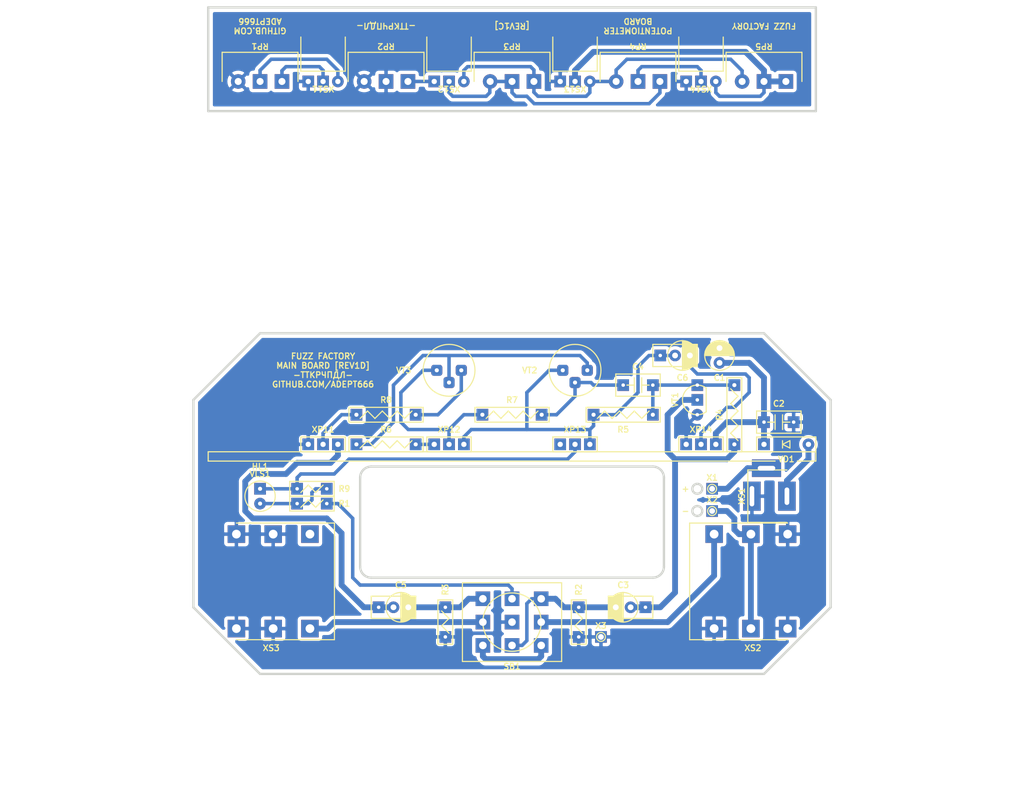
<source format=kicad_pcb>
(kicad_pcb (version 20171130) (host pcbnew 5.1.12-84ad8e8a86~92~ubuntu20.04.1)

  (general
    (thickness 1.6)
    (drawings 46)
    (tracks 204)
    (zones 0)
    (modules 43)
    (nets 34)
  )

  (page A4)
  (title_block
    (title "ТКП-1.14.D-1 / ТКП-1.15.C-1")
    (date 2024-09-01)
    (rev "1D / 1C")
    (company "Fuzz Factory Main Board [REV1D] / Fuzz Factory Potentiometer Board [REV1C]")
    (comment 1 http://github.com/Adept666)
    (comment 2 "Igor Ivanov (Игорь Иванов)")
    (comment 3 -ТТКРЧПДЛ-)
    (comment 4 "This project is licensed under GNU General Public License v3.0 or later")
  )

  (layers
    (0 F.Cu jumper)
    (31 B.Cu signal)
    (37 F.SilkS user)
    (38 B.Mask user)
    (40 Dwgs.User user)
    (42 Eco1.User user)
    (44 Edge.Cuts user)
    (45 Margin user)
    (46 B.CrtYd user)
    (47 F.CrtYd user)
    (49 F.Fab user)
  )

  (setup
    (last_trace_width 1)
    (user_trace_width 0.6)
    (trace_clearance 0)
    (zone_clearance 0.6)
    (zone_45_only no)
    (trace_min 0.2)
    (via_size 2)
    (via_drill 1)
    (via_min_size 0.4)
    (via_min_drill 0.3)
    (uvia_size 0.3)
    (uvia_drill 0.1)
    (uvias_allowed no)
    (uvia_min_size 0)
    (uvia_min_drill 0)
    (edge_width 0.4)
    (segment_width 0.2)
    (pcb_text_width 0.3)
    (pcb_text_size 1.5 1.5)
    (mod_edge_width 0.15)
    (mod_text_size 1 1)
    (mod_text_width 0.15)
    (pad_size 2 2)
    (pad_drill 1)
    (pad_to_mask_clearance 0.2)
    (solder_mask_min_width 0.1)
    (aux_axis_origin 0 0)
    (visible_elements 7FFFFFFF)
    (pcbplotparams
      (layerselection 0x20000_7ffffffe)
      (usegerberextensions false)
      (usegerberattributes false)
      (usegerberadvancedattributes false)
      (creategerberjobfile false)
      (excludeedgelayer false)
      (linewidth 0.100000)
      (plotframeref true)
      (viasonmask false)
      (mode 1)
      (useauxorigin false)
      (hpglpennumber 1)
      (hpglpenspeed 20)
      (hpglpendiameter 15.000000)
      (psnegative false)
      (psa4output false)
      (plotreference false)
      (plotvalue true)
      (plotinvisibletext false)
      (padsonsilk true)
      (subtractmaskfromsilk false)
      (outputformat 4)
      (mirror false)
      (drillshape 0)
      (scaleselection 1)
      (outputdirectory ""))
  )

  (net 0 "")
  (net 1 COM)
  (net 2 /LED)
  (net 3 "Net-(SB1-PadNC1)")
  (net 4 /IN-CON)
  (net 5 /OUT-CON)
  (net 6 /PP3-POS)
  (net 7 /PP3-NEG)
  (net 8 "Net-(VD1-PadA)")
  (net 9 "Net-(C3-Pad+)")
  (net 10 "Net-(C4-Pad1)")
  (net 11 "Net-(C4-Pad2)")
  (net 12 "Net-(R6-Pad2)")
  (net 13 "Net-(R8-Pad2)")
  (net 14 V)
  (net 15 /PB1)
  (net 16 /PBCOM)
  (net 17 /PB2)
  (net 18 /PB3)
  (net 19 /PB5)
  (net 20 /PB4)
  (net 21 /PBV)
  (net 22 /PB7)
  (net 23 /MB2)
  (net 24 /MB1)
  (net 25 /MB3)
  (net 26 /MB4)
  (net 27 /MB5)
  (net 28 /MB6)
  (net 29 /MB7)
  (net 30 "Net-(XS3-PadTN)")
  (net 31 /IN-CIR)
  (net 32 /OUT-CIR)
  (net 33 "Net-(HL1-PadC)")

  (net_class Default "This is the default net class."
    (clearance 0)
    (trace_width 1)
    (via_dia 2)
    (via_drill 1)
    (uvia_dia 0.3)
    (uvia_drill 0.1)
    (add_net /IN-CIR)
    (add_net /IN-CON)
    (add_net /LED)
    (add_net /MB1)
    (add_net /MB2)
    (add_net /MB3)
    (add_net /MB4)
    (add_net /MB5)
    (add_net /MB6)
    (add_net /MB7)
    (add_net /OUT-CIR)
    (add_net /OUT-CON)
    (add_net /PB1)
    (add_net /PB2)
    (add_net /PB3)
    (add_net /PB4)
    (add_net /PB5)
    (add_net /PB7)
    (add_net /PBCOM)
    (add_net /PBV)
    (add_net /PP3-NEG)
    (add_net /PP3-POS)
    (add_net COM)
    (add_net "Net-(C3-Pad+)")
    (add_net "Net-(C4-Pad1)")
    (add_net "Net-(C4-Pad2)")
    (add_net "Net-(HL1-PadC)")
    (add_net "Net-(R6-Pad2)")
    (add_net "Net-(R8-Pad2)")
    (add_net "Net-(SB1-PadNC1)")
    (add_net "Net-(VD1-PadA)")
    (add_net "Net-(XS3-PadTN)")
    (add_net V)
  )

  (module KCL-TH-SL:CON-PAD-S-1.0-2.0 (layer F.Cu) (tedit 65579338) (tstamp 5E5EA7B3)
    (at 181.61 116.84)
    (path /5F00D813)
    (fp_text reference X2 (at 0 -1.905) (layer F.SilkS)
      (effects (font (size 1 1) (thickness 0.2)))
    )
    (fp_text value - (at -2.54 0) (layer F.Fab)
      (effects (font (size 1 1) (thickness 0.2)))
    )
    (fp_circle (center 0 0) (end 0.5 0) (layer F.Fab) (width 0.2))
    (fp_circle (center 0 0) (end 0.762 0) (layer F.SilkS) (width 0.2))
    (fp_circle (center 0 0) (end 0.762 0) (layer F.CrtYd) (width 0.1))
    (pad 1 thru_hole rect (at 0 0) (size 2 2) (drill 1) (layers B.Cu B.Mask)
      (net 7 /PP3-NEG))
  )

  (module KCL-TH-SL:CON-PAD-S-1.0-2.0 (layer F.Cu) (tedit 65579338) (tstamp 5F833E0B)
    (at 181.61 113.03)
    (path /5F00D808)
    (fp_text reference X1 (at 0 -1.905) (layer F.SilkS)
      (effects (font (size 1 1) (thickness 0.2)))
    )
    (fp_text value + (at -2.54 0) (layer F.Fab)
      (effects (font (size 1 1) (thickness 0.2)))
    )
    (fp_circle (center 0 0) (end 0.5 0) (layer F.Fab) (width 0.2))
    (fp_circle (center 0 0) (end 0.762 0) (layer F.SilkS) (width 0.2))
    (fp_circle (center 0 0) (end 0.762 0) (layer F.CrtYd) (width 0.1))
    (pad 1 thru_hole rect (at 0 0) (size 2 2) (drill 1) (layers B.Cu B.Mask)
      (net 6 /PP3-POS))
  )

  (module KCL-TH-SL:CON-PAD-S-1.0-2.0 (layer F.Cu) (tedit 65579338) (tstamp 61DA1D7D)
    (at 162.56 138.43)
    (path /5E77B245)
    (fp_text reference X3 (at 0 -1.905) (layer F.SilkS)
      (effects (font (size 1 1) (thickness 0.2)))
    )
    (fp_text value COM (at 0 1.5875) (layer F.Fab)
      (effects (font (size 1 1) (thickness 0.2)))
    )
    (fp_circle (center 0 0) (end 0.5 0) (layer F.Fab) (width 0.2))
    (fp_circle (center 0 0) (end 0.762 0) (layer F.SilkS) (width 0.2))
    (fp_circle (center 0 0) (end 0.762 0) (layer F.CrtYd) (width 0.1))
    (pad 1 thru_hole rect (at 0 0) (size 2 2) (drill 1) (layers B.Cu B.Mask)
      (net 1 COM))
  )

  (module KCL-TH-SL:R-MFR-12 (layer F.Cu) (tedit 61D9ECE5) (tstamp 61DA374B)
    (at 113.03 113.03 180)
    (path /61DC0879)
    (fp_text reference R9 (at -4.445 0) (layer F.SilkS)
      (effects (font (size 1 1) (thickness 0.2)) (justify left))
    )
    (fp_text value X (at 0 0 180) (layer F.Fab)
      (effects (font (size 1 1) (thickness 0.2)))
    )
    (fp_line (start 0.635 0.635) (end 1.905 -0.635) (layer F.SilkS) (width 0.2))
    (fp_line (start -0.635 -0.635) (end 0.635 0.635) (layer F.SilkS) (width 0.2))
    (fp_line (start -1.905 0.635) (end -0.635 -0.635) (layer F.SilkS) (width 0.2))
    (fp_line (start -3.81 1.27) (end -3.81 -1.27) (layer F.CrtYd) (width 0.1))
    (fp_line (start 3.81 1.27) (end -3.81 1.27) (layer F.CrtYd) (width 0.1))
    (fp_line (start 3.81 -1.27) (end 3.81 1.27) (layer F.CrtYd) (width 0.1))
    (fp_line (start -3.81 -1.27) (end 3.81 -1.27) (layer F.CrtYd) (width 0.1))
    (fp_line (start 3.81 -1.27) (end 3.81 1.27) (layer F.SilkS) (width 0.2))
    (fp_line (start -3.81 -1.27) (end -3.81 1.27) (layer F.SilkS) (width 0.2))
    (fp_line (start -3.81 1.27) (end 3.81 1.27) (layer F.SilkS) (width 0.2))
    (fp_line (start -3.81 -1.27) (end 3.81 -1.27) (layer F.SilkS) (width 0.2))
    (fp_line (start 1.7 -0.95) (end 1.7 0.95) (layer F.Fab) (width 0.2))
    (fp_line (start -1.7 -0.95) (end -1.7 0.95) (layer F.Fab) (width 0.2))
    (fp_line (start -1.7 0.95) (end 1.7 0.95) (layer F.Fab) (width 0.2))
    (fp_line (start -1.7 -0.95) (end 1.7 -0.95) (layer F.Fab) (width 0.2))
    (pad 2 thru_hole rect (at 2.54 0 180) (size 2 2) (drill 0.6) (layers B.Cu B.Mask)
      (net 14 V))
    (pad 1 thru_hole rect (at -2.54 0 180) (size 2 2) (drill 0.6) (layers B.Cu B.Mask)
      (net 33 "Net-(HL1-PadC)"))
  )

  (module KCL-TH-SL:CON-DC-005 (layer F.Cu) (tedit 61DA13CC) (tstamp 5F836878)
    (at 201.93 114.3 90)
    (path /5E7A1138)
    (fp_text reference XS1 (at 0 -15.24 90) (layer F.SilkS)
      (effects (font (size 1 1) (thickness 0.2)))
    )
    (fp_text value DC-005 (at 0 -8.89 180) (layer F.Fab)
      (effects (font (size 1 1) (thickness 0.2)))
    )
    (fp_line (start 4.5 -14.2) (end 4.5 -7.5) (layer F.SilkS) (width 0.2))
    (fp_line (start -4.5 -14.2) (end -4.5 -7.5) (layer F.SilkS) (width 0.2))
    (fp_line (start -4.5 -14.2) (end 4.5 -14.2) (layer F.SilkS) (width 0.2))
    (fp_line (start -4.5 -3.3) (end 4.5 -3.3) (layer F.Fab) (width 0.2))
    (fp_line (start 5.2 -14.2) (end 5.2 0) (layer F.CrtYd) (width 0.1))
    (fp_line (start -4.5 -14.2) (end -4.5 0) (layer F.CrtYd) (width 0.1))
    (fp_line (start -4.5 0) (end 5.2 0) (layer F.CrtYd) (width 0.1))
    (fp_line (start -4.5 -14.2) (end 5.2 -14.2) (layer F.CrtYd) (width 0.1))
    (fp_line (start -4.5 -14.2) (end -4.5 0) (layer F.Fab) (width 0.2))
    (fp_line (start -4.5 0) (end 4.5 0) (layer F.Fab) (width 0.2))
    (fp_line (start 4.5 -14.2) (end 4.5 0) (layer F.Fab) (width 0.2))
    (fp_line (start -4.5 -14.2) (end 4.5 -14.2) (layer F.Fab) (width 0.2))
    (pad C thru_hole rect (at 0 -13.5 90) (size 5 3) (drill oval 3.5 0.8) (layers B.Cu B.Mask)
      (net 1 COM))
    (pad SN thru_hole rect (at 4.8 -11 90) (size 3 5) (drill oval 0.8 3) (layers B.Cu B.Mask)
      (net 6 /PP3-POS))
    (pad S thru_hole rect (at 0 -7.5 90) (size 5 3) (drill oval 3 0.8) (layers B.Cu B.Mask)
      (net 8 "Net-(VD1-PadA)"))
  )

  (module SBKCL-TH-SL:C-DISK-D04.2-T03.0-P05.08-d0.5-OR-CP-RADIAL-D05.0-P02.0-CLS (layer F.Cu) (tedit 61DA0706) (tstamp 61DA1813)
    (at 167.64 133.35 180)
    (path /5F241D61)
    (fp_text reference C3 (at 1.27 3.81) (layer F.SilkS)
      (effects (font (size 1 1) (thickness 0.2)))
    )
    (fp_text value 106 (at 0 0) (layer F.Fab)
      (effects (font (size 1 1) (thickness 0.2)))
    )
    (fp_line (start 1.27 -2.54) (end 1.27 2.54) (layer F.SilkS) (width 0.2))
    (fp_poly (pts (xy 3.81 1.905) (xy 3.048 1.905) (xy 2.159 2.413) (xy 1.27 2.54)
      (xy 1.27 -2.54) (xy 2.159 -2.413) (xy 3.048 -1.905) (xy 3.81 -1.905)) (layer F.SilkS) (width 0.1))
    (fp_circle (center 1.27 0) (end 3.81 0) (layer F.SilkS) (width 0.2))
    (fp_line (start 3.81 -1.905) (end 3.81 1.905) (layer F.SilkS) (width 0.2))
    (fp_line (start -0.6 1.5) (end 0.6 1.5) (layer F.Fab) (width 0.2))
    (fp_line (start -3.81 -1.905) (end -3.81 1.905) (layer F.SilkS) (width 0.2))
    (fp_line (start 3.81 -1.905) (end 3.81 1.905) (layer F.CrtYd) (width 0.1))
    (fp_line (start -3.81 -1.905) (end -0.635 -1.905) (layer F.CrtYd) (width 0.1))
    (fp_line (start -3.81 1.905) (end -0.635 1.905) (layer F.CrtYd) (width 0.1))
    (fp_line (start -0.6 -1.5) (end 0.6 -1.5) (layer F.Fab) (width 0.2))
    (fp_line (start -3.81 -1.905) (end -3.81 1.905) (layer F.CrtYd) (width 0.1))
    (fp_line (start -3.81 -1.905) (end 3.81 -1.905) (layer F.SilkS) (width 0.2))
    (fp_line (start -3.81 1.905) (end 3.81 1.905) (layer F.SilkS) (width 0.2))
    (fp_line (start -0.635 -2.54) (end -0.635 -1.905) (layer F.CrtYd) (width 0.1))
    (fp_line (start -0.635 1.905) (end -0.635 2.54) (layer F.CrtYd) (width 0.1))
    (fp_line (start -0.635 -2.54) (end 3.175 -2.54) (layer F.CrtYd) (width 0.1))
    (fp_line (start -0.635 2.54) (end 3.175 2.54) (layer F.CrtYd) (width 0.1))
    (fp_line (start 3.175 -2.54) (end 3.175 -1.905) (layer F.CrtYd) (width 0.1))
    (fp_line (start 3.175 1.905) (end 3.175 2.54) (layer F.CrtYd) (width 0.1))
    (fp_line (start 3.175 -1.905) (end 3.81 -1.905) (layer F.CrtYd) (width 0.1))
    (fp_line (start 3.175 1.905) (end 3.81 1.905) (layer F.CrtYd) (width 0.1))
    (fp_arc (start 1.27 0) (end -0.699999 1.499999) (angle -285.4271628) (layer F.Fab) (width 0.2))
    (fp_arc (start 0.6 0) (end 0.6 1.5) (angle -180) (layer F.Fab) (width 0.2))
    (fp_arc (start -0.6 0) (end -0.6 -1.5) (angle -180) (layer F.Fab) (width 0.2))
    (pad - thru_hole rect (at 2.54 0 180) (size 2 2) (drill 1) (layers B.Cu B.Mask)
      (net 31 /IN-CIR))
    (pad + thru_hole circle (at 0 0 180) (size 2 2) (drill 1) (layers B.Cu B.Mask)
      (net 9 "Net-(C3-Pad+)"))
    (pad + thru_hole rect (at -2.54 0 180) (size 2 2) (drill 0.6) (layers B.Cu B.Mask)
      (net 9 "Net-(C3-Pad+)"))
  )

  (module SBKCL-TH-SL:C-DISK-D04.2-T03.0-P05.08-d0.5-OR-CP-RADIAL-D05.0-P02.0-CLS (layer F.Cu) (tedit 61DA0706) (tstamp 5F2F9219)
    (at 127 133.35)
    (path /5F23D482)
    (fp_text reference C5 (at 1.27 -3.81) (layer F.SilkS)
      (effects (font (size 1 1) (thickness 0.2)))
    )
    (fp_text value 106 (at 0 0) (layer F.Fab)
      (effects (font (size 1 1) (thickness 0.2)))
    )
    (fp_line (start 1.27 -2.54) (end 1.27 2.54) (layer F.SilkS) (width 0.2))
    (fp_poly (pts (xy 3.81 1.905) (xy 3.048 1.905) (xy 2.159 2.413) (xy 1.27 2.54)
      (xy 1.27 -2.54) (xy 2.159 -2.413) (xy 3.048 -1.905) (xy 3.81 -1.905)) (layer F.SilkS) (width 0.1))
    (fp_circle (center 1.27 0) (end 3.81 0) (layer F.SilkS) (width 0.2))
    (fp_line (start 3.81 -1.905) (end 3.81 1.905) (layer F.SilkS) (width 0.2))
    (fp_line (start -0.6 1.5) (end 0.6 1.5) (layer F.Fab) (width 0.2))
    (fp_line (start -3.81 -1.905) (end -3.81 1.905) (layer F.SilkS) (width 0.2))
    (fp_line (start 3.81 -1.905) (end 3.81 1.905) (layer F.CrtYd) (width 0.1))
    (fp_line (start -3.81 -1.905) (end -0.635 -1.905) (layer F.CrtYd) (width 0.1))
    (fp_line (start -3.81 1.905) (end -0.635 1.905) (layer F.CrtYd) (width 0.1))
    (fp_line (start -0.6 -1.5) (end 0.6 -1.5) (layer F.Fab) (width 0.2))
    (fp_line (start -3.81 -1.905) (end -3.81 1.905) (layer F.CrtYd) (width 0.1))
    (fp_line (start -3.81 -1.905) (end 3.81 -1.905) (layer F.SilkS) (width 0.2))
    (fp_line (start -3.81 1.905) (end 3.81 1.905) (layer F.SilkS) (width 0.2))
    (fp_line (start -0.635 -2.54) (end -0.635 -1.905) (layer F.CrtYd) (width 0.1))
    (fp_line (start -0.635 1.905) (end -0.635 2.54) (layer F.CrtYd) (width 0.1))
    (fp_line (start -0.635 -2.54) (end 3.175 -2.54) (layer F.CrtYd) (width 0.1))
    (fp_line (start -0.635 2.54) (end 3.175 2.54) (layer F.CrtYd) (width 0.1))
    (fp_line (start 3.175 -2.54) (end 3.175 -1.905) (layer F.CrtYd) (width 0.1))
    (fp_line (start 3.175 1.905) (end 3.175 2.54) (layer F.CrtYd) (width 0.1))
    (fp_line (start 3.175 -1.905) (end 3.81 -1.905) (layer F.CrtYd) (width 0.1))
    (fp_line (start 3.175 1.905) (end 3.81 1.905) (layer F.CrtYd) (width 0.1))
    (fp_arc (start 1.27 0) (end -0.699999 1.499999) (angle -285.4271628) (layer F.Fab) (width 0.2))
    (fp_arc (start 0.6 0) (end 0.6 1.5) (angle -180) (layer F.Fab) (width 0.2))
    (fp_arc (start -0.6 0) (end -0.6 -1.5) (angle -180) (layer F.Fab) (width 0.2))
    (pad - thru_hole rect (at 2.54 0) (size 2 2) (drill 1) (layers B.Cu B.Mask)
      (net 32 /OUT-CIR))
    (pad + thru_hole circle (at 0 0) (size 2 2) (drill 1) (layers B.Cu B.Mask)
      (net 23 /MB2))
    (pad + thru_hole rect (at -2.54 0) (size 2 2) (drill 0.6) (layers B.Cu B.Mask)
      (net 23 /MB2))
  )

  (module SBKCL-TH-SL:C-DISK-D04.2-T03.0-P05.08-d0.5-OR-CP-RADIAL-D05.0-P02.0-CLS (layer F.Cu) (tedit 61DA0706) (tstamp 5F312E76)
    (at 175.26 90.17)
    (path /5F1FD3C8)
    (fp_text reference C6 (at 1.27 3.81) (layer F.SilkS)
      (effects (font (size 1 1) (thickness 0.2)))
    )
    (fp_text value 106 (at 0 0) (layer F.Fab)
      (effects (font (size 1 1) (thickness 0.2)))
    )
    (fp_line (start 1.27 -2.54) (end 1.27 2.54) (layer F.SilkS) (width 0.2))
    (fp_poly (pts (xy 3.81 1.905) (xy 3.048 1.905) (xy 2.159 2.413) (xy 1.27 2.54)
      (xy 1.27 -2.54) (xy 2.159 -2.413) (xy 3.048 -1.905) (xy 3.81 -1.905)) (layer F.SilkS) (width 0.1))
    (fp_circle (center 1.27 0) (end 3.81 0) (layer F.SilkS) (width 0.2))
    (fp_line (start 3.81 -1.905) (end 3.81 1.905) (layer F.SilkS) (width 0.2))
    (fp_line (start -0.6 1.5) (end 0.6 1.5) (layer F.Fab) (width 0.2))
    (fp_line (start -3.81 -1.905) (end -3.81 1.905) (layer F.SilkS) (width 0.2))
    (fp_line (start 3.81 -1.905) (end 3.81 1.905) (layer F.CrtYd) (width 0.1))
    (fp_line (start -3.81 -1.905) (end -0.635 -1.905) (layer F.CrtYd) (width 0.1))
    (fp_line (start -3.81 1.905) (end -0.635 1.905) (layer F.CrtYd) (width 0.1))
    (fp_line (start -0.6 -1.5) (end 0.6 -1.5) (layer F.Fab) (width 0.2))
    (fp_line (start -3.81 -1.905) (end -3.81 1.905) (layer F.CrtYd) (width 0.1))
    (fp_line (start -3.81 -1.905) (end 3.81 -1.905) (layer F.SilkS) (width 0.2))
    (fp_line (start -3.81 1.905) (end 3.81 1.905) (layer F.SilkS) (width 0.2))
    (fp_line (start -0.635 -2.54) (end -0.635 -1.905) (layer F.CrtYd) (width 0.1))
    (fp_line (start -0.635 1.905) (end -0.635 2.54) (layer F.CrtYd) (width 0.1))
    (fp_line (start -0.635 -2.54) (end 3.175 -2.54) (layer F.CrtYd) (width 0.1))
    (fp_line (start -0.635 2.54) (end 3.175 2.54) (layer F.CrtYd) (width 0.1))
    (fp_line (start 3.175 -2.54) (end 3.175 -1.905) (layer F.CrtYd) (width 0.1))
    (fp_line (start 3.175 1.905) (end 3.175 2.54) (layer F.CrtYd) (width 0.1))
    (fp_line (start 3.175 -1.905) (end 3.81 -1.905) (layer F.CrtYd) (width 0.1))
    (fp_line (start 3.175 1.905) (end 3.81 1.905) (layer F.CrtYd) (width 0.1))
    (fp_arc (start 1.27 0) (end -0.699999 1.499999) (angle -285.4271628) (layer F.Fab) (width 0.2))
    (fp_arc (start 0.6 0) (end 0.6 1.5) (angle -180) (layer F.Fab) (width 0.2))
    (fp_arc (start -0.6 0) (end -0.6 -1.5) (angle -180) (layer F.Fab) (width 0.2))
    (pad - thru_hole rect (at 2.54 0) (size 2 2) (drill 1) (layers B.Cu B.Mask)
      (net 29 /MB7))
    (pad + thru_hole circle (at 0 0) (size 2 2) (drill 1) (layers B.Cu B.Mask)
      (net 27 /MB5))
    (pad + thru_hole rect (at -2.54 0) (size 2 2) (drill 0.6) (layers B.Cu B.Mask)
      (net 27 /MB5))
  )

  (module KCL-TH-SL:SW-PBS-24-302SP-2.5-PNL-13.0 (layer F.Cu) (tedit 61D9FC81) (tstamp 5DC671C0)
    (at 147.32 135.89)
    (path /5E643184)
    (fp_text reference SB1 (at 0 7.62) (layer F.SilkS)
      (effects (font (size 1 1) (thickness 0.2)))
    )
    (fp_text value PBS-24-302SP (at 0 0) (layer F.Fab)
      (effects (font (size 1 1) (thickness 0.2)))
    )
    (fp_circle (center 0 0) (end 5 0) (layer F.Fab) (width 0.2))
    (fp_line (start 8.5 -6.75) (end 8.5 6.75) (layer F.SilkS) (width 0.2))
    (fp_line (start -8.5 -6.75) (end -8.5 6.75) (layer F.SilkS) (width 0.2))
    (fp_line (start -8.5 6.75) (end 8.5 6.75) (layer F.SilkS) (width 0.2))
    (fp_line (start -8.5 -6.75) (end 8.5 -6.75) (layer F.SilkS) (width 0.2))
    (fp_line (start -8.5 6.75) (end 8.5 6.75) (layer F.Fab) (width 0.2))
    (fp_line (start 8.5 -6.75) (end 8.5 6.75) (layer F.Fab) (width 0.2))
    (fp_line (start -8.5 -6.75) (end -8.5 6.75) (layer F.Fab) (width 0.2))
    (fp_line (start -8.5 -6.75) (end 8.5 -6.75) (layer F.Fab) (width 0.2))
    (fp_line (start -8.5 -6.75) (end 8.5 -6.75) (layer F.CrtYd) (width 0.1))
    (fp_line (start -8.5 6.75) (end 8.5 6.75) (layer F.CrtYd) (width 0.1))
    (fp_line (start -8.5 -6.75) (end -8.5 6.75) (layer F.CrtYd) (width 0.1))
    (fp_line (start 8.5 -6.75) (end 8.5 6.75) (layer F.CrtYd) (width 0.1))
    (fp_circle (center 0 0) (end 6.5 0) (layer Eco1.User) (width 0.4))
    (fp_circle (center 0 0) (end 6 0) (layer F.Fab) (width 0.2))
    (fp_circle (center 0 0) (end 5 0) (layer F.SilkS) (width 0.2))
    (pad COM3 thru_hole rect (at 5 0) (size 2.5 2.5) (drill 1.3) (layers B.Cu B.Mask)
      (net 4 /IN-CON))
    (pad NC3 thru_hole rect (at 5 4) (size 2.5 2.5) (drill 1.3) (layers B.Cu B.Mask)
      (net 3 "Net-(SB1-PadNC1)"))
    (pad NO3 thru_hole rect (at 5 -4) (size 2.5 2.5) (drill 1.3) (layers B.Cu B.Mask)
      (net 31 /IN-CIR))
    (pad COM2 thru_hole rect (at 0 0) (size 2.5 2.5) (drill 1.3) (layers B.Cu B.Mask)
      (net 1 COM))
    (pad NC2 thru_hole rect (at 0 4) (size 2.5 2.5) (drill 1.3) (layers B.Cu B.Mask)
      (net 31 /IN-CIR))
    (pad NO2 thru_hole rect (at 0 -4) (size 2.5 2.5) (drill 1.3) (layers B.Cu B.Mask)
      (net 2 /LED))
    (pad NO1 thru_hole rect (at -5 -4) (size 2.5 2.5) (drill 1.3) (layers B.Cu B.Mask)
      (net 32 /OUT-CIR))
    (pad COM1 thru_hole rect (at -5 0) (size 2.5 2.5) (drill 1.3) (layers B.Cu B.Mask)
      (net 5 /OUT-CON))
    (pad NC1 thru_hole rect (at -5 4) (size 2.5 2.5) (drill 1.3) (layers B.Cu B.Mask)
      (net 3 "Net-(SB1-PadNC1)"))
  )

  (module KCL-TH-SL:P-TO-92-E-B-C (layer F.Cu) (tedit 61D9F2E2) (tstamp 5F391366)
    (at 179.07 97.79 90)
    (path /5F310276)
    (fp_text reference VT1 (at 0 -3.81 90) (layer F.SilkS)
      (effects (font (size 1 1) (thickness 0.2)))
    )
    (fp_text value 3904 (at 0 0 90) (layer F.Fab)
      (effects (font (size 1 1) (thickness 0.2)))
    )
    (fp_line (start 2.84 -2.54) (end 2.84 1.525) (layer F.CrtYd) (width 0.1))
    (fp_line (start -2.84 -2.54) (end -2.84 1.525) (layer F.CrtYd) (width 0.1))
    (fp_line (start -2.84 1.525) (end 2.84 1.525) (layer F.CrtYd) (width 0.1))
    (fp_line (start -2.84 -2.54) (end 2.84 -2.54) (layer F.CrtYd) (width 0.1))
    (fp_line (start -2.03125 1.525) (end 2.03125 1.525) (layer F.SilkS) (width 0.2))
    (fp_line (start -2.03125 1.525) (end 2.03125 1.525) (layer F.Fab) (width 0.2))
    (fp_arc (start 0 0) (end 2.03125 1.525) (angle -253.7961888) (layer F.SilkS) (width 0.2))
    (fp_arc (start 0 0) (end -2.03125 1.525) (angle 253.8) (layer F.Fab) (width 0.2))
    (pad E thru_hole circle (at -2.54 0 90) (size 2 2) (drill 0.6) (layers B.Cu B.Mask)
      (net 1 COM))
    (pad B thru_hole rect (at 0 0 90) (size 2 2) (drill 0.6) (layers B.Cu B.Mask)
      (net 9 "Net-(C3-Pad+)"))
    (pad C thru_hole rect (at 2.54 0 90) (size 2 2) (drill 0.6) (layers B.Cu B.Mask)
      (net 10 "Net-(C4-Pad1)"))
  )

  (module KCL-TH-SL:C-DISK-D04.2-T03.0-P05.08-d0.5 (layer F.Cu) (tedit 61D9EFA4) (tstamp 5E5BF5C2)
    (at 193.04 101.6)
    (path /5E7EFCE2)
    (fp_text reference C2 (at 0 -3.175) (layer F.SilkS)
      (effects (font (size 1 1) (thickness 0.2)))
    )
    (fp_text value 104 (at 0 0) (layer F.Fab)
      (effects (font (size 1 1) (thickness 0.2)))
    )
    (fp_line (start 3.81 -1.905) (end 3.81 1.905) (layer F.CrtYd) (width 0.1))
    (fp_line (start -3.81 -1.905) (end -3.81 1.905) (layer F.CrtYd) (width 0.1))
    (fp_line (start -3.81 1.905) (end 3.81 1.905) (layer F.CrtYd) (width 0.1))
    (fp_line (start -3.81 -1.905) (end 3.81 -1.905) (layer F.CrtYd) (width 0.1))
    (fp_line (start 0.635 -1.27) (end 0.635 1.27) (layer F.SilkS) (width 0.2))
    (fp_line (start -0.635 -1.27) (end -0.635 1.27) (layer F.SilkS) (width 0.2))
    (fp_line (start 0.635 0) (end 1.905 0) (layer F.SilkS) (width 0.2))
    (fp_line (start -1.905 0) (end -0.635 0) (layer F.SilkS) (width 0.2))
    (fp_line (start 3.81 -1.905) (end 3.81 1.905) (layer F.SilkS) (width 0.2))
    (fp_line (start -3.81 -1.905) (end -3.81 1.905) (layer F.SilkS) (width 0.2))
    (fp_line (start -3.81 1.905) (end 3.81 1.905) (layer F.SilkS) (width 0.2))
    (fp_line (start -3.81 -1.905) (end 3.81 -1.905) (layer F.SilkS) (width 0.2))
    (fp_line (start -0.6 1.5) (end 0.6 1.5) (layer F.Fab) (width 0.2))
    (fp_line (start -0.6 -1.5) (end 0.6 -1.5) (layer F.Fab) (width 0.2))
    (fp_arc (start 0.6 0) (end 0.6 1.5) (angle -180) (layer F.Fab) (width 0.2))
    (fp_arc (start -0.6 0) (end -0.6 -1.5) (angle -180) (layer F.Fab) (width 0.2))
    (pad 1 thru_hole rect (at -2.54 0) (size 2 2) (drill 0.6) (layers B.Cu B.Mask)
      (net 14 V))
    (pad 2 thru_hole rect (at 2.54 0) (size 2 2) (drill 0.6) (layers B.Cu B.Mask)
      (net 1 COM))
  )

  (module KCL-TH-SL:C-DISK-D04.2-T03.0-P05.08-d0.5 (layer F.Cu) (tedit 61D9EFA4) (tstamp 5F2F923A)
    (at 168.91 95.25 180)
    (path /5F1C0224)
    (fp_text reference C4 (at 0 3.175) (layer F.SilkS)
      (effects (font (size 1 1) (thickness 0.2)))
    )
    (fp_text value 104 (at 0 0) (layer F.Fab)
      (effects (font (size 1 1) (thickness 0.2)))
    )
    (fp_line (start 3.81 -1.905) (end 3.81 1.905) (layer F.CrtYd) (width 0.1))
    (fp_line (start -3.81 -1.905) (end -3.81 1.905) (layer F.CrtYd) (width 0.1))
    (fp_line (start -3.81 1.905) (end 3.81 1.905) (layer F.CrtYd) (width 0.1))
    (fp_line (start -3.81 -1.905) (end 3.81 -1.905) (layer F.CrtYd) (width 0.1))
    (fp_line (start 0.635 -1.27) (end 0.635 1.27) (layer F.SilkS) (width 0.2))
    (fp_line (start -0.635 -1.27) (end -0.635 1.27) (layer F.SilkS) (width 0.2))
    (fp_line (start 0.635 0) (end 1.905 0) (layer F.SilkS) (width 0.2))
    (fp_line (start -1.905 0) (end -0.635 0) (layer F.SilkS) (width 0.2))
    (fp_line (start 3.81 -1.905) (end 3.81 1.905) (layer F.SilkS) (width 0.2))
    (fp_line (start -3.81 -1.905) (end -3.81 1.905) (layer F.SilkS) (width 0.2))
    (fp_line (start -3.81 1.905) (end 3.81 1.905) (layer F.SilkS) (width 0.2))
    (fp_line (start -3.81 -1.905) (end 3.81 -1.905) (layer F.SilkS) (width 0.2))
    (fp_line (start -0.6 1.5) (end 0.6 1.5) (layer F.Fab) (width 0.2))
    (fp_line (start -0.6 -1.5) (end 0.6 -1.5) (layer F.Fab) (width 0.2))
    (fp_arc (start 0.6 0) (end 0.6 1.5) (angle -180) (layer F.Fab) (width 0.2))
    (fp_arc (start -0.6 0) (end -0.6 -1.5) (angle -180) (layer F.Fab) (width 0.2))
    (pad 1 thru_hole rect (at -2.54 0 180) (size 2 2) (drill 0.6) (layers B.Cu B.Mask)
      (net 10 "Net-(C4-Pad1)"))
    (pad 2 thru_hole rect (at 2.54 0 180) (size 2 2) (drill 0.6) (layers B.Cu B.Mask)
      (net 11 "Net-(C4-Pad2)"))
  )

  (module KCL-TH-SL:R-MFR-25 (layer F.Cu) (tedit 61D9ECD4) (tstamp 5F2F9379)
    (at 125.73 105.41 180)
    (path /5F0D72FE)
    (fp_text reference R6 (at 0 2.54) (layer F.SilkS)
      (effects (font (size 1 1) (thickness 0.2)))
    )
    (fp_text value 471 (at 0 0) (layer F.Fab)
      (effects (font (size 1 1) (thickness 0.2)))
    )
    (fp_line (start -3.15 -1.2) (end 3.15 -1.2) (layer F.Fab) (width 0.2))
    (fp_line (start -3.15 1.2) (end 3.15 1.2) (layer F.Fab) (width 0.2))
    (fp_line (start -3.15 -1.2) (end -3.15 1.2) (layer F.Fab) (width 0.2))
    (fp_line (start 3.15 -1.2) (end 3.15 1.2) (layer F.Fab) (width 0.2))
    (fp_line (start -6.35 -1.27) (end 6.35 -1.27) (layer F.SilkS) (width 0.2))
    (fp_line (start -6.35 1.27) (end 6.35 1.27) (layer F.SilkS) (width 0.2))
    (fp_line (start -6.35 -1.27) (end -6.35 1.27) (layer F.SilkS) (width 0.2))
    (fp_line (start 6.35 -1.27) (end 6.35 1.27) (layer F.SilkS) (width 0.2))
    (fp_line (start -6.35 -1.27) (end 6.35 -1.27) (layer F.CrtYd) (width 0.1))
    (fp_line (start 6.35 -1.27) (end 6.35 1.27) (layer F.CrtYd) (width 0.1))
    (fp_line (start 6.35 1.27) (end -6.35 1.27) (layer F.CrtYd) (width 0.1))
    (fp_line (start -6.35 1.27) (end -6.35 -1.27) (layer F.CrtYd) (width 0.1))
    (fp_line (start -4.445 0.635) (end -3.175 -0.635) (layer F.SilkS) (width 0.2))
    (fp_line (start -3.175 -0.635) (end -1.905 0.635) (layer F.SilkS) (width 0.2))
    (fp_line (start -1.905 0.635) (end -0.635 -0.635) (layer F.SilkS) (width 0.2))
    (fp_line (start -0.635 -0.635) (end 0.635 0.635) (layer F.SilkS) (width 0.2))
    (fp_line (start 0.635 0.635) (end 1.905 -0.635) (layer F.SilkS) (width 0.2))
    (fp_line (start 1.905 -0.635) (end 3.175 0.635) (layer F.SilkS) (width 0.2))
    (fp_line (start 3.175 0.635) (end 4.445 -0.635) (layer F.SilkS) (width 0.2))
    (pad 1 thru_hole rect (at -5.08 0 180) (size 2 2) (drill 0.7) (layers B.Cu B.Mask)
      (net 25 /MB3))
    (pad 2 thru_hole rect (at 5.08 0 180) (size 2 2) (drill 0.7) (layers B.Cu B.Mask)
      (net 12 "Net-(R6-Pad2)"))
  )

  (module KCL-TH-SL:R-MFR-12 (layer F.Cu) (tedit 61D9ECE5) (tstamp 61DA3070)
    (at 113.03 115.57 180)
    (path /5E643187)
    (fp_text reference R1 (at -4.445 0 180) (layer F.SilkS)
      (effects (font (size 1 1) (thickness 0.2)) (justify left))
    )
    (fp_text value 103 (at 0 0 180) (layer F.Fab)
      (effects (font (size 1 1) (thickness 0.2)))
    )
    (fp_line (start -1.7 -0.95) (end 1.7 -0.95) (layer F.Fab) (width 0.2))
    (fp_line (start -1.7 0.95) (end 1.7 0.95) (layer F.Fab) (width 0.2))
    (fp_line (start -1.7 -0.95) (end -1.7 0.95) (layer F.Fab) (width 0.2))
    (fp_line (start 1.7 -0.95) (end 1.7 0.95) (layer F.Fab) (width 0.2))
    (fp_line (start -3.81 -1.27) (end 3.81 -1.27) (layer F.SilkS) (width 0.2))
    (fp_line (start -3.81 1.27) (end 3.81 1.27) (layer F.SilkS) (width 0.2))
    (fp_line (start -3.81 -1.27) (end -3.81 1.27) (layer F.SilkS) (width 0.2))
    (fp_line (start 3.81 -1.27) (end 3.81 1.27) (layer F.SilkS) (width 0.2))
    (fp_line (start -3.81 -1.27) (end 3.81 -1.27) (layer F.CrtYd) (width 0.1))
    (fp_line (start 3.81 -1.27) (end 3.81 1.27) (layer F.CrtYd) (width 0.1))
    (fp_line (start 3.81 1.27) (end -3.81 1.27) (layer F.CrtYd) (width 0.1))
    (fp_line (start -3.81 1.27) (end -3.81 -1.27) (layer F.CrtYd) (width 0.1))
    (fp_line (start -1.905 0.635) (end -0.635 -0.635) (layer F.SilkS) (width 0.2))
    (fp_line (start -0.635 -0.635) (end 0.635 0.635) (layer F.SilkS) (width 0.2))
    (fp_line (start 0.635 0.635) (end 1.905 -0.635) (layer F.SilkS) (width 0.2))
    (pad 1 thru_hole rect (at -2.54 0 180) (size 2 2) (drill 0.6) (layers B.Cu B.Mask)
      (net 2 /LED))
    (pad 2 thru_hole rect (at 2.54 0 180) (size 2 2) (drill 0.6) (layers B.Cu B.Mask)
      (net 33 "Net-(HL1-PadC)"))
  )

  (module KCL-TH-SL:R-MFR-12 (layer F.Cu) (tedit 61D9ECE5) (tstamp 61DA171D)
    (at 158.75 135.89 90)
    (path /5E774F49)
    (fp_text reference R2 (at 4.445 0 90) (layer F.SilkS)
      (effects (font (size 1 1) (thickness 0.2)) (justify left))
    )
    (fp_text value 105 (at 0 0 90) (layer F.Fab)
      (effects (font (size 1 1) (thickness 0.2)))
    )
    (fp_line (start -1.7 -0.95) (end 1.7 -0.95) (layer F.Fab) (width 0.2))
    (fp_line (start -1.7 0.95) (end 1.7 0.95) (layer F.Fab) (width 0.2))
    (fp_line (start -1.7 -0.95) (end -1.7 0.95) (layer F.Fab) (width 0.2))
    (fp_line (start 1.7 -0.95) (end 1.7 0.95) (layer F.Fab) (width 0.2))
    (fp_line (start -3.81 -1.27) (end 3.81 -1.27) (layer F.SilkS) (width 0.2))
    (fp_line (start -3.81 1.27) (end 3.81 1.27) (layer F.SilkS) (width 0.2))
    (fp_line (start -3.81 -1.27) (end -3.81 1.27) (layer F.SilkS) (width 0.2))
    (fp_line (start 3.81 -1.27) (end 3.81 1.27) (layer F.SilkS) (width 0.2))
    (fp_line (start -3.81 -1.27) (end 3.81 -1.27) (layer F.CrtYd) (width 0.1))
    (fp_line (start 3.81 -1.27) (end 3.81 1.27) (layer F.CrtYd) (width 0.1))
    (fp_line (start 3.81 1.27) (end -3.81 1.27) (layer F.CrtYd) (width 0.1))
    (fp_line (start -3.81 1.27) (end -3.81 -1.27) (layer F.CrtYd) (width 0.1))
    (fp_line (start -1.905 0.635) (end -0.635 -0.635) (layer F.SilkS) (width 0.2))
    (fp_line (start -0.635 -0.635) (end 0.635 0.635) (layer F.SilkS) (width 0.2))
    (fp_line (start 0.635 0.635) (end 1.905 -0.635) (layer F.SilkS) (width 0.2))
    (pad 1 thru_hole rect (at -2.54 0 90) (size 2 2) (drill 0.6) (layers B.Cu B.Mask)
      (net 1 COM))
    (pad 2 thru_hole rect (at 2.54 0 90) (size 2 2) (drill 0.6) (layers B.Cu B.Mask)
      (net 31 /IN-CIR))
  )

  (module KCL-TH-SL:R-MFR-12 (layer F.Cu) (tedit 61D9ECE5) (tstamp 5F2F93C0)
    (at 135.89 135.89 90)
    (path /5F2B1A32)
    (fp_text reference R3 (at 4.445 0 90) (layer F.SilkS)
      (effects (font (size 1 1) (thickness 0.2)) (justify left))
    )
    (fp_text value 224 (at 0 0 90) (layer F.Fab)
      (effects (font (size 1 1) (thickness 0.2)))
    )
    (fp_line (start -1.7 -0.95) (end 1.7 -0.95) (layer F.Fab) (width 0.2))
    (fp_line (start -1.7 0.95) (end 1.7 0.95) (layer F.Fab) (width 0.2))
    (fp_line (start -1.7 -0.95) (end -1.7 0.95) (layer F.Fab) (width 0.2))
    (fp_line (start 1.7 -0.95) (end 1.7 0.95) (layer F.Fab) (width 0.2))
    (fp_line (start -3.81 -1.27) (end 3.81 -1.27) (layer F.SilkS) (width 0.2))
    (fp_line (start -3.81 1.27) (end 3.81 1.27) (layer F.SilkS) (width 0.2))
    (fp_line (start -3.81 -1.27) (end -3.81 1.27) (layer F.SilkS) (width 0.2))
    (fp_line (start 3.81 -1.27) (end 3.81 1.27) (layer F.SilkS) (width 0.2))
    (fp_line (start -3.81 -1.27) (end 3.81 -1.27) (layer F.CrtYd) (width 0.1))
    (fp_line (start 3.81 -1.27) (end 3.81 1.27) (layer F.CrtYd) (width 0.1))
    (fp_line (start 3.81 1.27) (end -3.81 1.27) (layer F.CrtYd) (width 0.1))
    (fp_line (start -3.81 1.27) (end -3.81 -1.27) (layer F.CrtYd) (width 0.1))
    (fp_line (start -1.905 0.635) (end -0.635 -0.635) (layer F.SilkS) (width 0.2))
    (fp_line (start -0.635 -0.635) (end 0.635 0.635) (layer F.SilkS) (width 0.2))
    (fp_line (start 0.635 0.635) (end 1.905 -0.635) (layer F.SilkS) (width 0.2))
    (pad 1 thru_hole rect (at -2.54 0 90) (size 2 2) (drill 0.6) (layers B.Cu B.Mask)
      (net 1 COM))
    (pad 2 thru_hole rect (at 2.54 0 90) (size 2 2) (drill 0.6) (layers B.Cu B.Mask)
      (net 32 /OUT-CIR))
  )

  (module KCL-TH-SL:R-MFR-25 (layer F.Cu) (tedit 61D9ECD4) (tstamp 5F83426A)
    (at 185.42 100.33 90)
    (path /5F18B771)
    (fp_text reference R4 (at 0 -2.54 90) (layer F.SilkS)
      (effects (font (size 1 1) (thickness 0.2)))
    )
    (fp_text value 224 (at 0 0 90) (layer F.Fab)
      (effects (font (size 1 1) (thickness 0.2)))
    )
    (fp_line (start -3.15 -1.2) (end 3.15 -1.2) (layer F.Fab) (width 0.2))
    (fp_line (start -3.15 1.2) (end 3.15 1.2) (layer F.Fab) (width 0.2))
    (fp_line (start -3.15 -1.2) (end -3.15 1.2) (layer F.Fab) (width 0.2))
    (fp_line (start 3.15 -1.2) (end 3.15 1.2) (layer F.Fab) (width 0.2))
    (fp_line (start -6.35 -1.27) (end 6.35 -1.27) (layer F.SilkS) (width 0.2))
    (fp_line (start -6.35 1.27) (end 6.35 1.27) (layer F.SilkS) (width 0.2))
    (fp_line (start -6.35 -1.27) (end -6.35 1.27) (layer F.SilkS) (width 0.2))
    (fp_line (start 6.35 -1.27) (end 6.35 1.27) (layer F.SilkS) (width 0.2))
    (fp_line (start -6.35 -1.27) (end 6.35 -1.27) (layer F.CrtYd) (width 0.1))
    (fp_line (start 6.35 -1.27) (end 6.35 1.27) (layer F.CrtYd) (width 0.1))
    (fp_line (start 6.35 1.27) (end -6.35 1.27) (layer F.CrtYd) (width 0.1))
    (fp_line (start -6.35 1.27) (end -6.35 -1.27) (layer F.CrtYd) (width 0.1))
    (fp_line (start -4.445 0.635) (end -3.175 -0.635) (layer F.SilkS) (width 0.2))
    (fp_line (start -3.175 -0.635) (end -1.905 0.635) (layer F.SilkS) (width 0.2))
    (fp_line (start -1.905 0.635) (end -0.635 -0.635) (layer F.SilkS) (width 0.2))
    (fp_line (start -0.635 -0.635) (end 0.635 0.635) (layer F.SilkS) (width 0.2))
    (fp_line (start 0.635 0.635) (end 1.905 -0.635) (layer F.SilkS) (width 0.2))
    (fp_line (start 1.905 -0.635) (end 3.175 0.635) (layer F.SilkS) (width 0.2))
    (fp_line (start 3.175 0.635) (end 4.445 -0.635) (layer F.SilkS) (width 0.2))
    (pad 1 thru_hole rect (at -5.08 0 90) (size 2 2) (drill 0.7) (layers B.Cu B.Mask)
      (net 9 "Net-(C3-Pad+)"))
    (pad 2 thru_hole rect (at 5.08 0 90) (size 2 2) (drill 0.7) (layers B.Cu B.Mask)
      (net 10 "Net-(C4-Pad1)"))
  )

  (module KCL-TH-SL:R-MFR-25 (layer F.Cu) (tedit 61D9ECD4) (tstamp 5F8345E1)
    (at 166.37 100.33 180)
    (path /5F18409A)
    (fp_text reference R5 (at 0 -2.54) (layer F.SilkS)
      (effects (font (size 1 1) (thickness 0.2)))
    )
    (fp_text value 103 (at 0 0) (layer F.Fab)
      (effects (font (size 1 1) (thickness 0.2)))
    )
    (fp_line (start -3.15 -1.2) (end 3.15 -1.2) (layer F.Fab) (width 0.2))
    (fp_line (start -3.15 1.2) (end 3.15 1.2) (layer F.Fab) (width 0.2))
    (fp_line (start -3.15 -1.2) (end -3.15 1.2) (layer F.Fab) (width 0.2))
    (fp_line (start 3.15 -1.2) (end 3.15 1.2) (layer F.Fab) (width 0.2))
    (fp_line (start -6.35 -1.27) (end 6.35 -1.27) (layer F.SilkS) (width 0.2))
    (fp_line (start -6.35 1.27) (end 6.35 1.27) (layer F.SilkS) (width 0.2))
    (fp_line (start -6.35 -1.27) (end -6.35 1.27) (layer F.SilkS) (width 0.2))
    (fp_line (start 6.35 -1.27) (end 6.35 1.27) (layer F.SilkS) (width 0.2))
    (fp_line (start -6.35 -1.27) (end 6.35 -1.27) (layer F.CrtYd) (width 0.1))
    (fp_line (start 6.35 -1.27) (end 6.35 1.27) (layer F.CrtYd) (width 0.1))
    (fp_line (start 6.35 1.27) (end -6.35 1.27) (layer F.CrtYd) (width 0.1))
    (fp_line (start -6.35 1.27) (end -6.35 -1.27) (layer F.CrtYd) (width 0.1))
    (fp_line (start -4.445 0.635) (end -3.175 -0.635) (layer F.SilkS) (width 0.2))
    (fp_line (start -3.175 -0.635) (end -1.905 0.635) (layer F.SilkS) (width 0.2))
    (fp_line (start -1.905 0.635) (end -0.635 -0.635) (layer F.SilkS) (width 0.2))
    (fp_line (start -0.635 -0.635) (end 0.635 0.635) (layer F.SilkS) (width 0.2))
    (fp_line (start 0.635 0.635) (end 1.905 -0.635) (layer F.SilkS) (width 0.2))
    (fp_line (start 1.905 -0.635) (end 3.175 0.635) (layer F.SilkS) (width 0.2))
    (fp_line (start 3.175 0.635) (end 4.445 -0.635) (layer F.SilkS) (width 0.2))
    (pad 1 thru_hole rect (at -5.08 0 180) (size 2 2) (drill 0.7) (layers B.Cu B.Mask)
      (net 10 "Net-(C4-Pad1)"))
    (pad 2 thru_hole rect (at 5.08 0 180) (size 2 2) (drill 0.7) (layers B.Cu B.Mask)
      (net 27 /MB5))
  )

  (module KCL-TH-SL:R-MFR-25 (layer F.Cu) (tedit 61D9ECD4) (tstamp 5F391FBC)
    (at 147.32 100.33 180)
    (path /5F1F1A20)
    (fp_text reference R7 (at 0 2.54) (layer F.SilkS)
      (effects (font (size 1 1) (thickness 0.2)))
    )
    (fp_text value 473 (at 0 0) (layer F.Fab)
      (effects (font (size 1 1) (thickness 0.2)))
    )
    (fp_line (start -3.15 -1.2) (end 3.15 -1.2) (layer F.Fab) (width 0.2))
    (fp_line (start -3.15 1.2) (end 3.15 1.2) (layer F.Fab) (width 0.2))
    (fp_line (start -3.15 -1.2) (end -3.15 1.2) (layer F.Fab) (width 0.2))
    (fp_line (start 3.15 -1.2) (end 3.15 1.2) (layer F.Fab) (width 0.2))
    (fp_line (start -6.35 -1.27) (end 6.35 -1.27) (layer F.SilkS) (width 0.2))
    (fp_line (start -6.35 1.27) (end 6.35 1.27) (layer F.SilkS) (width 0.2))
    (fp_line (start -6.35 -1.27) (end -6.35 1.27) (layer F.SilkS) (width 0.2))
    (fp_line (start 6.35 -1.27) (end 6.35 1.27) (layer F.SilkS) (width 0.2))
    (fp_line (start -6.35 -1.27) (end 6.35 -1.27) (layer F.CrtYd) (width 0.1))
    (fp_line (start 6.35 -1.27) (end 6.35 1.27) (layer F.CrtYd) (width 0.1))
    (fp_line (start 6.35 1.27) (end -6.35 1.27) (layer F.CrtYd) (width 0.1))
    (fp_line (start -6.35 1.27) (end -6.35 -1.27) (layer F.CrtYd) (width 0.1))
    (fp_line (start -4.445 0.635) (end -3.175 -0.635) (layer F.SilkS) (width 0.2))
    (fp_line (start -3.175 -0.635) (end -1.905 0.635) (layer F.SilkS) (width 0.2))
    (fp_line (start -1.905 0.635) (end -0.635 -0.635) (layer F.SilkS) (width 0.2))
    (fp_line (start -0.635 -0.635) (end 0.635 0.635) (layer F.SilkS) (width 0.2))
    (fp_line (start 0.635 0.635) (end 1.905 -0.635) (layer F.SilkS) (width 0.2))
    (fp_line (start 1.905 -0.635) (end 3.175 0.635) (layer F.SilkS) (width 0.2))
    (fp_line (start 3.175 0.635) (end 4.445 -0.635) (layer F.SilkS) (width 0.2))
    (pad 1 thru_hole rect (at -5.08 0 180) (size 2 2) (drill 0.7) (layers B.Cu B.Mask)
      (net 11 "Net-(C4-Pad2)"))
    (pad 2 thru_hole rect (at 5.08 0 180) (size 2 2) (drill 0.7) (layers B.Cu B.Mask)
      (net 26 /MB4))
  )

  (module KCL-TH-SL:R-MFR-25 (layer F.Cu) (tedit 61D9ECD4) (tstamp 5F2F93AB)
    (at 125.73 100.33)
    (path /5F0D93F4)
    (fp_text reference R8 (at 0 -2.54) (layer F.SilkS)
      (effects (font (size 1 1) (thickness 0.2)))
    )
    (fp_text value 512 (at 0 0) (layer F.Fab)
      (effects (font (size 1 1) (thickness 0.2)))
    )
    (fp_line (start -3.15 -1.2) (end 3.15 -1.2) (layer F.Fab) (width 0.2))
    (fp_line (start -3.15 1.2) (end 3.15 1.2) (layer F.Fab) (width 0.2))
    (fp_line (start -3.15 -1.2) (end -3.15 1.2) (layer F.Fab) (width 0.2))
    (fp_line (start 3.15 -1.2) (end 3.15 1.2) (layer F.Fab) (width 0.2))
    (fp_line (start -6.35 -1.27) (end 6.35 -1.27) (layer F.SilkS) (width 0.2))
    (fp_line (start -6.35 1.27) (end 6.35 1.27) (layer F.SilkS) (width 0.2))
    (fp_line (start -6.35 -1.27) (end -6.35 1.27) (layer F.SilkS) (width 0.2))
    (fp_line (start 6.35 -1.27) (end 6.35 1.27) (layer F.SilkS) (width 0.2))
    (fp_line (start -6.35 -1.27) (end 6.35 -1.27) (layer F.CrtYd) (width 0.1))
    (fp_line (start 6.35 -1.27) (end 6.35 1.27) (layer F.CrtYd) (width 0.1))
    (fp_line (start 6.35 1.27) (end -6.35 1.27) (layer F.CrtYd) (width 0.1))
    (fp_line (start -6.35 1.27) (end -6.35 -1.27) (layer F.CrtYd) (width 0.1))
    (fp_line (start -4.445 0.635) (end -3.175 -0.635) (layer F.SilkS) (width 0.2))
    (fp_line (start -3.175 -0.635) (end -1.905 0.635) (layer F.SilkS) (width 0.2))
    (fp_line (start -1.905 0.635) (end -0.635 -0.635) (layer F.SilkS) (width 0.2))
    (fp_line (start -0.635 -0.635) (end 0.635 0.635) (layer F.SilkS) (width 0.2))
    (fp_line (start 0.635 0.635) (end 1.905 -0.635) (layer F.SilkS) (width 0.2))
    (fp_line (start 1.905 -0.635) (end 3.175 0.635) (layer F.SilkS) (width 0.2))
    (fp_line (start 3.175 0.635) (end 4.445 -0.635) (layer F.SilkS) (width 0.2))
    (pad 1 thru_hole rect (at -5.08 0) (size 2 2) (drill 0.7) (layers B.Cu B.Mask)
      (net 24 /MB1))
    (pad 2 thru_hole rect (at 5.08 0) (size 2 2) (drill 0.7) (layers B.Cu B.Mask)
      (net 13 "Net-(R8-Pad2)"))
  )

  (module KCL-TH-SL:CON-PBS-03R (layer F.Cu) (tedit 61D9E9A9) (tstamp 5F83635B)
    (at 179.705 43.18 180)
    (path /5FA5EEB9)
    (fp_text reference XS14 (at 0 -1.27 180 unlocked) (layer F.SilkS)
      (effects (font (size 1 1) (thickness 0.2)))
    )
    (fp_text value PBS-03R (at 0 5.715) (layer F.Fab)
      (effects (font (size 1 1) (thickness 0.2)))
    )
    (fp_line (start 3.81 1.76) (end 3.81 10.16) (layer F.Fab) (width 0.2))
    (fp_line (start -3.81 1.76) (end -3.81 10.16) (layer F.Fab) (width 0.2))
    (fp_line (start -3.81 10.16) (end 3.81 10.16) (layer F.Fab) (width 0.2))
    (fp_line (start -3.81 1.76) (end 3.81 1.76) (layer F.Fab) (width 0.2))
    (fp_line (start -3.81 1.76) (end 3.81 1.76) (layer F.SilkS) (width 0.2))
    (fp_line (start -3.81 1.76) (end -3.81 7.62) (layer F.SilkS) (width 0.2))
    (fp_line (start 3.81 1.76) (end 3.81 7.62) (layer F.SilkS) (width 0.2))
    (fp_line (start -3.81 -0.45) (end 3.81 -0.45) (layer F.CrtYd) (width 0.1))
    (fp_line (start -3.81 10.16) (end 3.81 10.16) (layer F.CrtYd) (width 0.1))
    (fp_line (start -3.81 -0.45) (end -3.81 10.16) (layer F.CrtYd) (width 0.1))
    (fp_line (start 3.81 -0.45) (end 3.81 10.16) (layer F.CrtYd) (width 0.1))
    (pad 3 thru_hole rect (at 2.54 0 180) (size 2 2) (drill 0.9) (layers B.Cu B.Mask)
      (net 16 /PBCOM))
    (pad 2 thru_hole rect (at 0 0 180) (size 2 2) (drill 0.9) (layers B.Cu B.Mask)
      (net 22 /PB7))
    (pad 1 thru_hole circle (at -2.54 0 180) (size 2 2) (drill 0.9) (layers B.Cu B.Mask)
      (net 21 /PBV))
  )

  (module KCL-TH-SL:CON-PBS-03R (layer F.Cu) (tedit 61D9E9A9) (tstamp 5F836427)
    (at 158.115 43.18 180)
    (path /5FA559C8)
    (fp_text reference XS13 (at 0 -1.27 180 unlocked) (layer F.SilkS)
      (effects (font (size 1 1) (thickness 0.2)))
    )
    (fp_text value PBS-03R (at 0 5.715) (layer F.Fab)
      (effects (font (size 1 1) (thickness 0.2)))
    )
    (fp_line (start 3.81 1.76) (end 3.81 10.16) (layer F.Fab) (width 0.2))
    (fp_line (start -3.81 1.76) (end -3.81 10.16) (layer F.Fab) (width 0.2))
    (fp_line (start -3.81 10.16) (end 3.81 10.16) (layer F.Fab) (width 0.2))
    (fp_line (start -3.81 1.76) (end 3.81 1.76) (layer F.Fab) (width 0.2))
    (fp_line (start -3.81 1.76) (end 3.81 1.76) (layer F.SilkS) (width 0.2))
    (fp_line (start -3.81 1.76) (end -3.81 7.62) (layer F.SilkS) (width 0.2))
    (fp_line (start 3.81 1.76) (end 3.81 7.62) (layer F.SilkS) (width 0.2))
    (fp_line (start -3.81 -0.45) (end 3.81 -0.45) (layer F.CrtYd) (width 0.1))
    (fp_line (start -3.81 10.16) (end 3.81 10.16) (layer F.CrtYd) (width 0.1))
    (fp_line (start -3.81 -0.45) (end -3.81 10.16) (layer F.CrtYd) (width 0.1))
    (fp_line (start 3.81 -0.45) (end 3.81 10.16) (layer F.CrtYd) (width 0.1))
    (pad 3 thru_hole rect (at 2.54 0 180) (size 2 2) (drill 0.9) (layers B.Cu B.Mask)
      (net 16 /PBCOM))
    (pad 2 thru_hole rect (at 0 0 180) (size 2 2) (drill 0.9) (layers B.Cu B.Mask)
      (net 21 /PBV))
    (pad 1 thru_hole circle (at -2.54 0 180) (size 2 2) (drill 0.9) (layers B.Cu B.Mask)
      (net 19 /PB5))
  )

  (module KCL-TH-SL:CON-PBS-03R (layer F.Cu) (tedit 61D9E9A9) (tstamp 61D9FAF7)
    (at 136.525 43.18 180)
    (path /5FA4F5DE)
    (fp_text reference XS12 (at 0 -1.27 180 unlocked) (layer F.SilkS)
      (effects (font (size 1 1) (thickness 0.2)))
    )
    (fp_text value PBS-03R (at 0 5.715) (layer F.Fab)
      (effects (font (size 1 1) (thickness 0.2)))
    )
    (fp_line (start 3.81 1.76) (end 3.81 10.16) (layer F.Fab) (width 0.2))
    (fp_line (start -3.81 1.76) (end -3.81 10.16) (layer F.Fab) (width 0.2))
    (fp_line (start -3.81 10.16) (end 3.81 10.16) (layer F.Fab) (width 0.2))
    (fp_line (start -3.81 1.76) (end 3.81 1.76) (layer F.Fab) (width 0.2))
    (fp_line (start -3.81 1.76) (end 3.81 1.76) (layer F.SilkS) (width 0.2))
    (fp_line (start -3.81 1.76) (end -3.81 7.62) (layer F.SilkS) (width 0.2))
    (fp_line (start 3.81 1.76) (end 3.81 7.62) (layer F.SilkS) (width 0.2))
    (fp_line (start -3.81 -0.45) (end 3.81 -0.45) (layer F.CrtYd) (width 0.1))
    (fp_line (start -3.81 10.16) (end 3.81 10.16) (layer F.CrtYd) (width 0.1))
    (fp_line (start -3.81 -0.45) (end -3.81 10.16) (layer F.CrtYd) (width 0.1))
    (fp_line (start 3.81 -0.45) (end 3.81 10.16) (layer F.CrtYd) (width 0.1))
    (pad 3 thru_hole rect (at 2.54 0 180) (size 2 2) (drill 0.9) (layers B.Cu B.Mask)
      (net 18 /PB3))
    (pad 2 thru_hole rect (at 0 0 180) (size 2 2) (drill 0.9) (layers B.Cu B.Mask)
      (net 20 /PB4))
    (pad 1 thru_hole circle (at -2.54 0 180) (size 2 2) (drill 0.9) (layers B.Cu B.Mask)
      (net 19 /PB5))
  )

  (module KCL-TH-SL:CON-PBS-03R (layer F.Cu) (tedit 61D9E9A9) (tstamp 5F836502)
    (at 114.935 43.18 180)
    (path /5F9FD022)
    (fp_text reference XS11 (at 0 -1.27 180 unlocked) (layer F.SilkS)
      (effects (font (size 1 1) (thickness 0.2)))
    )
    (fp_text value PBS-03R (at 0 5.715) (layer F.Fab)
      (effects (font (size 1 1) (thickness 0.2)))
    )
    (fp_line (start 3.81 1.76) (end 3.81 10.16) (layer F.Fab) (width 0.2))
    (fp_line (start -3.81 1.76) (end -3.81 10.16) (layer F.Fab) (width 0.2))
    (fp_line (start -3.81 10.16) (end 3.81 10.16) (layer F.Fab) (width 0.2))
    (fp_line (start -3.81 1.76) (end 3.81 1.76) (layer F.Fab) (width 0.2))
    (fp_line (start -3.81 1.76) (end 3.81 1.76) (layer F.SilkS) (width 0.2))
    (fp_line (start -3.81 1.76) (end -3.81 7.62) (layer F.SilkS) (width 0.2))
    (fp_line (start 3.81 1.76) (end 3.81 7.62) (layer F.SilkS) (width 0.2))
    (fp_line (start -3.81 -0.45) (end 3.81 -0.45) (layer F.CrtYd) (width 0.1))
    (fp_line (start -3.81 10.16) (end 3.81 10.16) (layer F.CrtYd) (width 0.1))
    (fp_line (start -3.81 -0.45) (end -3.81 10.16) (layer F.CrtYd) (width 0.1))
    (fp_line (start 3.81 -0.45) (end 3.81 10.16) (layer F.CrtYd) (width 0.1))
    (pad 3 thru_hole rect (at 2.54 0 180) (size 2 2) (drill 0.9) (layers B.Cu B.Mask)
      (net 16 /PBCOM))
    (pad 2 thru_hole rect (at 0 0 180) (size 2 2) (drill 0.9) (layers B.Cu B.Mask)
      (net 15 /PB1))
    (pad 1 thru_hole circle (at -2.54 0 180) (size 2 2) (drill 0.9) (layers B.Cu B.Mask)
      (net 17 /PB2))
  )

  (module KCL-TH-SL:RP-RK1233N1-L15-KC (layer F.Cu) (tedit 5E7DC9AF) (tstamp 5F836630)
    (at 190.5 43.18)
    (path /5F0B6133)
    (fp_text reference RP5 (at 0 -6.0325 180 unlocked) (layer F.SilkS)
      (effects (font (size 1 1) (thickness 0.2)))
    )
    (fp_text value B5K (at 0 -1.905) (layer F.Fab)
      (effects (font (size 1 1) (thickness 0.2)))
    )
    (fp_line (start -6.5 -5) (end 6.5 -5) (layer F.Fab) (width 0.2))
    (fp_line (start -6.5 2) (end 6.5 2) (layer F.Fab) (width 0.2))
    (fp_line (start -4.5 5) (end 4.5 5) (layer F.Fab) (width 0.2))
    (fp_line (start -3 20) (end 3 20) (layer F.Fab) (width 0.2))
    (fp_line (start -6.5 -5) (end -6.5 2) (layer F.Fab) (width 0.2))
    (fp_line (start 6.5 -5) (end 6.5 2) (layer F.Fab) (width 0.2))
    (fp_line (start -4.5 2) (end -4.5 5) (layer F.Fab) (width 0.2))
    (fp_line (start -2 2) (end -2 5) (layer F.Fab) (width 0.2))
    (fp_line (start 2 2) (end 2 5) (layer F.Fab) (width 0.2))
    (fp_line (start 4.5 2) (end 4.5 5) (layer F.Fab) (width 0.2))
    (fp_line (start -3.5 5) (end -3.5 12) (layer F.Fab) (width 0.2))
    (fp_line (start 3.5 5) (end 3.5 12) (layer F.Fab) (width 0.2))
    (fp_line (start -3 14) (end -3 20) (layer F.Fab) (width 0.2))
    (fp_line (start 3 14) (end 3 20) (layer F.Fab) (width 0.2))
    (fp_line (start -3 13) (end 3 13) (layer F.Fab) (width 0.2))
    (fp_line (start -3 14) (end 3 14) (layer F.Fab) (width 0.2))
    (fp_line (start -2.5 13) (end -2.5 14) (layer F.Fab) (width 0.2))
    (fp_line (start 2.5 13) (end 2.5 14) (layer F.Fab) (width 0.2))
    (fp_line (start -3.5 12) (end 3.5 12) (layer F.Fab) (width 0.2))
    (fp_line (start -6.5 -5) (end 6.5 -5) (layer F.SilkS) (width 0.2))
    (fp_line (start -6.5 -5) (end -6.5 0) (layer F.SilkS) (width 0.2))
    (fp_line (start 6.5 -5) (end 6.5 0) (layer F.SilkS) (width 0.2))
    (fp_line (start -6.5 -5) (end 6.5 -5) (layer F.CrtYd) (width 0.1))
    (fp_line (start -6.5 20) (end 6.5 20) (layer F.CrtYd) (width 0.1))
    (fp_line (start -6.5 -5) (end -6.5 20) (layer F.CrtYd) (width 0.1))
    (fp_line (start 6.5 -5) (end 6.5 20) (layer F.CrtYd) (width 0.1))
    (fp_line (start -3 12) (end -3 13) (layer F.Fab) (width 0.2))
    (fp_line (start 3 12) (end 3 13) (layer F.Fab) (width 0.2))
    (pad 3 thru_hole rect (at 3.75 0) (size 2.5 2.5) (drill 1.2) (layers B.Cu B.Mask)
      (net 21 /PBV))
    (pad 1 thru_hole circle (at -3.75 0) (size 2.5 2.5) (drill 1.2) (layers B.Cu B.Mask)
      (net 19 /PB5))
    (pad 2 thru_hole rect (at 0 0) (size 2.5 2.5) (drill 1.2) (layers B.Cu B.Mask)
      (net 21 /PBV))
  )

  (module KCL-TH-SL:RP-RK1233N1-L15-KC (layer F.Cu) (tedit 5E7DC9AF) (tstamp 5F836483)
    (at 168.91 43.18)
    (path /5F0B51C5)
    (fp_text reference RP4 (at 0 -6.0325 180 unlocked) (layer F.SilkS)
      (effects (font (size 1 1) (thickness 0.2)))
    )
    (fp_text value B10K (at 0 -1.905) (layer F.Fab)
      (effects (font (size 1 1) (thickness 0.2)))
    )
    (fp_line (start -6.5 -5) (end 6.5 -5) (layer F.Fab) (width 0.2))
    (fp_line (start -6.5 2) (end 6.5 2) (layer F.Fab) (width 0.2))
    (fp_line (start -4.5 5) (end 4.5 5) (layer F.Fab) (width 0.2))
    (fp_line (start -3 20) (end 3 20) (layer F.Fab) (width 0.2))
    (fp_line (start -6.5 -5) (end -6.5 2) (layer F.Fab) (width 0.2))
    (fp_line (start 6.5 -5) (end 6.5 2) (layer F.Fab) (width 0.2))
    (fp_line (start -4.5 2) (end -4.5 5) (layer F.Fab) (width 0.2))
    (fp_line (start -2 2) (end -2 5) (layer F.Fab) (width 0.2))
    (fp_line (start 2 2) (end 2 5) (layer F.Fab) (width 0.2))
    (fp_line (start 4.5 2) (end 4.5 5) (layer F.Fab) (width 0.2))
    (fp_line (start -3.5 5) (end -3.5 12) (layer F.Fab) (width 0.2))
    (fp_line (start 3.5 5) (end 3.5 12) (layer F.Fab) (width 0.2))
    (fp_line (start -3 14) (end -3 20) (layer F.Fab) (width 0.2))
    (fp_line (start 3 14) (end 3 20) (layer F.Fab) (width 0.2))
    (fp_line (start -3 13) (end 3 13) (layer F.Fab) (width 0.2))
    (fp_line (start -3 14) (end 3 14) (layer F.Fab) (width 0.2))
    (fp_line (start -2.5 13) (end -2.5 14) (layer F.Fab) (width 0.2))
    (fp_line (start 2.5 13) (end 2.5 14) (layer F.Fab) (width 0.2))
    (fp_line (start -3.5 12) (end 3.5 12) (layer F.Fab) (width 0.2))
    (fp_line (start -6.5 -5) (end 6.5 -5) (layer F.SilkS) (width 0.2))
    (fp_line (start -6.5 -5) (end -6.5 0) (layer F.SilkS) (width 0.2))
    (fp_line (start 6.5 -5) (end 6.5 0) (layer F.SilkS) (width 0.2))
    (fp_line (start -6.5 -5) (end 6.5 -5) (layer F.CrtYd) (width 0.1))
    (fp_line (start -6.5 20) (end 6.5 20) (layer F.CrtYd) (width 0.1))
    (fp_line (start -6.5 -5) (end -6.5 20) (layer F.CrtYd) (width 0.1))
    (fp_line (start 6.5 -5) (end 6.5 20) (layer F.CrtYd) (width 0.1))
    (fp_line (start -3 12) (end -3 13) (layer F.Fab) (width 0.2))
    (fp_line (start 3 12) (end 3 13) (layer F.Fab) (width 0.2))
    (pad 3 thru_hole rect (at 3.75 0) (size 2.5 2.5) (drill 1.2) (layers B.Cu B.Mask)
      (net 20 /PB4))
    (pad 1 thru_hole circle (at -3.75 0) (size 2.5 2.5) (drill 1.2) (layers B.Cu B.Mask)
      (net 19 /PB5))
    (pad 2 thru_hole rect (at 0 0) (size 2.5 2.5) (drill 1.2) (layers B.Cu B.Mask)
      (net 22 /PB7))
  )

  (module KCL-TH-SL:RP-RK1233N1-L15-KC (layer F.Cu) (tedit 5E7DC9AF) (tstamp 5F8363BA)
    (at 147.32 43.18)
    (path /5F0B43DF)
    (fp_text reference RP3 (at 0 -6.0325 180 unlocked) (layer F.SilkS)
      (effects (font (size 1 1) (thickness 0.2)))
    )
    (fp_text value B10K (at 0 -1.905) (layer F.Fab)
      (effects (font (size 1 1) (thickness 0.2)))
    )
    (fp_line (start -6.5 -5) (end 6.5 -5) (layer F.Fab) (width 0.2))
    (fp_line (start -6.5 2) (end 6.5 2) (layer F.Fab) (width 0.2))
    (fp_line (start -4.5 5) (end 4.5 5) (layer F.Fab) (width 0.2))
    (fp_line (start -3 20) (end 3 20) (layer F.Fab) (width 0.2))
    (fp_line (start -6.5 -5) (end -6.5 2) (layer F.Fab) (width 0.2))
    (fp_line (start 6.5 -5) (end 6.5 2) (layer F.Fab) (width 0.2))
    (fp_line (start -4.5 2) (end -4.5 5) (layer F.Fab) (width 0.2))
    (fp_line (start -2 2) (end -2 5) (layer F.Fab) (width 0.2))
    (fp_line (start 2 2) (end 2 5) (layer F.Fab) (width 0.2))
    (fp_line (start 4.5 2) (end 4.5 5) (layer F.Fab) (width 0.2))
    (fp_line (start -3.5 5) (end -3.5 12) (layer F.Fab) (width 0.2))
    (fp_line (start 3.5 5) (end 3.5 12) (layer F.Fab) (width 0.2))
    (fp_line (start -3 14) (end -3 20) (layer F.Fab) (width 0.2))
    (fp_line (start 3 14) (end 3 20) (layer F.Fab) (width 0.2))
    (fp_line (start -3 13) (end 3 13) (layer F.Fab) (width 0.2))
    (fp_line (start -3 14) (end 3 14) (layer F.Fab) (width 0.2))
    (fp_line (start -2.5 13) (end -2.5 14) (layer F.Fab) (width 0.2))
    (fp_line (start 2.5 13) (end 2.5 14) (layer F.Fab) (width 0.2))
    (fp_line (start -3.5 12) (end 3.5 12) (layer F.Fab) (width 0.2))
    (fp_line (start -6.5 -5) (end 6.5 -5) (layer F.SilkS) (width 0.2))
    (fp_line (start -6.5 -5) (end -6.5 0) (layer F.SilkS) (width 0.2))
    (fp_line (start 6.5 -5) (end 6.5 0) (layer F.SilkS) (width 0.2))
    (fp_line (start -6.5 -5) (end 6.5 -5) (layer F.CrtYd) (width 0.1))
    (fp_line (start -6.5 20) (end 6.5 20) (layer F.CrtYd) (width 0.1))
    (fp_line (start -6.5 -5) (end -6.5 20) (layer F.CrtYd) (width 0.1))
    (fp_line (start 6.5 -5) (end 6.5 20) (layer F.CrtYd) (width 0.1))
    (fp_line (start -3 12) (end -3 13) (layer F.Fab) (width 0.2))
    (fp_line (start 3 12) (end 3 13) (layer F.Fab) (width 0.2))
    (pad 3 thru_hole rect (at 3.75 0) (size 2.5 2.5) (drill 1.2) (layers B.Cu B.Mask)
      (net 19 /PB5))
    (pad 1 thru_hole circle (at -3.75 0) (size 2.5 2.5) (drill 1.2) (layers B.Cu B.Mask)
      (net 20 /PB4))
    (pad 2 thru_hole rect (at 0 0) (size 2.5 2.5) (drill 1.2) (layers B.Cu B.Mask)
      (net 20 /PB4))
  )

  (module KCL-TH-SL:RP-RK1233N1-L15-KC (layer F.Cu) (tedit 5E7DC9AF) (tstamp 61DA13BB)
    (at 125.73 43.18)
    (path /5EECB002)
    (fp_text reference RP2 (at 0 -6.0325 180 unlocked) (layer F.SilkS)
      (effects (font (size 1 1) (thickness 0.2)))
    )
    (fp_text value B10K (at 0 -1.905) (layer F.Fab)
      (effects (font (size 1 1) (thickness 0.2)))
    )
    (fp_line (start -6.5 -5) (end 6.5 -5) (layer F.Fab) (width 0.2))
    (fp_line (start -6.5 2) (end 6.5 2) (layer F.Fab) (width 0.2))
    (fp_line (start -4.5 5) (end 4.5 5) (layer F.Fab) (width 0.2))
    (fp_line (start -3 20) (end 3 20) (layer F.Fab) (width 0.2))
    (fp_line (start -6.5 -5) (end -6.5 2) (layer F.Fab) (width 0.2))
    (fp_line (start 6.5 -5) (end 6.5 2) (layer F.Fab) (width 0.2))
    (fp_line (start -4.5 2) (end -4.5 5) (layer F.Fab) (width 0.2))
    (fp_line (start -2 2) (end -2 5) (layer F.Fab) (width 0.2))
    (fp_line (start 2 2) (end 2 5) (layer F.Fab) (width 0.2))
    (fp_line (start 4.5 2) (end 4.5 5) (layer F.Fab) (width 0.2))
    (fp_line (start -3.5 5) (end -3.5 12) (layer F.Fab) (width 0.2))
    (fp_line (start 3.5 5) (end 3.5 12) (layer F.Fab) (width 0.2))
    (fp_line (start -3 14) (end -3 20) (layer F.Fab) (width 0.2))
    (fp_line (start 3 14) (end 3 20) (layer F.Fab) (width 0.2))
    (fp_line (start -3 13) (end 3 13) (layer F.Fab) (width 0.2))
    (fp_line (start -3 14) (end 3 14) (layer F.Fab) (width 0.2))
    (fp_line (start -2.5 13) (end -2.5 14) (layer F.Fab) (width 0.2))
    (fp_line (start 2.5 13) (end 2.5 14) (layer F.Fab) (width 0.2))
    (fp_line (start -3.5 12) (end 3.5 12) (layer F.Fab) (width 0.2))
    (fp_line (start -6.5 -5) (end 6.5 -5) (layer F.SilkS) (width 0.2))
    (fp_line (start -6.5 -5) (end -6.5 0) (layer F.SilkS) (width 0.2))
    (fp_line (start 6.5 -5) (end 6.5 0) (layer F.SilkS) (width 0.2))
    (fp_line (start -6.5 -5) (end 6.5 -5) (layer F.CrtYd) (width 0.1))
    (fp_line (start -6.5 20) (end 6.5 20) (layer F.CrtYd) (width 0.1))
    (fp_line (start -6.5 -5) (end -6.5 20) (layer F.CrtYd) (width 0.1))
    (fp_line (start 6.5 -5) (end 6.5 20) (layer F.CrtYd) (width 0.1))
    (fp_line (start -3 12) (end -3 13) (layer F.Fab) (width 0.2))
    (fp_line (start 3 12) (end 3 13) (layer F.Fab) (width 0.2))
    (pad 3 thru_hole rect (at 3.75 0) (size 2.5 2.5) (drill 1.2) (layers B.Cu B.Mask)
      (net 18 /PB3))
    (pad 1 thru_hole circle (at -3.75 0) (size 2.5 2.5) (drill 1.2) (layers B.Cu B.Mask)
      (net 16 /PBCOM))
    (pad 2 thru_hole rect (at 0 0) (size 2.5 2.5) (drill 1.2) (layers B.Cu B.Mask)
      (net 16 /PBCOM))
  )

  (module KCL-TH-SL:RP-RK1233N1-L15-KC (layer F.Cu) (tedit 5E7DC9AF) (tstamp 5F8365C7)
    (at 104.14 43.18)
    (path /5F0B0BD0)
    (fp_text reference RP1 (at 0 -6.0325 180 unlocked) (layer F.SilkS)
      (effects (font (size 1 1) (thickness 0.2)))
    )
    (fp_text value B5K (at 0 -1.905) (layer F.Fab)
      (effects (font (size 1 1) (thickness 0.2)))
    )
    (fp_line (start 3 12) (end 3 13) (layer F.Fab) (width 0.2))
    (fp_line (start -3 12) (end -3 13) (layer F.Fab) (width 0.2))
    (fp_line (start 6.5 -5) (end 6.5 20) (layer F.CrtYd) (width 0.1))
    (fp_line (start -6.5 -5) (end -6.5 20) (layer F.CrtYd) (width 0.1))
    (fp_line (start -6.5 20) (end 6.5 20) (layer F.CrtYd) (width 0.1))
    (fp_line (start -6.5 -5) (end 6.5 -5) (layer F.CrtYd) (width 0.1))
    (fp_line (start 6.5 -5) (end 6.5 0) (layer F.SilkS) (width 0.2))
    (fp_line (start -6.5 -5) (end -6.5 0) (layer F.SilkS) (width 0.2))
    (fp_line (start -6.5 -5) (end 6.5 -5) (layer F.SilkS) (width 0.2))
    (fp_line (start -3.5 12) (end 3.5 12) (layer F.Fab) (width 0.2))
    (fp_line (start 2.5 13) (end 2.5 14) (layer F.Fab) (width 0.2))
    (fp_line (start -2.5 13) (end -2.5 14) (layer F.Fab) (width 0.2))
    (fp_line (start -3 14) (end 3 14) (layer F.Fab) (width 0.2))
    (fp_line (start -3 13) (end 3 13) (layer F.Fab) (width 0.2))
    (fp_line (start 3 14) (end 3 20) (layer F.Fab) (width 0.2))
    (fp_line (start -3 14) (end -3 20) (layer F.Fab) (width 0.2))
    (fp_line (start 3.5 5) (end 3.5 12) (layer F.Fab) (width 0.2))
    (fp_line (start -3.5 5) (end -3.5 12) (layer F.Fab) (width 0.2))
    (fp_line (start 4.5 2) (end 4.5 5) (layer F.Fab) (width 0.2))
    (fp_line (start 2 2) (end 2 5) (layer F.Fab) (width 0.2))
    (fp_line (start -2 2) (end -2 5) (layer F.Fab) (width 0.2))
    (fp_line (start -4.5 2) (end -4.5 5) (layer F.Fab) (width 0.2))
    (fp_line (start 6.5 -5) (end 6.5 2) (layer F.Fab) (width 0.2))
    (fp_line (start -6.5 -5) (end -6.5 2) (layer F.Fab) (width 0.2))
    (fp_line (start -3 20) (end 3 20) (layer F.Fab) (width 0.2))
    (fp_line (start -4.5 5) (end 4.5 5) (layer F.Fab) (width 0.2))
    (fp_line (start -6.5 2) (end 6.5 2) (layer F.Fab) (width 0.2))
    (fp_line (start -6.5 -5) (end 6.5 -5) (layer F.Fab) (width 0.2))
    (pad 2 thru_hole rect (at 0 0) (size 2.5 2.5) (drill 1.2) (layers B.Cu B.Mask)
      (net 17 /PB2))
    (pad 1 thru_hole circle (at -3.75 0) (size 2.5 2.5) (drill 1.2) (layers B.Cu B.Mask)
      (net 16 /PBCOM))
    (pad 3 thru_hole rect (at 3.75 0) (size 2.5 2.5) (drill 1.2) (layers B.Cu B.Mask)
      (net 15 /PB1))
  )

  (module KCL-TH-SL:CON-PLS-03 (layer F.Cu) (tedit 61D9E5E5) (tstamp 5F3047D7)
    (at 179.705 105.41 180)
    (path /5FA5EEB3)
    (fp_text reference XP14 (at 0 2.54) (layer F.SilkS)
      (effects (font (size 1 1) (thickness 0.2)))
    )
    (fp_text value PLS-03 (at 0 0) (layer F.Fab)
      (effects (font (size 1 1) (thickness 0.2)))
    )
    (fp_line (start 3.81 -1.27) (end 3.81 1.27) (layer F.CrtYd) (width 0.1))
    (fp_line (start -3.81 -1.27) (end -3.81 1.27) (layer F.CrtYd) (width 0.1))
    (fp_line (start -3.81 1.27) (end 3.81 1.27) (layer F.CrtYd) (width 0.1))
    (fp_line (start -3.81 -1.27) (end 3.81 -1.27) (layer F.CrtYd) (width 0.1))
    (fp_line (start 3.81 -1.27) (end 3.81 1.27) (layer F.SilkS) (width 0.2))
    (fp_line (start -3.81 -1.27) (end -3.81 1.27) (layer F.SilkS) (width 0.2))
    (fp_line (start -3.81 1.27) (end 3.81 1.27) (layer F.SilkS) (width 0.2))
    (fp_line (start -3.81 -1.27) (end 3.81 -1.27) (layer F.SilkS) (width 0.2))
    (fp_line (start -3.81 -1.27) (end 3.81 -1.27) (layer F.Fab) (width 0.2))
    (fp_line (start -3.81 1.27) (end 3.81 1.27) (layer F.Fab) (width 0.2))
    (fp_line (start -3.81 -1.27) (end -3.81 1.27) (layer F.Fab) (width 0.2))
    (fp_line (start 3.81 -1.27) (end 3.81 1.27) (layer F.Fab) (width 0.2))
    (pad 1 thru_hole rect (at -2.54 0 180) (size 2 2) (drill 0.9) (layers B.Cu B.Mask)
      (net 14 V))
    (pad 2 thru_hole rect (at 0 0 180) (size 2 2) (drill 0.9) (layers B.Cu B.Mask)
      (net 29 /MB7))
    (pad 3 thru_hole rect (at 2.54 0 180) (size 2 2) (drill 0.9) (layers B.Cu B.Mask)
      (net 1 COM))
  )

  (module KCL-TH-SL:CON-PLS-03 (layer F.Cu) (tedit 61D9E5E5) (tstamp 5F3047D7)
    (at 158.115 105.41 180)
    (path /5FA559CE)
    (fp_text reference XP13 (at 0 2.54) (layer F.SilkS)
      (effects (font (size 1 1) (thickness 0.2)))
    )
    (fp_text value PLS-03 (at 0 0) (layer F.Fab)
      (effects (font (size 1 1) (thickness 0.2)))
    )
    (fp_line (start 3.81 -1.27) (end 3.81 1.27) (layer F.CrtYd) (width 0.1))
    (fp_line (start -3.81 -1.27) (end -3.81 1.27) (layer F.CrtYd) (width 0.1))
    (fp_line (start -3.81 1.27) (end 3.81 1.27) (layer F.CrtYd) (width 0.1))
    (fp_line (start -3.81 -1.27) (end 3.81 -1.27) (layer F.CrtYd) (width 0.1))
    (fp_line (start 3.81 -1.27) (end 3.81 1.27) (layer F.SilkS) (width 0.2))
    (fp_line (start -3.81 -1.27) (end -3.81 1.27) (layer F.SilkS) (width 0.2))
    (fp_line (start -3.81 1.27) (end 3.81 1.27) (layer F.SilkS) (width 0.2))
    (fp_line (start -3.81 -1.27) (end 3.81 -1.27) (layer F.SilkS) (width 0.2))
    (fp_line (start -3.81 -1.27) (end 3.81 -1.27) (layer F.Fab) (width 0.2))
    (fp_line (start -3.81 1.27) (end 3.81 1.27) (layer F.Fab) (width 0.2))
    (fp_line (start -3.81 -1.27) (end -3.81 1.27) (layer F.Fab) (width 0.2))
    (fp_line (start 3.81 -1.27) (end 3.81 1.27) (layer F.Fab) (width 0.2))
    (pad 1 thru_hole rect (at -2.54 0 180) (size 2 2) (drill 0.9) (layers B.Cu B.Mask)
      (net 27 /MB5))
    (pad 2 thru_hole rect (at 0 0 180) (size 2 2) (drill 0.9) (layers B.Cu B.Mask)
      (net 14 V))
    (pad 3 thru_hole rect (at 2.54 0 180) (size 2 2) (drill 0.9) (layers B.Cu B.Mask)
      (net 28 /MB6))
  )

  (module KCL-TH-SL:CON-PLS-03 (layer F.Cu) (tedit 61D9E5E5) (tstamp 5F3047D7)
    (at 136.525 105.41 180)
    (path /5FA4F5D8)
    (fp_text reference XP12 (at 0 2.54) (layer F.SilkS)
      (effects (font (size 1 1) (thickness 0.2)))
    )
    (fp_text value PLS-03 (at 0 0) (layer F.Fab)
      (effects (font (size 1 1) (thickness 0.2)))
    )
    (fp_line (start 3.81 -1.27) (end 3.81 1.27) (layer F.CrtYd) (width 0.1))
    (fp_line (start -3.81 -1.27) (end -3.81 1.27) (layer F.CrtYd) (width 0.1))
    (fp_line (start -3.81 1.27) (end 3.81 1.27) (layer F.CrtYd) (width 0.1))
    (fp_line (start -3.81 -1.27) (end 3.81 -1.27) (layer F.CrtYd) (width 0.1))
    (fp_line (start 3.81 -1.27) (end 3.81 1.27) (layer F.SilkS) (width 0.2))
    (fp_line (start -3.81 -1.27) (end -3.81 1.27) (layer F.SilkS) (width 0.2))
    (fp_line (start -3.81 1.27) (end 3.81 1.27) (layer F.SilkS) (width 0.2))
    (fp_line (start -3.81 -1.27) (end 3.81 -1.27) (layer F.SilkS) (width 0.2))
    (fp_line (start -3.81 -1.27) (end 3.81 -1.27) (layer F.Fab) (width 0.2))
    (fp_line (start -3.81 1.27) (end 3.81 1.27) (layer F.Fab) (width 0.2))
    (fp_line (start -3.81 -1.27) (end -3.81 1.27) (layer F.Fab) (width 0.2))
    (fp_line (start 3.81 -1.27) (end 3.81 1.27) (layer F.Fab) (width 0.2))
    (pad 1 thru_hole rect (at -2.54 0 180) (size 2 2) (drill 0.9) (layers B.Cu B.Mask)
      (net 27 /MB5))
    (pad 2 thru_hole rect (at 0 0 180) (size 2 2) (drill 0.9) (layers B.Cu B.Mask)
      (net 26 /MB4))
    (pad 3 thru_hole rect (at 2.54 0 180) (size 2 2) (drill 0.9) (layers B.Cu B.Mask)
      (net 25 /MB3))
  )

  (module KCL-TH-SL:CON-PLS-03 (layer F.Cu) (tedit 61D9E5E5) (tstamp 5F831DD7)
    (at 114.935 105.41 180)
    (path /5F9A797A)
    (fp_text reference XP11 (at 0 2.54) (layer F.SilkS)
      (effects (font (size 1 1) (thickness 0.2)))
    )
    (fp_text value PLS-03 (at 0 0) (layer F.Fab)
      (effects (font (size 1 1) (thickness 0.2)))
    )
    (fp_line (start 3.81 -1.27) (end 3.81 1.27) (layer F.CrtYd) (width 0.1))
    (fp_line (start -3.81 -1.27) (end -3.81 1.27) (layer F.CrtYd) (width 0.1))
    (fp_line (start -3.81 1.27) (end 3.81 1.27) (layer F.CrtYd) (width 0.1))
    (fp_line (start -3.81 -1.27) (end 3.81 -1.27) (layer F.CrtYd) (width 0.1))
    (fp_line (start 3.81 -1.27) (end 3.81 1.27) (layer F.SilkS) (width 0.2))
    (fp_line (start -3.81 -1.27) (end -3.81 1.27) (layer F.SilkS) (width 0.2))
    (fp_line (start -3.81 1.27) (end 3.81 1.27) (layer F.SilkS) (width 0.2))
    (fp_line (start -3.81 -1.27) (end 3.81 -1.27) (layer F.SilkS) (width 0.2))
    (fp_line (start -3.81 -1.27) (end 3.81 -1.27) (layer F.Fab) (width 0.2))
    (fp_line (start -3.81 1.27) (end 3.81 1.27) (layer F.Fab) (width 0.2))
    (fp_line (start -3.81 -1.27) (end -3.81 1.27) (layer F.Fab) (width 0.2))
    (fp_line (start 3.81 -1.27) (end 3.81 1.27) (layer F.Fab) (width 0.2))
    (pad 1 thru_hole rect (at -2.54 0 180) (size 2 2) (drill 0.9) (layers B.Cu B.Mask)
      (net 23 /MB2))
    (pad 2 thru_hole rect (at 0 0 180) (size 2 2) (drill 0.9) (layers B.Cu B.Mask)
      (net 24 /MB1))
    (pad 3 thru_hole rect (at 2.54 0 180) (size 2 2) (drill 0.9) (layers B.Cu B.Mask)
      (net 1 COM))
  )

  (module KCL-VIRTUAL:B-PP3-HV (layer F.Cu) (tedit 5E590763) (tstamp 5E5B5BAE)
    (at 147.32 118.745)
    (path /5E643180)
    (fp_text reference GB1 (at 0 0) (layer F.SilkS) hide
      (effects (font (size 1 1) (thickness 0.2)))
    )
    (fp_text value PP3 (at 0 1.27) (layer F.Fab) hide
      (effects (font (size 1 1) (thickness 0.2)))
    )
    (fp_line (start -24.25 -8.75) (end 24.25 -8.75) (layer Dwgs.User) (width 0.2))
    (fp_line (start -24.25 8.75) (end 24.25 8.75) (layer Dwgs.User) (width 0.2))
    (fp_line (start -24.25 -8.75) (end -24.25 8.75) (layer Dwgs.User) (width 0.2))
    (fp_line (start 24.25 -8.75) (end 24.25 8.75) (layer Dwgs.User) (width 0.2))
  )

  (module KCL-VIRTUAL:VLS-BR (layer F.Cu) (tedit 5CE6DA19) (tstamp 61DA1C63)
    (at 104.14 114.3)
    (path /5E88EC8A)
    (fp_text reference VLS1 (at 0 -3.81) (layer F.SilkS)
      (effects (font (size 1 1) (thickness 0.2)))
    )
    (fp_text value BR-17.8 (at 0 -3.81) (layer F.Fab)
      (effects (font (size 1 1) (thickness 0.2)))
    )
    (fp_circle (center 0 0) (end 2.6 0) (layer F.Fab) (width 0.2))
    (fp_circle (center 0 0) (end 2.6 0) (layer F.SilkS) (width 0.2))
    (fp_circle (center 0 0) (end 2.6 0) (layer F.CrtYd) (width 0.1))
  )

  (module KCL-TH-SL:LED-ROUND-05.0-UNI-SH-SPACER-PNL-5.3 (layer F.Cu) (tedit 61100F3A) (tstamp 60688D61)
    (at 104.14 114.3 90)
    (path /5E64318D)
    (fp_text reference HL1 (at 5.08 0 180) (layer F.SilkS)
      (effects (font (size 1 1) (thickness 0.2)))
    )
    (fp_text value FYL-5013UWC (at 5.08 0 180) (layer F.Fab)
      (effects (font (size 1 1) (thickness 0.2)))
    )
    (fp_circle (center 0 0) (end 2.65 0) (layer Eco1.User) (width 0.4))
    (fp_line (start -2.5 -1.466994) (end -2.5 1.466994) (layer F.Fab) (width 0.2))
    (fp_circle (center 0 0) (end 2.5 0) (layer F.Fab) (width 0.2))
    (fp_arc (start 0 0) (end -2.5 1.469694) (angle -299.1) (layer F.Fab) (width 0.2))
    (pad C thru_hole circle (at -1.27 0 90) (size 2 2) (drill 0.7) (layers B.Cu B.Mask)
      (net 33 "Net-(HL1-PadC)"))
    (pad A thru_hole rect (at 1.27 0 90) (size 2 2) (drill 0.7) (layers B.Cu B.Mask)
      (net 14 V))
  )

  (module KCL-TH-SL:P-КТЮ-3-6 (layer F.Cu) (tedit 60E1878C) (tstamp 5F30203A)
    (at 158.115 92.71)
    (path /5F315B5B)
    (fp_text reference VT2 (at -6.35 0) (layer F.SilkS)
      (effects (font (size 1 1) (thickness 0.2)) (justify right))
    )
    (fp_text value МП40 (at 0 0) (layer F.Fab)
      (effects (font (size 1 1) (thickness 0.2)))
    )
    (fp_circle (center 0 0) (end 4.25 0) (layer F.Fab) (width 0.2))
    (fp_circle (center 0 0) (end 5.85 0) (layer F.CrtYd) (width 0.1))
    (fp_circle (center 0 0) (end 4.445 0) (layer F.SilkS) (width 0.2))
    (fp_circle (center 0 0) (end 5.85 0) (layer F.Fab) (width 0.2))
    (pad B thru_hole roundrect (at 0 2.1) (size 1.9 1.9) (drill 0.7) (layers B.Cu B.Mask) (roundrect_rratio 0.25)
      (net 11 "Net-(C4-Pad2)"))
    (pad E thru_hole roundrect (at -2.1 0) (size 1.9 1.9) (drill 0.7) (layers B.Cu B.Mask) (roundrect_rratio 0.25)
      (net 27 /MB5))
    (pad C thru_hole roundrect (at 2.1 0) (size 1.9 1.9) (drill 0.7) (layers B.Cu B.Mask) (roundrect_rratio 0.25)
      (net 12 "Net-(R6-Pad2)"))
  )

  (module KCL-TH-SL:P-КТЮ-3-6 (layer F.Cu) (tedit 60E1878C) (tstamp 5F301981)
    (at 136.525 92.71)
    (path /5F32C814)
    (fp_text reference VT3 (at -6.35 0) (layer F.SilkS)
      (effects (font (size 1 1) (thickness 0.2)) (justify right))
    )
    (fp_text value МП40 (at 0 0) (layer F.Fab)
      (effects (font (size 1 1) (thickness 0.2)))
    )
    (fp_circle (center 0 0) (end 4.25 0) (layer F.Fab) (width 0.2))
    (fp_circle (center 0 0) (end 5.85 0) (layer F.CrtYd) (width 0.1))
    (fp_circle (center 0 0) (end 4.445 0) (layer F.SilkS) (width 0.2))
    (fp_circle (center 0 0) (end 5.85 0) (layer F.Fab) (width 0.2))
    (pad B thru_hole roundrect (at 0 2.1) (size 1.9 1.9) (drill 0.7) (layers B.Cu B.Mask) (roundrect_rratio 0.25)
      (net 12 "Net-(R6-Pad2)"))
    (pad E thru_hole roundrect (at -2.1 0) (size 1.9 1.9) (drill 0.7) (layers B.Cu B.Mask) (roundrect_rratio 0.25)
      (net 26 /MB4))
    (pad C thru_hole roundrect (at 2.1 0) (size 1.9 1.9) (drill 0.7) (layers B.Cu B.Mask) (roundrect_rratio 0.25)
      (net 13 "Net-(R8-Pad2)"))
  )

  (module KCL-TH-SL:CON-PJ-644C (layer F.Cu) (tedit 5F81A4F9) (tstamp 5E5B8C62)
    (at 95.885 128.905 270)
    (path /5F00D80C)
    (fp_text reference XS3 (at 11.43 -10.16 180) (layer F.SilkS)
      (effects (font (size 1 1) (thickness 0.2)))
    )
    (fp_text value PJ-644C (at 0 -10.16 180) (layer F.Fab)
      (effects (font (size 1 1) (thickness 0.2)))
    )
    (fp_line (start 4.5 -24.8) (end 4.5 -21) (layer F.CrtYd) (width 0.1))
    (fp_line (start -4.5 -24.8) (end -4.5 -21) (layer F.CrtYd) (width 0.1))
    (fp_line (start 4.5 -21) (end 10 -21) (layer F.CrtYd) (width 0.1))
    (fp_line (start -10 -21) (end -4.5 -21) (layer F.CrtYd) (width 0.1))
    (fp_line (start 7.85 4.5) (end 6.5 6) (layer F.Fab) (width 0.2))
    (fp_line (start -7.85 4.5) (end -6.5 6) (layer F.Fab) (width 0.2))
    (fp_line (start 7.85 4) (end 7.85 4.5) (layer F.Fab) (width 0.2))
    (fp_line (start -7.85 4) (end -7.85 4.5) (layer F.Fab) (width 0.2))
    (fp_line (start 5.5 1.4) (end 5.5 4) (layer F.Fab) (width 0.2))
    (fp_line (start -5.5 1.4) (end -5.5 4) (layer F.Fab) (width 0.2))
    (fp_line (start -7.85 4.5) (end 7.85 4.5) (layer F.Fab) (width 0.2))
    (fp_line (start -7.85 4) (end 7.85 4) (layer F.Fab) (width 0.2))
    (fp_line (start -5.5 3.75) (end 5.5 3.75) (layer F.Fab) (width 0.2))
    (fp_line (start 4.5 -24.8) (end 4.5 -21) (layer F.Fab) (width 0.2))
    (fp_line (start -4.5 -24.8) (end -4.5 -21) (layer F.Fab) (width 0.2))
    (fp_line (start -4.5 -24.8) (end 4.5 -24.8) (layer F.Fab) (width 0.2))
    (fp_line (start 10 -21) (end 10 8) (layer F.CrtYd) (width 0.1))
    (fp_line (start -10 -21) (end -10 8) (layer F.CrtYd) (width 0.1))
    (fp_line (start -10 8) (end 10 8) (layer F.CrtYd) (width 0.1))
    (fp_line (start -4.5 -24.8) (end 4.5 -24.8) (layer F.CrtYd) (width 0.1))
    (fp_line (start 10 -21) (end 10 -4.2) (layer F.SilkS) (width 0.2))
    (fp_line (start -10 -21) (end -10 -4.2) (layer F.SilkS) (width 0.2))
    (fp_line (start -10 -21) (end 10 -21) (layer F.SilkS) (width 0.2))
    (fp_line (start 6.350853 6) (end 6.350853 8) (layer F.Fab) (width 0.2))
    (fp_line (start -6.350853 6) (end -6.350853 8) (layer F.Fab) (width 0.2))
    (fp_line (start 3.175426 6) (end 3.175426 8) (layer F.Fab) (width 0.2))
    (fp_line (start -3.175426 6) (end -3.175426 8) (layer F.Fab) (width 0.2))
    (fp_line (start 7.85 0) (end 7.85 1.4) (layer F.Fab) (width 0.2))
    (fp_line (start -7.85 0) (end -7.85 1.4) (layer F.Fab) (width 0.2))
    (fp_line (start 10 -21) (end 10 0) (layer F.Fab) (width 0.2))
    (fp_line (start -10 -21) (end -10 0) (layer F.Fab) (width 0.2))
    (fp_line (start -6.350853 8) (end 6.350853 8) (layer F.Fab) (width 0.2))
    (fp_line (start -6.5 6) (end 6.5 6) (layer F.Fab) (width 0.2))
    (fp_line (start -10 0) (end 10 0) (layer F.Fab) (width 0.2))
    (fp_line (start -7.85 1.4) (end 7.85 1.4) (layer F.Fab) (width 0.2))
    (fp_line (start -10 -21) (end 10 -21) (layer F.Fab) (width 0.2))
    (pad TN thru_hole rect (at -8.1 -16.8 270) (size 3 3) (drill 1.5) (layers B.Cu B.Mask)
      (net 30 "Net-(XS3-PadTN)"))
    (pad RN thru_hole rect (at -8.1 -10.5 270) (size 3 3) (drill 1.5) (layers B.Cu B.Mask)
      (net 1 COM))
    (pad SN thru_hole rect (at -8.1 -4.2 270) (size 3 3) (drill 1.5) (layers B.Cu B.Mask)
      (net 1 COM))
    (pad T thru_hole rect (at 8.1 -16.8 270) (size 3 3) (drill 1.5) (layers B.Cu B.Mask)
      (net 5 /OUT-CON))
    (pad R thru_hole rect (at 8.1 -10.5 270) (size 3 3) (drill 1.5) (layers B.Cu B.Mask)
      (net 1 COM))
    (pad S thru_hole rect (at 8.1 -4.2 270) (size 3 3) (drill 1.5) (layers B.Cu B.Mask)
      (net 1 COM))
  )

  (module KCL-TH-SL:CON-PJ-644C (layer F.Cu) (tedit 5F81A4F9) (tstamp 5F831E14)
    (at 198.755 128.905 90)
    (path /5F00D80B)
    (fp_text reference XS2 (at -11.43 -10.16 180) (layer F.SilkS)
      (effects (font (size 1 1) (thickness 0.2)))
    )
    (fp_text value PJ-644C (at 0 -10.16 180) (layer F.Fab)
      (effects (font (size 1 1) (thickness 0.2)))
    )
    (fp_line (start 4.5 -24.8) (end 4.5 -21) (layer F.CrtYd) (width 0.1))
    (fp_line (start -4.5 -24.8) (end -4.5 -21) (layer F.CrtYd) (width 0.1))
    (fp_line (start 4.5 -21) (end 10 -21) (layer F.CrtYd) (width 0.1))
    (fp_line (start -10 -21) (end -4.5 -21) (layer F.CrtYd) (width 0.1))
    (fp_line (start 7.85 4.5) (end 6.5 6) (layer F.Fab) (width 0.2))
    (fp_line (start -7.85 4.5) (end -6.5 6) (layer F.Fab) (width 0.2))
    (fp_line (start 7.85 4) (end 7.85 4.5) (layer F.Fab) (width 0.2))
    (fp_line (start -7.85 4) (end -7.85 4.5) (layer F.Fab) (width 0.2))
    (fp_line (start 5.5 1.4) (end 5.5 4) (layer F.Fab) (width 0.2))
    (fp_line (start -5.5 1.4) (end -5.5 4) (layer F.Fab) (width 0.2))
    (fp_line (start -7.85 4.5) (end 7.85 4.5) (layer F.Fab) (width 0.2))
    (fp_line (start -7.85 4) (end 7.85 4) (layer F.Fab) (width 0.2))
    (fp_line (start -5.5 3.75) (end 5.5 3.75) (layer F.Fab) (width 0.2))
    (fp_line (start 4.5 -24.8) (end 4.5 -21) (layer F.Fab) (width 0.2))
    (fp_line (start -4.5 -24.8) (end -4.5 -21) (layer F.Fab) (width 0.2))
    (fp_line (start -4.5 -24.8) (end 4.5 -24.8) (layer F.Fab) (width 0.2))
    (fp_line (start 10 -21) (end 10 8) (layer F.CrtYd) (width 0.1))
    (fp_line (start -10 -21) (end -10 8) (layer F.CrtYd) (width 0.1))
    (fp_line (start -10 8) (end 10 8) (layer F.CrtYd) (width 0.1))
    (fp_line (start -4.5 -24.8) (end 4.5 -24.8) (layer F.CrtYd) (width 0.1))
    (fp_line (start 10 -21) (end 10 -4.2) (layer F.SilkS) (width 0.2))
    (fp_line (start -10 -21) (end -10 -4.2) (layer F.SilkS) (width 0.2))
    (fp_line (start -10 -21) (end 10 -21) (layer F.SilkS) (width 0.2))
    (fp_line (start 6.350853 6) (end 6.350853 8) (layer F.Fab) (width 0.2))
    (fp_line (start -6.350853 6) (end -6.350853 8) (layer F.Fab) (width 0.2))
    (fp_line (start 3.175426 6) (end 3.175426 8) (layer F.Fab) (width 0.2))
    (fp_line (start -3.175426 6) (end -3.175426 8) (layer F.Fab) (width 0.2))
    (fp_line (start 7.85 0) (end 7.85 1.4) (layer F.Fab) (width 0.2))
    (fp_line (start -7.85 0) (end -7.85 1.4) (layer F.Fab) (width 0.2))
    (fp_line (start 10 -21) (end 10 0) (layer F.Fab) (width 0.2))
    (fp_line (start -10 -21) (end -10 0) (layer F.Fab) (width 0.2))
    (fp_line (start -6.350853 8) (end 6.350853 8) (layer F.Fab) (width 0.2))
    (fp_line (start -6.5 6) (end 6.5 6) (layer F.Fab) (width 0.2))
    (fp_line (start -10 0) (end 10 0) (layer F.Fab) (width 0.2))
    (fp_line (start -7.85 1.4) (end 7.85 1.4) (layer F.Fab) (width 0.2))
    (fp_line (start -10 -21) (end 10 -21) (layer F.Fab) (width 0.2))
    (pad TN thru_hole rect (at -8.1 -16.8 90) (size 3 3) (drill 1.5) (layers B.Cu B.Mask)
      (net 1 COM))
    (pad RN thru_hole rect (at -8.1 -10.5 90) (size 3 3) (drill 1.5) (layers B.Cu B.Mask)
      (net 7 /PP3-NEG))
    (pad SN thru_hole rect (at -8.1 -4.2 90) (size 3 3) (drill 1.5) (layers B.Cu B.Mask)
      (net 1 COM))
    (pad T thru_hole rect (at 8.1 -16.8 90) (size 3 3) (drill 1.5) (layers B.Cu B.Mask)
      (net 4 /IN-CON))
    (pad R thru_hole rect (at 8.1 -10.5 90) (size 3 3) (drill 1.5) (layers B.Cu B.Mask)
      (net 7 /PP3-NEG))
    (pad S thru_hole rect (at 8.1 -4.2 90) (size 3 3) (drill 1.5) (layers B.Cu B.Mask)
      (net 1 COM))
  )

  (module KCL-TH-SL:CP-RADIAL-D05.0-P02.0-CLS (layer F.Cu) (tedit 61D9CE59) (tstamp 5F836940)
    (at 182.88 90.17 90)
    (path /5F00D814)
    (fp_text reference C1 (at -3.81 0 180) (layer F.SilkS)
      (effects (font (size 1 1) (thickness 0.2)))
    )
    (fp_text value 107 (at 0 0 180) (layer F.Fab)
      (effects (font (size 1 1) (thickness 0.2)))
    )
    (fp_circle (center 0 0) (end 2.54 0) (layer F.CrtYd) (width 0.1))
    (fp_circle (center 0 0) (end 2.5 0) (layer F.Fab) (width 0.2))
    (fp_poly (pts (xy 0 -2.54) (xy 0.762 -2.413) (xy 1.905 -1.651) (xy 2.54 0)
      (xy 1.905 1.651) (xy 0.762 2.413) (xy 0 2.54)) (layer F.SilkS) (width 0.2))
    (fp_circle (center 0 0) (end 2.54 0) (layer F.SilkS) (width 0.2))
    (pad + thru_hole circle (at -1.27 0 90) (size 2 2) (drill 1) (layers B.Cu B.Mask)
      (net 14 V))
    (pad - thru_hole rect (at 1.27 0 90) (size 2 2) (drill 1) (layers B.Cu B.Mask)
      (net 1 COM))
  )

  (module KCL-TH-SL:P-DO-41 (layer F.Cu) (tedit 6110D64E) (tstamp 61DA2954)
    (at 194.31 105.41 180)
    (path /5F00D812)
    (fp_text reference VD1 (at 0 -2.54) (layer F.SilkS)
      (effects (font (size 1 1) (thickness 0.2)))
    )
    (fp_text value 5817 (at 0 0) (layer F.Fab)
      (effects (font (size 1 1) (thickness 0.2)))
    )
    (fp_line (start -2.3175 -1.1875) (end 2.3175 -1.1875) (layer F.Fab) (width 0.2))
    (fp_line (start -2.3175 1.1875) (end 2.3175 1.1875) (layer F.Fab) (width 0.2))
    (fp_line (start -2.3175 -1.1875) (end -2.3175 1.1875) (layer F.Fab) (width 0.2))
    (fp_line (start 2.3175 -1.1875) (end 2.3175 1.1875) (layer F.Fab) (width 0.2))
    (fp_line (start -5.08 -1.27) (end 5.08 -1.27) (layer F.SilkS) (width 0.2))
    (fp_line (start -5.08 1.27) (end 5.08 1.27) (layer F.SilkS) (width 0.2))
    (fp_line (start -5.08 -1.27) (end -5.08 1.27) (layer F.SilkS) (width 0.2))
    (fp_line (start 5.08 -1.27) (end 5.08 1.27) (layer F.SilkS) (width 0.2))
    (fp_line (start -5.08 -1.27) (end 5.08 -1.27) (layer F.CrtYd) (width 0.1))
    (fp_line (start 5.08 -1.27) (end 5.08 1.27) (layer F.CrtYd) (width 0.1))
    (fp_line (start 5.08 1.27) (end -5.08 1.27) (layer F.CrtYd) (width 0.1))
    (fp_line (start -5.08 1.27) (end -5.08 -1.27) (layer F.CrtYd) (width 0.1))
    (fp_line (start -0.635 -0.635) (end -0.635 0.635) (layer F.SilkS) (width 0.2))
    (fp_line (start -0.635 -0.635) (end 0.635 0) (layer F.SilkS) (width 0.2))
    (fp_line (start -0.635 0.635) (end 0.635 0) (layer F.SilkS) (width 0.2))
    (fp_line (start 0.635 -0.635) (end 0.635 0.635) (layer F.SilkS) (width 0.2))
    (fp_line (start 1.8175 -1.1875) (end 1.8175 1.1875) (layer F.Fab) (width 0.2))
    (pad A thru_hole circle (at -3.81 0 180) (size 2 2) (drill 0.9) (layers B.Cu B.Mask)
      (net 8 "Net-(VD1-PadA)"))
    (pad C thru_hole rect (at 3.81 0 180) (size 2 2) (drill 0.9) (layers B.Cu B.Mask)
      (net 14 V))
  )

  (module SBEL:B013_C1 locked (layer F.Cu) (tedit 5F83402E) (tstamp 5F834B67)
    (at 147.32 115.57)
    (path /5E73CB02)
    (fp_text reference VE1 (at 0 -29.21) (layer F.SilkS) hide
      (effects (font (size 1 1) (thickness 0.2)))
    )
    (fp_text value B013 (at 0 -27.94) (layer F.Fab) hide
      (effects (font (size 1 1) (thickness 0.2)))
    )
    (fp_circle (center 69.4 13.335) (end 75.4 13.335) (layer Eco1.User) (width 0.4))
    (fp_circle (center -69.4 13.335) (end -63.4 13.335) (layer Eco1.User) (width 0.4))
    (fp_circle (center 70.9 -1.27) (end 76.4 -1.27) (layer Eco1.User) (width 0.4))
    (fp_line (start 83.55 -31.8) (end 83.55 31.8) (layer Eco1.User) (width 0.4))
    (fp_line (start -83.55 -31.8) (end -83.55 31.8) (layer Eco1.User) (width 0.4))
    (fp_line (start 87.55 -31.8) (end 87.55 31.8) (layer Eco1.User) (width 0.4))
    (fp_line (start -87.55 -31.8) (end -87.55 31.8) (layer Eco1.User) (width 0.4))
    (fp_line (start 57.25 31.8) (end 87.55 31.8) (layer Eco1.User) (width 0.4))
    (fp_line (start -87.55 31.8) (end -57.25 31.8) (layer Eco1.User) (width 0.4))
    (fp_line (start 57.25 -31.8) (end 87.55 -31.8) (layer Eco1.User) (width 0.4))
    (fp_line (start -87.55 -31.8) (end -57.25 -31.8) (layer Eco1.User) (width 0.4))
    (fp_line (start -57.25 -31.8) (end 57.25 -31.8) (layer Eco1.User) (width 0.4))
    (fp_line (start -57.25 31.8) (end 57.25 31.8) (layer Eco1.User) (width 0.4))
    (fp_line (start -57.25 -31.8) (end -57.25 31.8) (layer Eco1.User) (width 0.4))
    (fp_line (start 57.25 -31.8) (end 57.25 31.8) (layer Eco1.User) (width 0.4))
    (fp_line (start -55.75 -30.45) (end 55.75 -30.45) (layer Eco1.User) (width 0.4))
    (fp_line (start -55.75 30.45) (end 55.75 30.45) (layer Eco1.User) (width 0.4))
    (fp_line (start -55.75 -30.45) (end -55.75 30.45) (layer Eco1.User) (width 0.4))
    (fp_line (start 55.75 -30.45) (end 55.75 30.45) (layer Eco1.User) (width 0.4))
    (fp_circle (center -52.25 -27.1) (end -50.75 -27.1) (layer Eco1.User) (width 0.4))
    (fp_circle (center 52.25 -27.1) (end 53.75 -27.1) (layer Eco1.User) (width 0.4))
    (fp_circle (center -52.25 27.1) (end -50.75 27.1) (layer Eco1.User) (width 0.4))
    (fp_circle (center 52.25 27.1) (end 53.75 27.1) (layer Eco1.User) (width 0.4))
    (fp_line (start -55.75 -23.85) (end -52.25 -23.85) (layer Eco1.User) (width 0.4))
    (fp_line (start 52.25 -23.85) (end 55.75 -23.85) (layer Eco1.User) (width 0.4))
    (fp_line (start -55.75 23.85) (end -52.25 23.85) (layer Eco1.User) (width 0.4))
    (fp_line (start 52.25 23.85) (end 55.75 23.85) (layer Eco1.User) (width 0.4))
    (fp_line (start -49 -30.45) (end -49 -27.1) (layer Eco1.User) (width 0.4))
    (fp_line (start 49 -30.45) (end 49 -27.1) (layer Eco1.User) (width 0.4))
    (fp_line (start -49 27.1) (end -49 30.45) (layer Eco1.User) (width 0.4))
    (fp_line (start 49 27.1) (end 49 30.45) (layer Eco1.User) (width 0.4))
    (fp_arc (start -52.25 -27.1) (end -52.25 -23.85) (angle -90) (layer Eco1.User) (width 0.4))
    (fp_arc (start 52.25 -27.1) (end 49 -27.1) (angle -90) (layer Eco1.User) (width 0.4))
    (fp_arc (start -52.25 27.1) (end -49 27.1) (angle -90) (layer Eco1.User) (width 0.4))
    (fp_arc (start 52.25 27.1) (end 52.25 23.85) (angle -90) (layer Eco1.User) (width 0.4))
  )

  (gr_text "1. R9 не устанавливать." (at 177.165 163.195) (layer F.Fab) (tstamp 62128144)
    (effects (font (size 2.54 2.54) (thickness 0.2)) (justify left))
  )
  (gr_line (start 196.215 108.28) (end 199.39 108.28) (layer F.SilkS) (width 0.2))
  (gr_line (start 199.39 106.68) (end 199.39 108.28) (layer F.SilkS) (width 0.2) (tstamp 61DA2635))
  (gr_line (start 95.25 106.68) (end 95.25 108.28) (layer F.SilkS) (width 0.2) (tstamp 61DA260C))
  (gr_line (start 95.25 108.28) (end 192.405 108.28) (layer F.SilkS) (width 0.2) (tstamp 61DA24C6))
  (gr_line (start 95.25 106.68) (end 199.39 106.68) (layer F.SilkS) (width 0.2))
  (gr_text - (at 177.8 116.84) (layer F.SilkS) (tstamp 61DA159B)
    (effects (font (size 1 1) (thickness 0.2)) (justify right))
  )
  (gr_text + (at 177.8 113.03) (layer F.SilkS) (tstamp 61DA1590)
    (effects (font (size 1 1) (thickness 0.2)) (justify right))
  )
  (gr_text "GITHUB.COM\nADEPT666" (at 104.14 33.655 180) (layer F.SilkS) (tstamp 5F838144)
    (effects (font (size 1 1) (thickness 0.2)))
  )
  (gr_text "FUZZ FACTORY" (at 190.5 33.655 180) (layer F.SilkS) (tstamp 5F838144)
    (effects (font (size 1 1) (thickness 0.2)))
  )
  (gr_text -ТТКРЧПДЛ- (at 125.73 33.655 180) (layer F.SilkS) (tstamp 5F838139)
    (effects (font (size 1 1) (thickness 0.2)))
  )
  (gr_text "POTENTIOMETER\nBOARD" (at 168.91 33.655 180) (layer F.SilkS) (tstamp 5F838139)
    (effects (font (size 1 1) (thickness 0.2)))
  )
  (gr_text [REV1C] (at 147.32 33.655 180) (layer F.SilkS) (tstamp 5F836450)
    (effects (font (size 1 1) (thickness 0.2)))
  )
  (gr_text "FUZZ FACTORY\nMAIN BOARD [REV1D]\n-ТТКРЧПДЛ-\nGITHUB.COM/ADEPT666" (at 114.935 92.71) (layer F.SilkS) (tstamp 5F83563D)
    (effects (font (size 1 1) (thickness 0.2)))
  )
  (gr_circle (center 190.5 96.68) (end 194.2 96.68) (layer Eco1.User) (width 0.4) (tstamp 5F424979))
  (gr_circle (center 190.5 104.18) (end 191.6 104.18) (layer Eco1.User) (width 0.4) (tstamp 5F424978))
  (gr_circle (center 168.91 96.68) (end 172.61 96.68) (layer Eco1.User) (width 0.4) (tstamp 5F424979))
  (gr_circle (center 168.91 104.18) (end 170.01 104.18) (layer Eco1.User) (width 0.4) (tstamp 5F424978))
  (gr_circle (center 147.32 96.68) (end 151.02 96.68) (layer Eco1.User) (width 0.4) (tstamp 5F424979))
  (gr_circle (center 147.32 104.18) (end 148.42 104.18) (layer Eco1.User) (width 0.4) (tstamp 5F424978))
  (gr_circle (center 125.73 96.68) (end 129.43 96.68) (layer Eco1.User) (width 0.4) (tstamp 5F424979))
  (gr_circle (center 125.73 104.18) (end 126.83 104.18) (layer Eco1.User) (width 0.4) (tstamp 5F424978))
  (gr_circle (center 104.14 104.18) (end 105.24 104.18) (layer Eco1.User) (width 0.4) (tstamp 5F4247DC))
  (gr_circle (center 104.14 96.68) (end 107.84 96.68) (layer Eco1.User) (width 0.4))
  (gr_circle (center 179.07 116.84) (end 179.92 116.84) (layer Edge.Cuts) (width 0.4))
  (gr_circle (center 179.07 113.03) (end 179.92 113.03) (layer Edge.Cuts) (width 0.4) (tstamp 61DA15F7))
  (gr_arc (start 123.19 126.365) (end 121.285 126.365) (angle -90) (layer Edge.Cuts) (width 0.4))
  (gr_arc (start 171.45 126.365) (end 171.45 128.27) (angle -90) (layer Edge.Cuts) (width 0.4))
  (gr_arc (start 171.45 111.125) (end 173.355 111.125) (angle -90) (layer Edge.Cuts) (width 0.4))
  (gr_arc (start 123.19 111.125) (end 123.19 109.22) (angle -90) (layer Edge.Cuts) (width 0.4))
  (gr_line (start 173.355 111.125) (end 173.355 126.365) (layer Edge.Cuts) (width 0.4) (tstamp 5F309659))
  (gr_line (start 121.285 111.125) (end 121.285 126.365) (layer Edge.Cuts) (width 0.4) (tstamp 5F309658))
  (gr_line (start 123.19 128.27) (end 171.45 128.27) (layer Edge.Cuts) (width 0.4))
  (gr_line (start 123.19 109.22) (end 171.45 109.22) (layer Edge.Cuts) (width 0.4))
  (gr_line (start 199.39 30.48) (end 199.39 48.26) (layer Edge.Cuts) (width 0.4) (tstamp 5F8366CF))
  (gr_line (start 95.25 30.48) (end 95.25 48.26) (layer Edge.Cuts) (width 0.4) (tstamp 5F8364D1))
  (gr_line (start 95.25 48.26) (end 199.39 48.26) (layer Edge.Cuts) (width 0.4) (tstamp 5F836684))
  (gr_line (start 95.25 30.48) (end 199.39 30.48) (layer Edge.Cuts) (width 0.4) (tstamp 5F83668A))
  (gr_line (start 190.5 144.78) (end 201.93 133.35) (layer Edge.Cuts) (width 0.4) (tstamp 5F005D92))
  (gr_line (start 92.71 133.35) (end 104.14 144.78) (layer Edge.Cuts) (width 0.4) (tstamp 5F005D1D))
  (gr_line (start 190.5 86.36) (end 201.93 97.79) (layer Edge.Cuts) (width 0.4))
  (gr_line (start 92.71 97.79) (end 104.14 86.36) (layer Edge.Cuts) (width 0.4))
  (gr_line (start 201.93 97.79) (end 201.93 133.35) (layer Edge.Cuts) (width 0.4))
  (gr_line (start 92.71 97.79) (end 92.71 133.35) (layer Edge.Cuts) (width 0.4) (tstamp 5E5B5BD1))
  (gr_line (start 104.14 144.78) (end 190.5 144.78) (layer Edge.Cuts) (width 0.4))
  (gr_line (start 104.14 86.36) (end 190.5 86.36) (layer Edge.Cuts) (width 0.4))

  (segment (start 140.335 137.795) (end 144.145 137.795) (width 0.6) (layer B.Cu) (net 1))
  (segment (start 147.32 130.175) (end 147.32 131.89) (width 0.6) (layer B.Cu) (net 2))
  (segment (start 146.685 129.54) (end 147.32 130.175) (width 0.6) (layer B.Cu) (net 2))
  (segment (start 120.015 128.27) (end 121.285 129.54) (width 0.6) (layer B.Cu) (net 2))
  (segment (start 120.015 118.11) (end 120.015 128.27) (width 0.6) (layer B.Cu) (net 2))
  (segment (start 117.475 115.57) (end 120.015 118.11) (width 0.6) (layer B.Cu) (net 2))
  (segment (start 121.285 129.54) (end 146.685 129.54) (width 0.6) (layer B.Cu) (net 2))
  (segment (start 115.57 115.57) (end 117.475 115.57) (width 0.6) (layer B.Cu) (net 2))
  (segment (start 142.32 141.755) (end 142.805 142.24) (width 1) (layer B.Cu) (net 3))
  (segment (start 142.805 142.24) (end 151.835 142.24) (width 1) (layer B.Cu) (net 3) (tstamp 5F394401))
  (segment (start 151.835 142.24) (end 152.32 141.755) (width 1) (layer B.Cu) (net 3) (tstamp 6068B8AA))
  (segment (start 152.32 141.755) (end 152.32 139.89) (width 1) (layer B.Cu) (net 3))
  (segment (start 142.32 139.89) (end 142.32 141.755) (width 1) (layer B.Cu) (net 3))
  (segment (start 173.99 135.89) (end 152.32 135.89) (width 1) (layer B.Cu) (net 4))
  (segment (start 181.955 127.925) (end 173.99 135.89) (width 1) (layer B.Cu) (net 4))
  (segment (start 181.955 120.805) (end 181.955 127.925) (width 1) (layer B.Cu) (net 4))
  (segment (start 115.725 137.005) (end 112.685 137.005) (width 1) (layer B.Cu) (net 5))
  (segment (start 142.32 135.89) (end 116.84 135.89) (width 1) (layer B.Cu) (net 5))
  (segment (start 116.84 135.89) (end 115.725 137.005) (width 1) (layer B.Cu) (net 5))
  (segment (start 187.68 109.5) (end 190.93 109.5) (width 1) (layer B.Cu) (net 6))
  (segment (start 181.61 113.03) (end 184.15 113.03) (width 1) (layer B.Cu) (net 6))
  (segment (start 184.15 113.03) (end 187.68 109.5) (width 1) (layer B.Cu) (net 6))
  (segment (start 185.42 120.015) (end 186.21 120.805) (width 1) (layer B.Cu) (net 7))
  (segment (start 181.61 116.84) (end 184.15 116.84) (width 1) (layer B.Cu) (net 7))
  (segment (start 186.21 120.805) (end 188.255 120.805) (width 1) (layer B.Cu) (net 7))
  (segment (start 185.42 118.11) (end 185.42 120.015) (width 1) (layer B.Cu) (net 7))
  (segment (start 184.15 116.84) (end 185.42 118.11) (width 1) (layer B.Cu) (net 7))
  (segment (start 188.255 120.805) (end 188.255 137.005) (width 1) (layer B.Cu) (net 7))
  (segment (start 194.43 114.3) (end 194.43 111.64) (width 1) (layer B.Cu) (net 8))
  (segment (start 194.43 111.64) (end 198.12 107.95) (width 1) (layer B.Cu) (net 8))
  (segment (start 198.12 107.95) (end 198.12 105.41) (width 1) (layer B.Cu) (net 8))
  (segment (start 179.07 97.79) (end 176.53 97.79) (width 1) (layer B.Cu) (net 9))
  (segment (start 176.53 97.79) (end 173.99 100.33) (width 1) (layer B.Cu) (net 9))
  (segment (start 173.99 100.33) (end 173.99 106.68) (width 1) (layer B.Cu) (net 9))
  (segment (start 173.99 106.68) (end 175.26 107.95) (width 1) (layer B.Cu) (net 9))
  (segment (start 184.15 107.95) (end 175.26 107.95) (width 1) (layer B.Cu) (net 9))
  (segment (start 185.42 105.41) (end 185.42 106.68) (width 1) (layer B.Cu) (net 9))
  (segment (start 185.42 106.68) (end 184.15 107.95) (width 1) (layer B.Cu) (net 9))
  (segment (start 172.72 133.35) (end 170.18 133.35) (width 1) (layer B.Cu) (net 9))
  (segment (start 175.26 130.81) (end 172.72 133.35) (width 1) (layer B.Cu) (net 9))
  (segment (start 175.26 107.95) (end 175.26 130.81) (width 1) (layer B.Cu) (net 9))
  (segment (start 167.64 133.35) (end 170.18 133.35) (width 1) (layer B.Cu) (net 9))
  (segment (start 171.45 100.33) (end 171.45 95.25) (width 0.6) (layer B.Cu) (net 10))
  (segment (start 171.45 95.25) (end 179.07 95.25) (width 0.6) (layer B.Cu) (net 10))
  (segment (start 179.07 95.25) (end 185.42 95.25) (width 0.6) (layer B.Cu) (net 10))
  (segment (start 154.94 100.33) (end 152.4 100.33) (width 0.6) (layer B.Cu) (net 11))
  (segment (start 158.115 94.81) (end 158.115 97.155) (width 0.6) (layer B.Cu) (net 11))
  (segment (start 158.115 97.155) (end 154.94 100.33) (width 0.6) (layer B.Cu) (net 11))
  (segment (start 161.29 95.25) (end 166.37 95.25) (width 0.6) (layer B.Cu) (net 11))
  (segment (start 158.115 94.81) (end 160.85 94.81) (width 0.6) (layer B.Cu) (net 11))
  (segment (start 160.85 94.81) (end 161.29 95.25) (width 0.6) (layer B.Cu) (net 11))
  (segment (start 136.525 94.81) (end 136.525 90.17) (width 0.6) (layer B.Cu) (net 12))
  (segment (start 160.215 91.44) (end 160.215 92.71) (width 0.6) (layer B.Cu) (net 12))
  (segment (start 136.525 90.17) (end 158.945 90.17) (width 0.6) (layer B.Cu) (net 12))
  (segment (start 158.945 90.17) (end 160.215 91.44) (width 0.6) (layer B.Cu) (net 12))
  (segment (start 127 101.6) (end 127 95.25) (width 0.6) (layer B.Cu) (net 12))
  (segment (start 127 95.25) (end 132.08 90.17) (width 0.6) (layer B.Cu) (net 12))
  (segment (start 120.65 105.41) (end 123.19 105.41) (width 0.6) (layer B.Cu) (net 12))
  (segment (start 132.08 90.17) (end 136.525 90.17) (width 0.6) (layer B.Cu) (net 12))
  (segment (start 123.19 105.41) (end 127 101.6) (width 0.6) (layer B.Cu) (net 12))
  (segment (start 134.62 100.33) (end 130.81 100.33) (width 0.6) (layer B.Cu) (net 13))
  (segment (start 138.625 92.71) (end 138.625 96.325) (width 0.6) (layer B.Cu) (net 13))
  (segment (start 138.625 96.325) (end 134.62 100.33) (width 0.6) (layer B.Cu) (net 13))
  (segment (start 190.5 101.6) (end 190.5 105.41) (width 1) (layer B.Cu) (net 14))
  (segment (start 182.245 105.41) (end 182.245 103.505) (width 1) (layer B.Cu) (net 14))
  (segment (start 182.245 103.505) (end 184.15 101.6) (width 1) (layer B.Cu) (net 14))
  (segment (start 184.15 101.6) (end 190.5 101.6) (width 1) (layer B.Cu) (net 14))
  (segment (start 182.88 91.44) (end 187.96 91.44) (width 1) (layer B.Cu) (net 14))
  (segment (start 190.5 93.98) (end 190.5 101.6) (width 1) (layer B.Cu) (net 14))
  (segment (start 187.96 91.44) (end 190.5 93.98) (width 1) (layer B.Cu) (net 14))
  (segment (start 104.14 113.03) (end 110.49 113.03) (width 0.6) (layer B.Cu) (net 14))
  (segment (start 158.115 106.68) (end 158.115 105.41) (width 0.6) (layer B.Cu) (net 14))
  (segment (start 156.845 107.95) (end 158.115 106.68) (width 0.6) (layer B.Cu) (net 14))
  (segment (start 116.84 110.49) (end 119.38 107.95) (width 0.6) (layer B.Cu) (net 14))
  (segment (start 111.125 110.49) (end 116.84 110.49) (width 0.6) (layer B.Cu) (net 14))
  (segment (start 119.38 107.95) (end 156.845 107.95) (width 0.6) (layer B.Cu) (net 14))
  (segment (start 110.49 111.125) (end 111.125 110.49) (width 0.6) (layer B.Cu) (net 14))
  (segment (start 110.49 113.03) (end 110.49 111.125) (width 0.6) (layer B.Cu) (net 14))
  (segment (start 107.89 41.335) (end 107.89 43.18) (width 0.6) (layer B.Cu) (net 15) (tstamp 5F836411))
  (segment (start 108.585 40.64) (end 107.89 41.335) (width 0.6) (layer B.Cu) (net 15) (tstamp 5F8366D2))
  (segment (start 114.935 43.18) (end 114.935 41.275) (width 0.6) (layer B.Cu) (net 15) (tstamp 5F8364DA))
  (segment (start 114.3 40.64) (end 108.585 40.64) (width 0.6) (layer B.Cu) (net 15) (tstamp 5F8366C3))
  (segment (start 114.935 41.275) (end 114.3 40.64) (width 0.6) (layer B.Cu) (net 15) (tstamp 5F83667E))
  (segment (start 117.475 41.275) (end 117.475 43.18) (width 0.6) (layer B.Cu) (net 17) (tstamp 5F83660C))
  (segment (start 115.57 39.37) (end 117.475 41.275) (width 0.6) (layer B.Cu) (net 17) (tstamp 5F836345))
  (segment (start 104.14 43.18) (end 104.14 41.275) (width 0.6) (layer B.Cu) (net 17) (tstamp 5F83638A))
  (segment (start 106.045 39.37) (end 115.57 39.37) (width 0.6) (layer B.Cu) (net 17) (tstamp 5F836453))
  (segment (start 104.14 41.275) (end 106.045 39.37) (width 0.6) (layer B.Cu) (net 17) (tstamp 5F836678))
  (segment (start 129.48 43.18) (end 133.985 43.18) (width 0.6) (layer B.Cu) (net 18) (tstamp 5F836384))
  (segment (start 160.655 43.18) (end 165.1 43.18) (width 0.6) (layer B.Cu) (net 19) (tstamp 5F83645C))
  (segment (start 186.75 41.335) (end 186.75 43.18) (width 0.6) (layer B.Cu) (net 19) (tstamp 5F836408))
  (segment (start 167.005 39.37) (end 184.785 39.37) (width 0.6) (layer B.Cu) (net 19) (tstamp 5F8364CB))
  (segment (start 184.785 39.37) (end 186.75 41.335) (width 0.6) (layer B.Cu) (net 19) (tstamp 5F83659A))
  (segment (start 165.16 43.18) (end 165.16 41.215) (width 0.6) (layer B.Cu) (net 19) (tstamp 5F83637E))
  (segment (start 165.16 41.215) (end 167.005 39.37) (width 0.6) (layer B.Cu) (net 19) (tstamp 5F836459))
  (segment (start 151.07 41.215) (end 151.07 43.18) (width 0.6) (layer B.Cu) (net 19) (tstamp 5F836348))
  (segment (start 150.495 40.64) (end 151.07 41.215) (width 0.6) (layer B.Cu) (net 19) (tstamp 5F836456))
  (segment (start 139.7 40.64) (end 150.495 40.64) (width 0.6) (layer B.Cu) (net 19) (tstamp 5F836687))
  (segment (start 139.065 43.18) (end 139.065 41.275) (width 0.6) (layer B.Cu) (net 19) (tstamp 5F836525))
  (segment (start 139.065 41.275) (end 139.7 40.64) (width 0.6) (layer B.Cu) (net 19) (tstamp 5F8364E6))
  (segment (start 151.765 45.72) (end 151.07 45.025) (width 0.6) (layer B.Cu) (net 19) (tstamp 5F8366C6))
  (segment (start 160.02 45.72) (end 151.765 45.72) (width 0.6) (layer B.Cu) (net 19) (tstamp 5F83640B))
  (segment (start 160.655 43.18) (end 160.655 45.085) (width 0.6) (layer B.Cu) (net 19) (tstamp 5F8364DD))
  (segment (start 151.07 45.025) (end 151.07 43.18) (width 0.6) (layer B.Cu) (net 19) (tstamp 5F8366D5))
  (segment (start 160.655 45.085) (end 160.02 45.72) (width 0.6) (layer B.Cu) (net 19) (tstamp 5F8363FF))
  (segment (start 143.57 43.18) (end 147.32 43.18) (width 0.6) (layer B.Cu) (net 20) (tstamp 5F8365A3))
  (segment (start 136.525 43.18) (end 136.525 45.085) (width 0.6) (layer B.Cu) (net 20) (tstamp 5F836402))
  (segment (start 172.66 43.18) (end 172.66 45.145) (width 0.6) (layer B.Cu) (net 20) (tstamp 5F8365A0))
  (segment (start 172.66 45.145) (end 170.815 46.99) (width 0.6) (layer B.Cu) (net 20) (tstamp 5F836594))
  (segment (start 151.13 46.99) (end 149.86 45.72) (width 0.6) (layer B.Cu) (net 20) (tstamp 5F8366C0))
  (segment (start 170.815 46.99) (end 151.13 46.99) (width 0.6) (layer B.Cu) (net 20) (tstamp 5F8364C8))
  (segment (start 136.525 45.085) (end 137.16 45.72) (width 0.6) (layer B.Cu) (net 20) (tstamp 5F8364D4))
  (segment (start 147.32 45.085) (end 147.955 45.72) (width 0.6) (layer B.Cu) (net 20) (tstamp 5F8366C9))
  (segment (start 149.86 45.72) (end 147.955 45.72) (width 0.6) (layer B.Cu) (net 20) (tstamp 5F836414))
  (segment (start 147.32 43.18) (end 147.32 45.085) (width 0.6) (layer B.Cu) (net 20) (tstamp 5F836591))
  (segment (start 143.51 45.085) (end 143.51 43.18) (width 0.6) (layer B.Cu) (net 20) (tstamp 5F8364D7))
  (segment (start 142.875 45.72) (end 143.51 45.085) (width 0.6) (layer B.Cu) (net 20) (tstamp 5F8364E3))
  (segment (start 137.16 45.72) (end 142.875 45.72) (width 0.6) (layer B.Cu) (net 20) (tstamp 5F8364EF))
  (segment (start 194.25 43.18) (end 190.5 43.18) (width 1) (layer B.Cu) (net 21) (tstamp 5F83638D))
  (segment (start 189.865 45.72) (end 190.5 45.085) (width 0.6) (layer B.Cu) (net 21) (tstamp 5F8366CC))
  (segment (start 182.88 45.72) (end 189.865 45.72) (width 0.6) (layer B.Cu) (net 21) (tstamp 5F83645F))
  (segment (start 190.5 45.085) (end 190.5 43.18) (width 0.6) (layer B.Cu) (net 21) (tstamp 5F836675))
  (segment (start 182.245 43.18) (end 182.245 45.085) (width 0.6) (layer B.Cu) (net 21) (tstamp 5F836396))
  (segment (start 182.245 45.085) (end 182.88 45.72) (width 0.6) (layer B.Cu) (net 21) (tstamp 5F836381))
  (segment (start 187.325 38.1) (end 190.5 41.275) (width 1) (layer B.Cu) (net 21) (tstamp 5F8364CE))
  (segment (start 161.29 38.1) (end 187.325 38.1) (width 1) (layer B.Cu) (net 21) (tstamp 5F836681))
  (segment (start 190.5 41.275) (end 190.5 43.18) (width 1) (layer B.Cu) (net 21) (tstamp 5F836597))
  (segment (start 158.115 43.18) (end 158.115 41.275) (width 1) (layer B.Cu) (net 21) (tstamp 5F8364EC))
  (segment (start 158.115 41.275) (end 161.29 38.1) (width 1) (layer B.Cu) (net 21) (tstamp 5F836405))
  (segment (start 179.07 40.64) (end 179.705 41.275) (width 0.6) (layer B.Cu) (net 22) (tstamp 5F836393))
  (segment (start 169.545 40.64) (end 179.07 40.64) (width 0.6) (layer B.Cu) (net 22) (tstamp 5F83659D))
  (segment (start 168.91 43.18) (end 168.91 41.275) (width 0.6) (layer B.Cu) (net 22) (tstamp 5F8364E0))
  (segment (start 179.705 41.275) (end 179.705 43.18) (width 0.6) (layer B.Cu) (net 22) (tstamp 5F836528))
  (segment (start 168.91 41.275) (end 169.545 40.64) (width 0.6) (layer B.Cu) (net 22) (tstamp 5F83667B))
  (segment (start 124.46 133.35) (end 127 133.35) (width 1) (layer B.Cu) (net 23))
  (segment (start 116.205 108.585) (end 117.475 107.315) (width 1) (layer B.Cu) (net 23))
  (segment (start 102.87 118.11) (end 101.6 116.84) (width 1) (layer B.Cu) (net 23))
  (segment (start 115.57 118.11) (end 102.87 118.11) (width 1) (layer B.Cu) (net 23))
  (segment (start 118.11 129.54) (end 118.11 120.65) (width 1) (layer B.Cu) (net 23))
  (segment (start 101.6 116.84) (end 101.6 111.76) (width 1) (layer B.Cu) (net 23))
  (segment (start 118.11 120.65) (end 115.57 118.11) (width 1) (layer B.Cu) (net 23))
  (segment (start 121.92 133.35) (end 118.11 129.54) (width 1) (layer B.Cu) (net 23))
  (segment (start 117.475 107.315) (end 117.475 105.41) (width 1) (layer B.Cu) (net 23))
  (segment (start 124.46 133.35) (end 121.92 133.35) (width 1) (layer B.Cu) (net 23))
  (segment (start 108.585 110.49) (end 110.49 108.585) (width 1) (layer B.Cu) (net 23))
  (segment (start 102.87 110.49) (end 108.585 110.49) (width 1) (layer B.Cu) (net 23))
  (segment (start 110.49 108.585) (end 116.205 108.585) (width 1) (layer B.Cu) (net 23))
  (segment (start 101.6 111.76) (end 102.87 110.49) (width 1) (layer B.Cu) (net 23))
  (segment (start 114.935 105.41) (end 114.935 103.505) (width 0.6) (layer B.Cu) (net 24))
  (segment (start 114.935 103.505) (end 118.11 100.33) (width 0.6) (layer B.Cu) (net 24))
  (segment (start 118.11 100.33) (end 120.65 100.33) (width 0.6) (layer B.Cu) (net 24))
  (segment (start 130.81 105.41) (end 133.985 105.41) (width 0.6) (layer B.Cu) (net 25))
  (segment (start 136.525 105.41) (end 136.525 102.87) (width 0.6) (layer B.Cu) (net 26))
  (segment (start 134.425 92.71) (end 132.08 92.71) (width 0.6) (layer B.Cu) (net 26))
  (segment (start 132.08 92.71) (end 128.27 96.52) (width 0.6) (layer B.Cu) (net 26))
  (segment (start 128.27 101.6) (end 128.27 96.52) (width 0.6) (layer B.Cu) (net 26))
  (segment (start 136.525 102.87) (end 129.54 102.87) (width 0.6) (layer B.Cu) (net 26))
  (segment (start 129.54 102.87) (end 128.27 101.6) (width 0.6) (layer B.Cu) (net 26))
  (segment (start 139.065 100.33) (end 136.525 102.87) (width 0.6) (layer B.Cu) (net 26))
  (segment (start 142.24 100.33) (end 139.065 100.33) (width 0.6) (layer B.Cu) (net 26))
  (segment (start 153.67 92.71) (end 156.015 92.71) (width 0.6) (layer B.Cu) (net 27))
  (segment (start 160.655 102.87) (end 161.29 102.235) (width 0.6) (layer B.Cu) (net 27))
  (segment (start 149.86 102.87) (end 149.86 96.52) (width 0.6) (layer B.Cu) (net 27))
  (segment (start 149.86 96.52) (end 153.67 92.71) (width 0.6) (layer B.Cu) (net 27))
  (segment (start 140.335 102.87) (end 149.86 102.87) (width 0.6) (layer B.Cu) (net 27))
  (segment (start 139.065 105.41) (end 139.065 104.14) (width 0.6) (layer B.Cu) (net 27))
  (segment (start 139.065 104.14) (end 140.335 102.87) (width 0.6) (layer B.Cu) (net 27))
  (segment (start 161.29 102.235) (end 161.29 100.33) (width 0.6) (layer B.Cu) (net 27))
  (segment (start 160.655 102.87) (end 149.86 102.87) (width 0.6) (layer B.Cu) (net 27))
  (segment (start 160.655 105.41) (end 160.655 102.87) (width 0.6) (layer B.Cu) (net 27))
  (segment (start 172.72 90.17) (end 175.26 90.17) (width 0.6) (layer B.Cu) (net 27))
  (segment (start 170.815 90.17) (end 172.72 90.17) (width 0.6) (layer B.Cu) (net 27))
  (segment (start 168.91 92.075) (end 170.815 90.17) (width 0.6) (layer B.Cu) (net 27))
  (segment (start 168.91 96.52) (end 168.91 92.075) (width 0.6) (layer B.Cu) (net 27))
  (segment (start 165.1 100.33) (end 168.91 96.52) (width 0.6) (layer B.Cu) (net 27))
  (segment (start 161.29 100.33) (end 165.1 100.33) (width 0.6) (layer B.Cu) (net 27))
  (segment (start 177.8 92.075) (end 177.8 90.17) (width 0.6) (layer B.Cu) (net 29))
  (segment (start 179.07 93.345) (end 177.8 92.075) (width 0.6) (layer B.Cu) (net 29))
  (segment (start 187.96 93.98) (end 187.325 93.345) (width 0.6) (layer B.Cu) (net 29))
  (segment (start 187.96 96.52) (end 187.96 93.98) (width 0.6) (layer B.Cu) (net 29))
  (segment (start 184.15 99.06) (end 185.42 99.06) (width 0.6) (layer B.Cu) (net 29))
  (segment (start 185.42 99.06) (end 187.96 96.52) (width 0.6) (layer B.Cu) (net 29))
  (segment (start 179.705 103.505) (end 184.15 99.06) (width 0.6) (layer B.Cu) (net 29))
  (segment (start 187.325 93.345) (end 179.07 93.345) (width 0.6) (layer B.Cu) (net 29))
  (segment (start 179.705 105.41) (end 179.705 103.505) (width 0.6) (layer B.Cu) (net 29))
  (segment (start 158.75 133.35) (end 165.1 133.35) (width 1) (layer B.Cu) (net 31))
  (segment (start 152.32 131.89) (end 154.75 131.89) (width 1) (layer B.Cu) (net 31))
  (segment (start 154.75 131.89) (end 156.21 133.35) (width 1) (layer B.Cu) (net 31))
  (segment (start 156.21 133.35) (end 158.75 133.35) (width 1) (layer B.Cu) (net 31))
  (segment (start 150.685 131.89) (end 152.32 131.89) (width 0.6) (layer B.Cu) (net 31))
  (segment (start 149.86 139.065) (end 149.86 132.715) (width 0.6) (layer B.Cu) (net 31))
  (segment (start 149.86 132.715) (end 150.685 131.89) (width 0.6) (layer B.Cu) (net 31))
  (segment (start 147.32 139.89) (end 149.035 139.89) (width 0.6) (layer B.Cu) (net 31))
  (segment (start 149.035 139.89) (end 149.86 139.065) (width 0.6) (layer B.Cu) (net 31))
  (segment (start 142.32 131.89) (end 139.89 131.89) (width 1) (layer B.Cu) (net 32))
  (segment (start 139.89 131.89) (end 138.43 133.35) (width 1) (layer B.Cu) (net 32))
  (segment (start 138.43 133.35) (end 135.89 133.35) (width 1) (layer B.Cu) (net 32))
  (segment (start 135.89 133.35) (end 129.54 133.35) (width 1) (layer B.Cu) (net 32))
  (segment (start 104.14 115.57) (end 110.49 115.57) (width 0.6) (layer B.Cu) (net 33))
  (segment (start 112.395 115.57) (end 113.03 114.935) (width 0.6) (layer B.Cu) (net 33))
  (segment (start 110.49 115.57) (end 112.395 115.57) (width 0.6) (layer B.Cu) (net 33))
  (segment (start 113.03 113.665) (end 113.665 113.03) (width 0.6) (layer B.Cu) (net 33))
  (segment (start 113.665 113.03) (end 115.57 113.03) (width 0.6) (layer B.Cu) (net 33))
  (segment (start 113.03 113.665) (end 113.03 114.935) (width 0.6) (layer B.Cu) (net 33))

  (zone (net 1) (net_name COM) (layer B.Cu) (tstamp 5E5BBC42) (hatch edge 0.508)
    (connect_pads (clearance 0.6))
    (min_thickness 0.5)
    (fill yes (arc_segments 32) (thermal_gap 0.6) (thermal_bridge_width 0.6))
    (polygon
      (pts
        (xy 91.44 85.09) (xy 203.2 85.09) (xy 203.2 146.05) (xy 91.44 146.05)
      )
    )
    (filled_polygon
      (pts
        (xy 181.169831 87.42548) (xy 181.090902 87.573145) (xy 181.042299 87.733371) (xy 181.025887 87.9) (xy 181.03 88.6375)
        (xy 181.2425 88.85) (xy 182.83 88.85) (xy 182.83 88.83) (xy 182.93 88.83) (xy 182.93 88.85)
        (xy 184.5175 88.85) (xy 184.73 88.6375) (xy 184.734113 87.9) (xy 184.717701 87.733371) (xy 184.669098 87.573145)
        (xy 184.590169 87.42548) (xy 184.577465 87.41) (xy 190.065077 87.41) (xy 200.88 98.224924) (xy 200.880001 132.915075)
        (xy 196.840078 136.954998) (xy 196.692502 136.954998) (xy 196.905 136.7425) (xy 196.909113 135.505) (xy 196.892701 135.338371)
        (xy 196.844098 135.178145) (xy 196.765169 135.03048) (xy 196.658949 134.901051) (xy 196.52952 134.794831) (xy 196.381855 134.715902)
        (xy 196.221629 134.667299) (xy 196.055 134.650887) (xy 194.8175 134.655) (xy 194.605 134.8675) (xy 194.605 136.955)
        (xy 194.625 136.955) (xy 194.625 137.055) (xy 194.605 137.055) (xy 194.605 137.075) (xy 194.505 137.075)
        (xy 194.505 137.055) (xy 192.4175 137.055) (xy 192.205 137.2675) (xy 192.200887 138.505) (xy 192.217299 138.671629)
        (xy 192.265902 138.831855) (xy 192.344831 138.97952) (xy 192.451051 139.108949) (xy 192.58048 139.215169) (xy 192.728145 139.294098)
        (xy 192.888371 139.342701) (xy 193.055 139.359113) (xy 194.2925 139.355) (xy 194.504998 139.142502) (xy 194.504998 139.290078)
        (xy 190.065077 143.73) (xy 104.574924 143.73) (xy 100.274924 139.43) (xy 134.035887 139.43) (xy 134.052299 139.596629)
        (xy 134.100902 139.756855) (xy 134.179831 139.90452) (xy 134.286051 140.033949) (xy 134.41548 140.140169) (xy 134.563145 140.219098)
        (xy 134.723371 140.267701) (xy 134.89 140.284113) (xy 135.6275 140.28) (xy 135.84 140.0675) (xy 135.84 138.48)
        (xy 135.94 138.48) (xy 135.94 140.0675) (xy 136.1525 140.28) (xy 136.89 140.284113) (xy 137.056629 140.267701)
        (xy 137.216855 140.219098) (xy 137.36452 140.140169) (xy 137.493949 140.033949) (xy 137.600169 139.90452) (xy 137.679098 139.756855)
        (xy 137.727701 139.596629) (xy 137.744113 139.43) (xy 137.74 138.6925) (xy 137.5275 138.48) (xy 135.94 138.48)
        (xy 135.84 138.48) (xy 134.2525 138.48) (xy 134.04 138.6925) (xy 134.035887 139.43) (xy 100.274924 139.43)
        (xy 100.135002 139.290078) (xy 100.135002 139.142502) (xy 100.3475 139.355) (xy 101.585 139.359113) (xy 101.751629 139.342701)
        (xy 101.911855 139.294098) (xy 102.05952 139.215169) (xy 102.188949 139.108949) (xy 102.295169 138.97952) (xy 102.374098 138.831855)
        (xy 102.422701 138.671629) (xy 102.439113 138.505) (xy 104.030887 138.505) (xy 104.047299 138.671629) (xy 104.095902 138.831855)
        (xy 104.174831 138.97952) (xy 104.281051 139.108949) (xy 104.41048 139.215169) (xy 104.558145 139.294098) (xy 104.718371 139.342701)
        (xy 104.885 139.359113) (xy 106.1225 139.355) (xy 106.335 139.1425) (xy 106.335 137.055) (xy 106.435 137.055)
        (xy 106.435 139.1425) (xy 106.6475 139.355) (xy 107.885 139.359113) (xy 108.051629 139.342701) (xy 108.211855 139.294098)
        (xy 108.35952 139.215169) (xy 108.488949 139.108949) (xy 108.595169 138.97952) (xy 108.674098 138.831855) (xy 108.722701 138.671629)
        (xy 108.739113 138.505) (xy 108.735 137.2675) (xy 108.5225 137.055) (xy 106.435 137.055) (xy 106.335 137.055)
        (xy 104.2475 137.055) (xy 104.035 137.2675) (xy 104.030887 138.505) (xy 102.439113 138.505) (xy 102.435 137.2675)
        (xy 102.2225 137.055) (xy 100.135 137.055) (xy 100.135 137.075) (xy 100.035 137.075) (xy 100.035 137.055)
        (xy 100.015 137.055) (xy 100.015 136.955) (xy 100.035 136.955) (xy 100.035 134.8675) (xy 100.135 134.8675)
        (xy 100.135 136.955) (xy 102.2225 136.955) (xy 102.435 136.7425) (xy 102.439113 135.505) (xy 104.030887 135.505)
        (xy 104.035 136.7425) (xy 104.2475 136.955) (xy 106.335 136.955) (xy 106.335 134.8675) (xy 106.435 134.8675)
        (xy 106.435 136.955) (xy 108.5225 136.955) (xy 108.735 136.7425) (xy 108.739113 135.505) (xy 108.722701 135.338371)
        (xy 108.674098 135.178145) (xy 108.595169 135.03048) (xy 108.488949 134.901051) (xy 108.35952 134.794831) (xy 108.211855 134.715902)
        (xy 108.051629 134.667299) (xy 107.885 134.650887) (xy 106.6475 134.655) (xy 106.435 134.8675) (xy 106.335 134.8675)
        (xy 106.1225 134.655) (xy 104.885 134.650887) (xy 104.718371 134.667299) (xy 104.558145 134.715902) (xy 104.41048 134.794831)
        (xy 104.281051 134.901051) (xy 104.174831 135.03048) (xy 104.095902 135.178145) (xy 104.047299 135.338371) (xy 104.030887 135.505)
        (xy 102.439113 135.505) (xy 102.422701 135.338371) (xy 102.374098 135.178145) (xy 102.295169 135.03048) (xy 102.188949 134.901051)
        (xy 102.05952 134.794831) (xy 101.911855 134.715902) (xy 101.751629 134.667299) (xy 101.585 134.650887) (xy 100.3475 134.655)
        (xy 100.135 134.8675) (xy 100.035 134.8675) (xy 99.8225 134.655) (xy 98.585 134.650887) (xy 98.418371 134.667299)
        (xy 98.258145 134.715902) (xy 98.11048 134.794831) (xy 97.981051 134.901051) (xy 97.874831 135.03048) (xy 97.795902 135.178145)
        (xy 97.747299 135.338371) (xy 97.730887 135.505) (xy 97.735 136.7425) (xy 97.947498 136.954998) (xy 97.799922 136.954998)
        (xy 93.76 132.915077) (xy 93.76 122.305) (xy 97.730887 122.305) (xy 97.747299 122.471629) (xy 97.795902 122.631855)
        (xy 97.874831 122.77952) (xy 97.981051 122.908949) (xy 98.11048 123.015169) (xy 98.258145 123.094098) (xy 98.418371 123.142701)
        (xy 98.585 123.159113) (xy 99.8225 123.155) (xy 100.035 122.9425) (xy 100.035 120.855) (xy 100.135 120.855)
        (xy 100.135 122.9425) (xy 100.3475 123.155) (xy 101.585 123.159113) (xy 101.751629 123.142701) (xy 101.911855 123.094098)
        (xy 102.05952 123.015169) (xy 102.188949 122.908949) (xy 102.295169 122.77952) (xy 102.374098 122.631855) (xy 102.422701 122.471629)
        (xy 102.439113 122.305) (xy 104.030887 122.305) (xy 104.047299 122.471629) (xy 104.095902 122.631855) (xy 104.174831 122.77952)
        (xy 104.281051 122.908949) (xy 104.41048 123.015169) (xy 104.558145 123.094098) (xy 104.718371 123.142701) (xy 104.885 123.159113)
        (xy 106.1225 123.155) (xy 106.335 122.9425) (xy 106.335 120.855) (xy 106.435 120.855) (xy 106.435 122.9425)
        (xy 106.6475 123.155) (xy 107.885 123.159113) (xy 108.051629 123.142701) (xy 108.211855 123.094098) (xy 108.35952 123.015169)
        (xy 108.488949 122.908949) (xy 108.595169 122.77952) (xy 108.674098 122.631855) (xy 108.722701 122.471629) (xy 108.739113 122.305)
        (xy 108.735 121.0675) (xy 108.5225 120.855) (xy 106.435 120.855) (xy 106.335 120.855) (xy 104.2475 120.855)
        (xy 104.035 121.0675) (xy 104.030887 122.305) (xy 102.439113 122.305) (xy 102.435 121.0675) (xy 102.2225 120.855)
        (xy 100.135 120.855) (xy 100.035 120.855) (xy 97.9475 120.855) (xy 97.735 121.0675) (xy 97.730887 122.305)
        (xy 93.76 122.305) (xy 93.76 119.305) (xy 97.730887 119.305) (xy 97.735 120.5425) (xy 97.9475 120.755)
        (xy 100.035 120.755) (xy 100.035 118.6675) (xy 100.135 118.6675) (xy 100.135 120.755) (xy 102.2225 120.755)
        (xy 102.435 120.5425) (xy 102.438831 119.389952) (xy 102.605354 119.440467) (xy 102.803679 119.46) (xy 102.803688 119.46)
        (xy 102.869999 119.466531) (xy 102.93631 119.46) (xy 104.031402 119.46) (xy 104.035 120.5425) (xy 104.2475 120.755)
        (xy 106.335 120.755) (xy 106.335 120.735) (xy 106.435 120.735) (xy 106.435 120.755) (xy 108.5225 120.755)
        (xy 108.735 120.5425) (xy 108.738598 119.46) (xy 110.330888 119.46) (xy 110.330888 122.305) (xy 110.3473 122.471629)
        (xy 110.395903 122.631855) (xy 110.474832 122.779519) (xy 110.581052 122.908948) (xy 110.710481 123.015168) (xy 110.858145 123.094097)
        (xy 111.018371 123.1427) (xy 111.185 123.159112) (xy 114.185 123.159112) (xy 114.351629 123.1427) (xy 114.511855 123.094097)
        (xy 114.659519 123.015168) (xy 114.788948 122.908948) (xy 114.895168 122.779519) (xy 114.974097 122.631855) (xy 115.0227 122.471629)
        (xy 115.039112 122.305) (xy 115.039112 119.4883) (xy 116.760001 121.209189) (xy 116.76 129.473681) (xy 116.753468 129.54)
        (xy 116.76 129.606319) (xy 116.76 129.60632) (xy 116.779533 129.804645) (xy 116.856728 130.059121) (xy 116.913578 130.165481)
        (xy 116.982085 130.293649) (xy 117.10851 130.447698) (xy 117.108513 130.447701) (xy 117.150787 130.499212) (xy 117.202299 130.541487)
        (xy 120.918509 134.257697) (xy 120.960787 134.309213) (xy 121.012302 134.35149) (xy 121.16635 134.477915) (xy 121.282503 134.54)
        (xy 116.90631 134.54) (xy 116.839999 134.533469) (xy 116.773688 134.54) (xy 116.773679 134.54) (xy 116.575354 134.559533)
        (xy 116.320878 134.636728) (xy 116.23905 134.680466) (xy 116.08635 134.762085) (xy 115.932301 134.88851) (xy 115.932298 134.888513)
        (xy 115.880787 134.930787) (xy 115.838513 134.982298) (xy 115.165812 135.655) (xy 115.039112 135.655) (xy 115.039112 135.505)
        (xy 115.0227 135.338371) (xy 114.974097 135.178145) (xy 114.895168 135.030481) (xy 114.788948 134.901052) (xy 114.659519 134.794832)
        (xy 114.511855 134.715903) (xy 114.351629 134.6673) (xy 114.185 134.650888) (xy 111.185 134.650888) (xy 111.018371 134.6673)
        (xy 110.858145 134.715903) (xy 110.710481 134.794832) (xy 110.581052 134.901052) (xy 110.474832 135.030481) (xy 110.395903 135.178145)
        (xy 110.3473 135.338371) (xy 110.330888 135.505) (xy 110.330888 138.505) (xy 110.3473 138.671629) (xy 110.395903 138.831855)
        (xy 110.474832 138.979519) (xy 110.581052 139.108948) (xy 110.710481 139.215168) (xy 110.858145 139.294097) (xy 111.018371 139.3427)
        (xy 111.185 139.359112) (xy 114.185 139.359112) (xy 114.351629 139.3427) (xy 114.511855 139.294097) (xy 114.659519 139.215168)
        (xy 114.788948 139.108948) (xy 114.895168 138.979519) (xy 114.974097 138.831855) (xy 115.0227 138.671629) (xy 115.039112 138.505)
        (xy 115.039112 138.355) (xy 115.658681 138.355) (xy 115.725 138.361532) (xy 115.791319 138.355) (xy 115.791321 138.355)
        (xy 115.989646 138.335467) (xy 116.244122 138.258272) (xy 116.478649 138.132915) (xy 116.684213 137.964213) (xy 116.726491 137.912697)
        (xy 117.399189 137.24) (xy 134.059388 137.24) (xy 134.052299 137.263371) (xy 134.035887 137.43) (xy 134.04 138.1675)
        (xy 134.2525 138.38) (xy 135.84 138.38) (xy 135.84 138.36) (xy 135.94 138.36) (xy 135.94 138.38)
        (xy 137.5275 138.38) (xy 137.74 138.1675) (xy 137.744113 137.43) (xy 137.727701 137.263371) (xy 137.720612 137.24)
        (xy 140.225737 137.24) (xy 140.2323 137.306629) (xy 140.280903 137.466855) (xy 140.359832 137.614519) (xy 140.466052 137.743948)
        (xy 140.595481 137.850168) (xy 140.670001 137.89) (xy 140.595481 137.929832) (xy 140.466052 138.036052) (xy 140.359832 138.165481)
        (xy 140.280903 138.313145) (xy 140.2323 138.473371) (xy 140.215888 138.64) (xy 140.215888 141.14) (xy 140.2323 141.306629)
        (xy 140.280903 141.466855) (xy 140.359832 141.614519) (xy 140.466052 141.743948) (xy 140.595481 141.850168) (xy 140.743145 141.929097)
        (xy 140.903371 141.9777) (xy 140.986206 141.985859) (xy 140.989534 142.019646) (xy 141.066729 142.274122) (xy 141.192085 142.508649)
        (xy 141.31851 142.662698) (xy 141.318514 142.662702) (xy 141.360788 142.714213) (xy 141.4123 142.756488) (xy 141.803505 143.147692)
        (xy 141.845787 143.199213) (xy 142.051351 143.367915) (xy 142.285878 143.493272) (xy 142.540354 143.570467) (xy 142.738679 143.59)
        (xy 142.738681 143.59) (xy 142.805 143.596532) (xy 142.871319 143.59) (xy 151.768681 143.59) (xy 151.835 143.596532)
        (xy 151.901319 143.59) (xy 151.901321 143.59) (xy 152.099646 143.570467) (xy 152.354122 143.493272) (xy 152.588649 143.367915)
        (xy 152.794213 143.199213) (xy 152.836492 143.147696) (xy 153.227696 142.756491) (xy 153.279212 142.714213) (xy 153.447915 142.508649)
        (xy 153.573272 142.274122) (xy 153.650467 142.019646) (xy 153.653795 141.985859) (xy 153.736629 141.9777) (xy 153.896855 141.929097)
        (xy 154.044519 141.850168) (xy 154.173948 141.743948) (xy 154.280168 141.614519) (xy 154.359097 141.466855) (xy 154.4077 141.306629)
        (xy 154.424112 141.14) (xy 154.424112 139.43) (xy 156.895887 139.43) (xy 156.912299 139.596629) (xy 156.960902 139.756855)
        (xy 157.039831 139.90452) (xy 157.146051 140.033949) (xy 157.27548 140.140169) (xy 157.423145 140.219098) (xy 157.583371 140.267701)
        (xy 157.75 140.284113) (xy 158.4875 140.28) (xy 158.7 140.0675) (xy 158.7 138.48) (xy 158.8 138.48)
        (xy 158.8 140.0675) (xy 159.0125 140.28) (xy 159.75 140.284113) (xy 159.916629 140.267701) (xy 160.076855 140.219098)
        (xy 160.22452 140.140169) (xy 160.353949 140.033949) (xy 160.460169 139.90452) (xy 160.539098 139.756855) (xy 160.587701 139.596629)
        (xy 160.604113 139.43) (xy 160.705887 139.43) (xy 160.722299 139.596629) (xy 160.770902 139.756855) (xy 160.849831 139.90452)
        (xy 160.956051 140.033949) (xy 161.08548 140.140169) (xy 161.233145 140.219098) (xy 161.393371 140.267701) (xy 161.56 140.284113)
        (xy 162.2975 140.28) (xy 162.51 140.0675) (xy 162.51 138.48) (xy 162.61 138.48) (xy 162.61 140.0675)
        (xy 162.8225 140.28) (xy 163.56 140.284113) (xy 163.726629 140.267701) (xy 163.886855 140.219098) (xy 164.03452 140.140169)
        (xy 164.163949 140.033949) (xy 164.270169 139.90452) (xy 164.349098 139.756855) (xy 164.397701 139.596629) (xy 164.414113 139.43)
        (xy 164.41 138.6925) (xy 164.2225 138.505) (xy 179.600887 138.505) (xy 179.617299 138.671629) (xy 179.665902 138.831855)
        (xy 179.744831 138.97952) (xy 179.851051 139.108949) (xy 179.98048 139.215169) (xy 180.128145 139.294098) (xy 180.288371 139.342701)
        (xy 180.455 139.359113) (xy 181.6925 139.355) (xy 181.905 139.1425) (xy 181.905 137.055) (xy 182.005 137.055)
        (xy 182.005 139.1425) (xy 182.2175 139.355) (xy 183.455 139.359113) (xy 183.621629 139.342701) (xy 183.781855 139.294098)
        (xy 183.92952 139.215169) (xy 184.058949 139.108949) (xy 184.165169 138.97952) (xy 184.244098 138.831855) (xy 184.292701 138.671629)
        (xy 184.309113 138.505) (xy 184.305 137.2675) (xy 184.0925 137.055) (xy 182.005 137.055) (xy 181.905 137.055)
        (xy 179.8175 137.055) (xy 179.605 137.2675) (xy 179.600887 138.505) (xy 164.2225 138.505) (xy 164.1975 138.48)
        (xy 162.61 138.48) (xy 162.51 138.48) (xy 160.9225 138.48) (xy 160.71 138.6925) (xy 160.705887 139.43)
        (xy 160.604113 139.43) (xy 160.6 138.6925) (xy 160.3875 138.48) (xy 158.8 138.48) (xy 158.7 138.48)
        (xy 157.1125 138.48) (xy 156.9 138.6925) (xy 156.895887 139.43) (xy 154.424112 139.43) (xy 154.424112 138.64)
        (xy 154.4077 138.473371) (xy 154.359097 138.313145) (xy 154.280168 138.165481) (xy 154.173948 138.036052) (xy 154.044519 137.929832)
        (xy 153.969999 137.89) (xy 154.044519 137.850168) (xy 154.173948 137.743948) (xy 154.280168 137.614519) (xy 154.359097 137.466855)
        (xy 154.4077 137.306629) (xy 154.414263 137.24) (xy 156.919388 137.24) (xy 156.912299 137.263371) (xy 156.895887 137.43)
        (xy 156.9 138.1675) (xy 157.1125 138.38) (xy 158.7 138.38) (xy 158.7 138.36) (xy 158.8 138.36)
        (xy 158.8 138.38) (xy 160.3875 138.38) (xy 160.6 138.1675) (xy 160.604113 137.43) (xy 160.587701 137.263371)
        (xy 160.580612 137.24) (xy 160.729388 137.24) (xy 160.722299 137.263371) (xy 160.705887 137.43) (xy 160.71 138.1675)
        (xy 160.9225 138.38) (xy 162.51 138.38) (xy 162.51 138.36) (xy 162.61 138.36) (xy 162.61 138.38)
        (xy 164.1975 138.38) (xy 164.41 138.1675) (xy 164.414113 137.43) (xy 164.397701 137.263371) (xy 164.390612 137.24)
        (xy 173.923681 137.24) (xy 173.99 137.246532) (xy 174.056319 137.24) (xy 174.056321 137.24) (xy 174.254646 137.220467)
        (xy 174.509122 137.143272) (xy 174.743649 137.017915) (xy 174.949213 136.849213) (xy 174.991491 136.797697) (xy 176.284188 135.505)
        (xy 179.600887 135.505) (xy 179.605 136.7425) (xy 179.8175 136.955) (xy 181.905 136.955) (xy 181.905 134.8675)
        (xy 182.005 134.8675) (xy 182.005 136.955) (xy 184.0925 136.955) (xy 184.305 136.7425) (xy 184.309113 135.505)
        (xy 184.292701 135.338371) (xy 184.244098 135.178145) (xy 184.165169 135.03048) (xy 184.058949 134.901051) (xy 183.92952 134.794831)
        (xy 183.781855 134.715902) (xy 183.621629 134.667299) (xy 183.455 134.650887) (xy 182.2175 134.655) (xy 182.005 134.8675)
        (xy 181.905 134.8675) (xy 181.6925 134.655) (xy 180.455 134.650887) (xy 180.288371 134.667299) (xy 180.128145 134.715902)
        (xy 179.98048 134.794831) (xy 179.851051 134.901051) (xy 179.744831 135.03048) (xy 179.665902 135.178145) (xy 179.617299 135.338371)
        (xy 179.600887 135.505) (xy 176.284188 135.505) (xy 182.862702 128.926487) (xy 182.914213 128.884213) (xy 182.956487 128.832702)
        (xy 182.95649 128.832699) (xy 183.082915 128.67865) (xy 183.162273 128.53018) (xy 183.208272 128.444122) (xy 183.285467 128.189646)
        (xy 183.305 127.991321) (xy 183.305 127.99132) (xy 183.311532 127.925001) (xy 183.305 127.858682) (xy 183.305 123.159112)
        (xy 183.455 123.159112) (xy 183.621629 123.1427) (xy 183.781855 123.094097) (xy 183.929519 123.015168) (xy 184.058948 122.908948)
        (xy 184.165168 122.779519) (xy 184.244097 122.631855) (xy 184.2927 122.471629) (xy 184.309112 122.305) (xy 184.309112 120.789396)
        (xy 184.41851 120.922698) (xy 184.418514 120.922702) (xy 184.460788 120.974213) (xy 184.512299 121.016487) (xy 185.208504 121.712692)
        (xy 185.250787 121.764213) (xy 185.390004 121.878466) (xy 185.45635 121.932915) (xy 185.690877 122.058272) (xy 185.750105 122.076239)
        (xy 185.900888 122.121978) (xy 185.900888 122.305) (xy 185.9173 122.471629) (xy 185.965903 122.631855) (xy 186.044832 122.779519)
        (xy 186.151052 122.908948) (xy 186.280481 123.015168) (xy 186.428145 123.094097) (xy 186.588371 123.1427) (xy 186.755 123.159112)
        (xy 186.905 123.159112) (xy 186.905001 134.650888) (xy 186.755 134.650888) (xy 186.588371 134.6673) (xy 186.428145 134.715903)
        (xy 186.280481 134.794832) (xy 186.151052 134.901052) (xy 186.044832 135.030481) (xy 185.965903 135.178145) (xy 185.9173 135.338371)
        (xy 185.900888 135.505) (xy 185.900888 138.505) (xy 185.9173 138.671629) (xy 185.965903 138.831855) (xy 186.044832 138.979519)
        (xy 186.151052 139.108948) (xy 186.280481 139.215168) (xy 186.428145 139.294097) (xy 186.588371 139.3427) (xy 186.755 139.359112)
        (xy 189.755 139.359112) (xy 189.921629 139.3427) (xy 190.081855 139.294097) (xy 190.229519 139.215168) (xy 190.358948 139.108948)
        (xy 190.465168 138.979519) (xy 190.544097 138.831855) (xy 190.5927 138.671629) (xy 190.609112 138.505) (xy 190.609112 135.505)
        (xy 192.200887 135.505) (xy 192.205 136.7425) (xy 192.4175 136.955) (xy 194.505 136.955) (xy 194.505 134.8675)
        (xy 194.2925 134.655) (xy 193.055 134.650887) (xy 192.888371 134.667299) (xy 192.728145 134.715902) (xy 192.58048 134.794831)
        (xy 192.451051 134.901051) (xy 192.344831 135.03048) (xy 192.265902 135.178145) (xy 192.217299 135.338371) (xy 192.200887 135.505)
        (xy 190.609112 135.505) (xy 190.5927 135.338371) (xy 190.544097 135.178145) (xy 190.465168 135.030481) (xy 190.358948 134.901052)
        (xy 190.229519 134.794832) (xy 190.081855 134.715903) (xy 189.921629 134.6673) (xy 189.755 134.650888) (xy 189.605 134.650888)
        (xy 189.605 123.159112) (xy 189.755 123.159112) (xy 189.921629 123.1427) (xy 190.081855 123.094097) (xy 190.229519 123.015168)
        (xy 190.358948 122.908948) (xy 190.465168 122.779519) (xy 190.544097 122.631855) (xy 190.5927 122.471629) (xy 190.609112 122.305)
        (xy 192.200887 122.305) (xy 192.217299 122.471629) (xy 192.265902 122.631855) (xy 192.344831 122.77952) (xy 192.451051 122.908949)
        (xy 192.58048 123.015169) (xy 192.728145 123.094098) (xy 192.888371 123.142701) (xy 193.055 123.159113) (xy 194.2925 123.155)
        (xy 194.505 122.9425) (xy 194.505 120.855) (xy 194.605 120.855) (xy 194.605 122.9425) (xy 194.8175 123.155)
        (xy 196.055 123.159113) (xy 196.221629 123.142701) (xy 196.381855 123.094098) (xy 196.52952 123.015169) (xy 196.658949 122.908949)
        (xy 196.765169 122.77952) (xy 196.844098 122.631855) (xy 196.892701 122.471629) (xy 196.909113 122.305) (xy 196.905 121.0675)
        (xy 196.6925 120.855) (xy 194.605 120.855) (xy 194.505 120.855) (xy 192.4175 120.855) (xy 192.205 121.0675)
        (xy 192.200887 122.305) (xy 190.609112 122.305) (xy 190.609112 119.305) (xy 192.200887 119.305) (xy 192.205 120.5425)
        (xy 192.4175 120.755) (xy 194.505 120.755) (xy 194.505 118.6675) (xy 194.605 118.6675) (xy 194.605 120.755)
        (xy 196.6925 120.755) (xy 196.905 120.5425) (xy 196.909113 119.305) (xy 196.892701 119.138371) (xy 196.844098 118.978145)
        (xy 196.765169 118.83048) (xy 196.658949 118.701051) (xy 196.52952 118.594831) (xy 196.381855 118.515902) (xy 196.221629 118.467299)
        (xy 196.055 118.450887) (xy 194.8175 118.455) (xy 194.605 118.6675) (xy 194.505 118.6675) (xy 194.2925 118.455)
        (xy 193.055 118.450887) (xy 192.888371 118.467299) (xy 192.728145 118.515902) (xy 192.58048 118.594831) (xy 192.451051 118.701051)
        (xy 192.344831 118.83048) (xy 192.265902 118.978145) (xy 192.217299 119.138371) (xy 192.200887 119.305) (xy 190.609112 119.305)
        (xy 190.5927 119.138371) (xy 190.544097 118.978145) (xy 190.465168 118.830481) (xy 190.358948 118.701052) (xy 190.229519 118.594832)
        (xy 190.081855 118.515903) (xy 189.921629 118.4673) (xy 189.755 118.450888) (xy 186.77 118.450888) (xy 186.77 118.17631)
        (xy 186.776531 118.109999) (xy 186.77 118.043688) (xy 186.77 118.043679) (xy 186.750467 117.845354) (xy 186.679784 117.612346)
        (xy 186.763371 117.637701) (xy 186.93 117.654113) (xy 188.1675 117.65) (xy 188.38 117.4375) (xy 188.38 114.35)
        (xy 188.48 114.35) (xy 188.48 117.4375) (xy 188.6925 117.65) (xy 189.93 117.654113) (xy 190.096629 117.637701)
        (xy 190.256855 117.589098) (xy 190.40452 117.510169) (xy 190.533949 117.403949) (xy 190.640169 117.27452) (xy 190.719098 117.126855)
        (xy 190.767701 116.966629) (xy 190.784113 116.8) (xy 190.78 114.5625) (xy 190.5675 114.35) (xy 188.48 114.35)
        (xy 188.38 114.35) (xy 186.2925 114.35) (xy 186.08 114.5625) (xy 186.075887 116.8) (xy 186.082082 116.862893)
        (xy 185.151491 115.932303) (xy 185.109213 115.880787) (xy 184.903649 115.712085) (xy 184.669122 115.586728) (xy 184.414646 115.509533)
        (xy 184.216321 115.49) (xy 184.216319 115.49) (xy 184.15 115.483468) (xy 184.083681 115.49) (xy 183.386726 115.49)
        (xy 183.320168 115.365481) (xy 183.213948 115.236052) (xy 183.084519 115.129832) (xy 182.936855 115.050903) (xy 182.776629 115.0023)
        (xy 182.61 114.985888) (xy 180.61 114.985888) (xy 180.443371 115.0023) (xy 180.283145 115.050903) (xy 180.135481 115.129832)
        (xy 180.052159 115.198213) (xy 179.975082 115.146711) (xy 179.627347 115.002675) (xy 179.287125 114.935) (xy 179.627347 114.867325)
        (xy 179.975082 114.723289) (xy 180.052159 114.671787) (xy 180.135481 114.740168) (xy 180.283145 114.819097) (xy 180.443371 114.8677)
        (xy 180.61 114.884112) (xy 182.61 114.884112) (xy 182.776629 114.8677) (xy 182.936855 114.819097) (xy 183.084519 114.740168)
        (xy 183.213948 114.633948) (xy 183.320168 114.504519) (xy 183.386726 114.38) (xy 184.083681 114.38) (xy 184.15 114.386532)
        (xy 184.216319 114.38) (xy 184.216321 114.38) (xy 184.414646 114.360467) (xy 184.669122 114.283272) (xy 184.903649 114.157915)
        (xy 185.109213 113.989213) (xy 185.151491 113.937697) (xy 186.078113 113.011075) (xy 186.08 114.0375) (xy 186.2925 114.25)
        (xy 188.38 114.25) (xy 188.38 114.23) (xy 188.48 114.23) (xy 188.48 114.25) (xy 190.5675 114.25)
        (xy 190.78 114.0375) (xy 190.784014 111.854112) (xy 192.075888 111.854112) (xy 192.075888 116.8) (xy 192.0923 116.966629)
        (xy 192.140903 117.126855) (xy 192.219832 117.274519) (xy 192.326052 117.403948) (xy 192.455481 117.510168) (xy 192.603145 117.589097)
        (xy 192.763371 117.6377) (xy 192.93 117.654112) (xy 195.93 117.654112) (xy 196.096629 117.6377) (xy 196.256855 117.589097)
        (xy 196.404519 117.510168) (xy 196.533948 117.403948) (xy 196.640168 117.274519) (xy 196.719097 117.126855) (xy 196.7677 116.966629)
        (xy 196.784112 116.8) (xy 196.784112 111.8) (xy 196.7677 111.633371) (xy 196.719097 111.473145) (xy 196.644884 111.334304)
        (xy 199.027707 108.951482) (xy 199.079212 108.909213) (xy 199.121483 108.857706) (xy 199.12149 108.857699) (xy 199.247915 108.70365)
        (xy 199.339075 108.5331) (xy 199.373272 108.469122) (xy 199.450467 108.214646) (xy 199.47 108.016321) (xy 199.47 108.01632)
        (xy 199.476532 107.950001) (xy 199.47 107.883679) (xy 199.47 106.676295) (xy 199.556989 106.589306) (xy 199.759448 106.286303)
        (xy 199.898905 105.949625) (xy 199.97 105.592209) (xy 199.97 105.227791) (xy 199.898905 104.870375) (xy 199.759448 104.533697)
        (xy 199.556989 104.230694) (xy 199.299306 103.973011) (xy 198.996303 103.770552) (xy 198.659625 103.631095) (xy 198.302209 103.56)
        (xy 197.937791 103.56) (xy 197.580375 103.631095) (xy 197.243697 103.770552) (xy 196.940694 103.973011) (xy 196.683011 104.230694)
        (xy 196.480552 104.533697) (xy 196.341095 104.870375) (xy 196.27 105.227791) (xy 196.27 105.592209) (xy 196.341095 105.949625)
        (xy 196.480552 106.286303) (xy 196.683011 106.589306) (xy 196.770001 106.676296) (xy 196.77 107.390811) (xy 194.284112 109.8767)
        (xy 194.284112 108) (xy 194.2677 107.833371) (xy 194.219097 107.673145) (xy 194.140168 107.525481) (xy 194.033948 107.396052)
        (xy 193.904519 107.289832) (xy 193.756855 107.210903) (xy 193.596629 107.1623) (xy 193.43 107.145888) (xy 191.926401 107.145888)
        (xy 191.974519 107.120168) (xy 192.103948 107.013948) (xy 192.210168 106.884519) (xy 192.289097 106.736855) (xy 192.3377 106.576629)
        (xy 192.354112 106.41) (xy 192.354112 104.41) (xy 192.3377 104.243371) (xy 192.289097 104.083145) (xy 192.210168 103.935481)
        (xy 192.103948 103.806052) (xy 191.974519 103.699832) (xy 191.85 103.633274) (xy 191.85 103.376726) (xy 191.974519 103.310168)
        (xy 192.103948 103.203948) (xy 192.210168 103.074519) (xy 192.289097 102.926855) (xy 192.3377 102.766629) (xy 192.354112 102.6)
        (xy 193.725887 102.6) (xy 193.742299 102.766629) (xy 193.790902 102.926855) (xy 193.869831 103.07452) (xy 193.976051 103.203949)
        (xy 194.10548 103.310169) (xy 194.253145 103.389098) (xy 194.413371 103.437701) (xy 194.58 103.454113) (xy 195.3175 103.45)
        (xy 195.53 103.2375) (xy 195.53 101.65) (xy 195.63 101.65) (xy 195.63 103.2375) (xy 195.8425 103.45)
        (xy 196.58 103.454113) (xy 196.746629 103.437701) (xy 196.906855 103.389098) (xy 197.05452 103.310169) (xy 197.183949 103.203949)
        (xy 197.290169 103.07452) (xy 197.369098 102.926855) (xy 197.417701 102.766629) (xy 197.434113 102.6) (xy 197.43 101.8625)
        (xy 197.2175 101.65) (xy 195.63 101.65) (xy 195.53 101.65) (xy 193.9425 101.65) (xy 193.73 101.8625)
        (xy 193.725887 102.6) (xy 192.354112 102.6) (xy 192.354112 100.6) (xy 193.725887 100.6) (xy 193.73 101.3375)
        (xy 193.9425 101.55) (xy 195.53 101.55) (xy 195.53 99.9625) (xy 195.63 99.9625) (xy 195.63 101.55)
        (xy 197.2175 101.55) (xy 197.43 101.3375) (xy 197.434113 100.6) (xy 197.417701 100.433371) (xy 197.369098 100.273145)
        (xy 197.290169 100.12548) (xy 197.183949 99.996051) (xy 197.05452 99.889831) (xy 196.906855 99.810902) (xy 196.746629 99.762299)
        (xy 196.58 99.745887) (xy 195.8425 99.75) (xy 195.63 99.9625) (xy 195.53 99.9625) (xy 195.3175 99.75)
        (xy 194.58 99.745887) (xy 194.413371 99.762299) (xy 194.253145 99.810902) (xy 194.10548 99.889831) (xy 193.976051 99.996051)
        (xy 193.869831 100.12548) (xy 193.790902 100.273145) (xy 193.742299 100.433371) (xy 193.725887 100.6) (xy 192.354112 100.6)
        (xy 192.3377 100.433371) (xy 192.289097 100.273145) (xy 192.210168 100.125481) (xy 192.103948 99.996052) (xy 191.974519 99.889832)
        (xy 191.85 99.823274) (xy 191.85 94.04631) (xy 191.856531 93.979999) (xy 191.85 93.913688) (xy 191.85 93.913679)
        (xy 191.830467 93.715354) (xy 191.753272 93.460878) (xy 191.627915 93.226351) (xy 191.540274 93.119561) (xy 191.501489 93.072301)
        (xy 191.501487 93.072299) (xy 191.459212 93.020787) (xy 191.407701 92.978513) (xy 188.961491 90.532303) (xy 188.919213 90.480787)
        (xy 188.713649 90.312085) (xy 188.479122 90.186728) (xy 188.224646 90.109533) (xy 188.026321 90.09) (xy 188.026319 90.09)
        (xy 187.96 90.083468) (xy 187.893681 90.09) (xy 184.710612 90.09) (xy 184.717701 90.066629) (xy 184.734113 89.9)
        (xy 184.73 89.1625) (xy 184.5175 88.95) (xy 182.93 88.95) (xy 182.93 88.97) (xy 182.83 88.97)
        (xy 182.83 88.95) (xy 181.2425 88.95) (xy 181.03 89.1625) (xy 181.025887 89.9) (xy 181.042299 90.066629)
        (xy 181.090902 90.226855) (xy 181.169831 90.37452) (xy 181.276051 90.503949) (xy 181.278908 90.506293) (xy 181.240552 90.563697)
        (xy 181.101095 90.900375) (xy 181.03 91.257791) (xy 181.03 91.622209) (xy 181.101095 91.979625) (xy 181.190307 92.195)
        (xy 179.546345 92.195) (xy 179.246493 91.895148) (xy 179.274519 91.880168) (xy 179.403948 91.773948) (xy 179.510168 91.644519)
        (xy 179.589097 91.496855) (xy 179.6377 91.336629) (xy 179.654112 91.17) (xy 179.654112 89.17) (xy 179.6377 89.003371)
        (xy 179.589097 88.843145) (xy 179.510168 88.695481) (xy 179.403948 88.566052) (xy 179.274519 88.459832) (xy 179.126855 88.380903)
        (xy 178.966629 88.3323) (xy 178.8 88.315888) (xy 176.8 88.315888) (xy 176.633371 88.3323) (xy 176.473145 88.380903)
        (xy 176.325481 88.459832) (xy 176.196052 88.566052) (xy 176.193708 88.568908) (xy 176.136303 88.530552) (xy 175.799625 88.391095)
        (xy 175.442209 88.32) (xy 175.077791 88.32) (xy 174.720375 88.391095) (xy 174.383697 88.530552) (xy 174.326292 88.568908)
        (xy 174.323948 88.566052) (xy 174.194519 88.459832) (xy 174.046855 88.380903) (xy 173.886629 88.3323) (xy 173.72 88.315888)
        (xy 171.72 88.315888) (xy 171.553371 88.3323) (xy 171.393145 88.380903) (xy 171.245481 88.459832) (xy 171.116052 88.566052)
        (xy 171.009832 88.695481) (xy 170.930903 88.843145) (xy 170.8823 89.003371) (xy 170.880662 89.02) (xy 170.871484 89.02)
        (xy 170.815 89.014437) (xy 170.758516 89.02) (xy 170.758508 89.02) (xy 170.589561 89.03664) (xy 170.372785 89.102398)
        (xy 170.173003 89.209184) (xy 169.997893 89.352893) (xy 169.96188 89.396775) (xy 168.136776 91.22188) (xy 168.092894 91.257893)
        (xy 167.989804 91.383509) (xy 167.949185 91.433003) (xy 167.842399 91.632785) (xy 167.776641 91.849561) (xy 167.754437 92.075)
        (xy 167.760001 92.131491) (xy 167.760001 93.494655) (xy 167.696855 93.460903) (xy 167.536629 93.4123) (xy 167.37 93.395888)
        (xy 165.37 93.395888) (xy 165.203371 93.4123) (xy 165.043145 93.460903) (xy 164.895481 93.539832) (xy 164.766052 93.646052)
        (xy 164.659832 93.775481) (xy 164.580903 93.923145) (xy 164.5323 94.083371) (xy 164.530662 94.1) (xy 161.766344 94.1)
        (xy 161.703125 94.036781) (xy 161.702602 94.036144) (xy 161.795116 93.923415) (xy 161.917939 93.693629) (xy 161.993573 93.444297)
        (xy 162.019112 93.185) (xy 162.019112 92.235) (xy 161.993573 91.975703) (xy 161.917939 91.726371) (xy 161.795116 91.496585)
        (xy 161.629824 91.295176) (xy 161.428415 91.129884) (xy 161.302211 91.062426) (xy 161.282602 90.997785) (xy 161.175816 90.798003)
        (xy 161.136421 90.75) (xy 161.068118 90.666772) (xy 161.068115 90.666769) (xy 161.032107 90.622893) (xy 160.988231 90.586885)
        (xy 159.798124 89.39678) (xy 159.762107 89.352893) (xy 159.586997 89.209184) (xy 159.387215 89.102398) (xy 159.170439 89.03664)
        (xy 159.001492 89.02) (xy 159.001482 89.02) (xy 158.945 89.014437) (xy 158.888518 89.02) (xy 136.581492 89.02)
        (xy 136.525 89.014436) (xy 136.468509 89.02) (xy 132.136484 89.02) (xy 132.08 89.014437) (xy 132.023516 89.02)
        (xy 132.023508 89.02) (xy 131.874164 89.034709) (xy 131.85456 89.03664) (xy 131.788802 89.056588) (xy 131.637785 89.102398)
        (xy 131.544788 89.152106) (xy 131.438002 89.209184) (xy 131.347517 89.283444) (xy 131.262893 89.352893) (xy 131.22688 89.396775)
        (xy 126.226776 94.39688) (xy 126.182894 94.432893) (xy 126.146882 94.476774) (xy 126.039185 94.608003) (xy 125.932399 94.807785)
        (xy 125.866641 95.024561) (xy 125.844437 95.25) (xy 125.850001 95.306492) (xy 125.85 101.123655) (xy 122.713656 104.26)
        (xy 122.489338 104.26) (xy 122.4877 104.243371) (xy 122.439097 104.083145) (xy 122.360168 103.935481) (xy 122.253948 103.806052)
        (xy 122.124519 103.699832) (xy 121.976855 103.620903) (xy 121.816629 103.5723) (xy 121.65 103.555888) (xy 119.65 103.555888)
        (xy 119.483371 103.5723) (xy 119.323145 103.620903) (xy 119.175481 103.699832) (xy 119.0625 103.792553) (xy 118.949519 103.699832)
        (xy 118.801855 103.620903) (xy 118.641629 103.5723) (xy 118.475 103.555888) (xy 116.510456 103.555888) (xy 118.586345 101.48)
        (xy 118.810662 101.48) (xy 118.8123 101.496629) (xy 118.860903 101.656855) (xy 118.939832 101.804519) (xy 119.046052 101.933948)
        (xy 119.175481 102.040168) (xy 119.323145 102.119097) (xy 119.483371 102.1677) (xy 119.65 102.184112) (xy 121.65 102.184112)
        (xy 121.816629 102.1677) (xy 121.976855 102.119097) (xy 122.124519 102.040168) (xy 122.253948 101.933948) (xy 122.360168 101.804519)
        (xy 122.439097 101.656855) (xy 122.4877 101.496629) (xy 122.504112 101.33) (xy 122.504112 99.33) (xy 122.4877 99.163371)
        (xy 122.439097 99.003145) (xy 122.360168 98.855481) (xy 122.253948 98.726052) (xy 122.124519 98.619832) (xy 121.976855 98.540903)
        (xy 121.816629 98.4923) (xy 121.65 98.475888) (xy 119.65 98.475888) (xy 119.483371 98.4923) (xy 119.323145 98.540903)
        (xy 119.175481 98.619832) (xy 119.046052 98.726052) (xy 118.939832 98.855481) (xy 118.860903 99.003145) (xy 118.8123 99.163371)
        (xy 118.810662 99.18) (xy 118.166481 99.18) (xy 118.109999 99.174437) (xy 118.053517 99.18) (xy 118.053508 99.18)
        (xy 117.884561 99.19664) (xy 117.667785 99.262398) (xy 117.468003 99.369184) (xy 117.292893 99.512893) (xy 117.256881 99.556774)
        (xy 114.161776 102.65188) (xy 114.117894 102.687893) (xy 113.982171 102.853272) (xy 113.974185 102.863003) (xy 113.867399 103.062785)
        (xy 113.801641 103.279561) (xy 113.779437 103.505) (xy 113.785001 103.561491) (xy 113.785001 103.570662) (xy 113.768371 103.5723)
        (xy 113.665002 103.603656) (xy 113.561629 103.572299) (xy 113.395 103.555887) (xy 112.6575 103.56) (xy 112.445 103.7725)
        (xy 112.445 105.36) (xy 112.465 105.36) (xy 112.465 105.46) (xy 112.445 105.46) (xy 112.445 105.48)
        (xy 112.345 105.48) (xy 112.345 105.46) (xy 110.7575 105.46) (xy 110.545 105.6725) (xy 110.540887 106.41)
        (xy 110.557299 106.576629) (xy 110.605902 106.736855) (xy 110.684831 106.88452) (xy 110.791051 107.013949) (xy 110.92048 107.120169)
        (xy 111.068145 107.199098) (xy 111.186501 107.235) (xy 110.556319 107.235) (xy 110.49 107.228468) (xy 110.423681 107.235)
        (xy 110.423679 107.235) (xy 110.225354 107.254533) (xy 109.970878 107.331728) (xy 109.878098 107.38132) (xy 109.73635 107.457085)
        (xy 109.582301 107.58351) (xy 109.582298 107.583513) (xy 109.530787 107.625787) (xy 109.488513 107.677298) (xy 108.025812 109.14)
        (xy 102.93631 109.14) (xy 102.869999 109.133469) (xy 102.803688 109.14) (xy 102.803679 109.14) (xy 102.605354 109.159533)
        (xy 102.350878 109.236728) (xy 102.291293 109.268577) (xy 102.11635 109.362085) (xy 101.962301 109.48851) (xy 101.962298 109.488513)
        (xy 101.910787 109.530787) (xy 101.868513 109.582298) (xy 100.692299 110.758513) (xy 100.640788 110.800787) (xy 100.598514 110.852298)
        (xy 100.59851 110.852302) (xy 100.472085 111.006351) (xy 100.346729 111.240878) (xy 100.269534 111.495354) (xy 100.243468 111.76)
        (xy 100.250001 111.826329) (xy 100.25 116.773681) (xy 100.243468 116.84) (xy 100.25 116.906319) (xy 100.25 116.90632)
        (xy 100.269533 117.104645) (xy 100.346728 117.359121) (xy 100.388622 117.4375) (xy 100.472085 117.593649) (xy 100.59851 117.747698)
        (xy 100.598513 117.747701) (xy 100.640787 117.799212) (xy 100.692299 117.841487) (xy 101.302637 118.451825) (xy 100.3475 118.455)
        (xy 100.135 118.6675) (xy 100.035 118.6675) (xy 99.8225 118.455) (xy 98.585 118.450887) (xy 98.418371 118.467299)
        (xy 98.258145 118.515902) (xy 98.11048 118.594831) (xy 97.981051 118.701051) (xy 97.874831 118.83048) (xy 97.795902 118.978145)
        (xy 97.747299 119.138371) (xy 97.730887 119.305) (xy 93.76 119.305) (xy 93.76 104.41) (xy 110.540887 104.41)
        (xy 110.545 105.1475) (xy 110.7575 105.36) (xy 112.345 105.36) (xy 112.345 103.7725) (xy 112.1325 103.56)
        (xy 111.395 103.555887) (xy 111.228371 103.572299) (xy 111.068145 103.620902) (xy 110.92048 103.699831) (xy 110.791051 103.806051)
        (xy 110.684831 103.93548) (xy 110.605902 104.083145) (xy 110.557299 104.243371) (xy 110.540887 104.41) (xy 93.76 104.41)
        (xy 93.76 98.224923) (xy 104.574924 87.41) (xy 181.182535 87.41)
      )
    )
    (filled_polygon
      (pts
        (xy 145.215888 133.14) (xy 145.2323 133.306629) (xy 145.280903 133.466855) (xy 145.359832 133.614519) (xy 145.466052 133.743948)
        (xy 145.595481 133.850168) (xy 145.669999 133.889999) (xy 145.59548 133.929831) (xy 145.466051 134.036051) (xy 145.359831 134.16548)
        (xy 145.280902 134.313145) (xy 145.232299 134.473371) (xy 145.215887 134.64) (xy 145.22 135.6275) (xy 145.4325 135.84)
        (xy 147.27 135.84) (xy 147.27 135.82) (xy 147.37 135.82) (xy 147.37 135.84) (xy 147.39 135.84)
        (xy 147.39 135.94) (xy 147.37 135.94) (xy 147.37 135.96) (xy 147.27 135.96) (xy 147.27 135.94)
        (xy 145.4325 135.94) (xy 145.22 136.1525) (xy 145.215887 137.14) (xy 145.232299 137.306629) (xy 145.280902 137.466855)
        (xy 145.359831 137.61452) (xy 145.466051 137.743949) (xy 145.59548 137.850169) (xy 145.669999 137.890001) (xy 145.595481 137.929832)
        (xy 145.466052 138.036052) (xy 145.359832 138.165481) (xy 145.280903 138.313145) (xy 145.2323 138.473371) (xy 145.215888 138.64)
        (xy 145.215888 140.89) (xy 144.424112 140.89) (xy 144.424112 138.64) (xy 144.4077 138.473371) (xy 144.359097 138.313145)
        (xy 144.280168 138.165481) (xy 144.173948 138.036052) (xy 144.044519 137.929832) (xy 143.969999 137.89) (xy 144.044519 137.850168)
        (xy 144.173948 137.743948) (xy 144.280168 137.614519) (xy 144.359097 137.466855) (xy 144.4077 137.306629) (xy 144.424112 137.14)
        (xy 144.424112 134.64) (xy 144.4077 134.473371) (xy 144.359097 134.313145) (xy 144.280168 134.165481) (xy 144.173948 134.036052)
        (xy 144.044519 133.929832) (xy 143.969999 133.89) (xy 144.044519 133.850168) (xy 144.173948 133.743948) (xy 144.280168 133.614519)
        (xy 144.359097 133.466855) (xy 144.4077 133.306629) (xy 144.424112 133.14) (xy 144.424112 130.69) (xy 145.215888 130.69)
      )
    )
    (filled_polygon
      (pts
        (xy 177.359832 99.264519) (xy 177.466052 99.393948) (xy 177.471182 99.398158) (xy 177.361484 99.59742) (xy 177.251394 99.944811)
        (xy 177.211192 100.307005) (xy 177.242422 100.670082) (xy 177.343885 101.02009) (xy 177.511682 101.343579) (xy 177.537232 101.381818)
        (xy 177.870965 101.458325) (xy 178.999289 100.33) (xy 178.985147 100.315858) (xy 179.055858 100.245147) (xy 179.07 100.259289)
        (xy 179.084142 100.245147) (xy 179.154853 100.315858) (xy 179.140711 100.33) (xy 179.154853 100.344142) (xy 179.084142 100.414853)
        (xy 179.07 100.400711) (xy 177.941675 101.529035) (xy 178.018182 101.862768) (xy 178.33742 102.038516) (xy 178.684811 102.148606)
        (xy 179.047005 102.188808) (xy 179.410082 102.157578) (xy 179.432608 102.151048) (xy 178.931776 102.65188) (xy 178.887894 102.687893)
        (xy 178.752171 102.853272) (xy 178.744185 102.863003) (xy 178.637399 103.062785) (xy 178.571641 103.279561) (xy 178.549437 103.505)
        (xy 178.555001 103.561491) (xy 178.555001 103.570662) (xy 178.538371 103.5723) (xy 178.435002 103.603656) (xy 178.331629 103.572299)
        (xy 178.165 103.555887) (xy 177.4275 103.56) (xy 177.215 103.7725) (xy 177.215 105.36) (xy 177.235 105.36)
        (xy 177.235 105.46) (xy 177.215 105.46) (xy 177.215 105.48) (xy 177.115 105.48) (xy 177.115 105.46)
        (xy 177.095 105.46) (xy 177.095 105.36) (xy 177.115 105.36) (xy 177.115 103.7725) (xy 176.9025 103.56)
        (xy 176.165 103.555887) (xy 175.998371 103.572299) (xy 175.838145 103.620902) (xy 175.69048 103.699831) (xy 175.561051 103.806051)
        (xy 175.454831 103.93548) (xy 175.375902 104.083145) (xy 175.34 104.201501) (xy 175.34 100.889188) (xy 177.089188 99.14)
        (xy 177.293274 99.14)
      )
    )
  )
  (zone (net 16) (net_name /PBCOM) (layer B.Cu) (tstamp 5F836390) (hatch edge 0.508)
    (connect_pads (clearance 0.6))
    (min_thickness 0.5)
    (fill yes (arc_segments 32) (thermal_gap 0.6) (thermal_bridge_width 0.6))
    (polygon
      (pts
        (xy 91.44 29.21) (xy 203.2 29.21) (xy 203.2 49.53) (xy 91.44 49.53)
      )
    )
    (filled_polygon
      (pts
        (xy 198.340001 47.21) (xy 172.221344 47.21) (xy 173.433225 45.99812) (xy 173.477107 45.962107) (xy 173.620816 45.786997)
        (xy 173.727602 45.587215) (xy 173.79336 45.370439) (xy 173.801863 45.284112) (xy 173.91 45.284112) (xy 174.076629 45.2677)
        (xy 174.236855 45.219097) (xy 174.384519 45.140168) (xy 174.513948 45.033948) (xy 174.620168 44.904519) (xy 174.699097 44.756855)
        (xy 174.7477 44.596629) (xy 174.764112 44.43) (xy 174.764112 44.18) (xy 175.310887 44.18) (xy 175.327299 44.346629)
        (xy 175.375902 44.506855) (xy 175.454831 44.65452) (xy 175.561051 44.783949) (xy 175.69048 44.890169) (xy 175.838145 44.969098)
        (xy 175.998371 45.017701) (xy 176.165 45.034113) (xy 176.9025 45.03) (xy 177.115 44.8175) (xy 177.115 43.23)
        (xy 175.5275 43.23) (xy 175.315 43.4425) (xy 175.310887 44.18) (xy 174.764112 44.18) (xy 174.764112 41.93)
        (xy 174.750323 41.79) (xy 175.409654 41.79) (xy 175.375902 41.853145) (xy 175.327299 42.013371) (xy 175.310887 42.18)
        (xy 175.315 42.9175) (xy 175.5275 43.13) (xy 177.115 43.13) (xy 177.115 43.11) (xy 177.215 43.11)
        (xy 177.215 43.13) (xy 177.235 43.13) (xy 177.235 43.23) (xy 177.215 43.23) (xy 177.215 44.8175)
        (xy 177.4275 45.03) (xy 178.165 45.034113) (xy 178.331629 45.017701) (xy 178.435002 44.986344) (xy 178.538371 45.0177)
        (xy 178.705 45.034112) (xy 180.705 45.034112) (xy 180.871629 45.0177) (xy 181.031855 44.969097) (xy 181.095001 44.935344)
        (xy 181.095001 45.028509) (xy 181.089437 45.085) (xy 181.095001 45.141491) (xy 181.095001 45.141492) (xy 181.111641 45.310439)
        (xy 181.177399 45.527215) (xy 181.284185 45.726997) (xy 181.427894 45.902107) (xy 181.471776 45.93812) (xy 182.026875 46.493219)
        (xy 182.062893 46.537107) (xy 182.238003 46.680816) (xy 182.337894 46.734209) (xy 182.437784 46.787602) (xy 182.654561 46.85336)
        (xy 182.88 46.875564) (xy 182.936492 46.87) (xy 189.808518 46.87) (xy 189.865 46.875563) (xy 189.921482 46.87)
        (xy 189.921492 46.87) (xy 190.090439 46.85336) (xy 190.307215 46.787602) (xy 190.506997 46.680816) (xy 190.682107 46.537107)
        (xy 190.718125 46.493219) (xy 191.273221 45.938123) (xy 191.317107 45.902107) (xy 191.460816 45.726997) (xy 191.535531 45.587215)
        (xy 191.567602 45.527216) (xy 191.63336 45.310439) (xy 191.635953 45.284112) (xy 191.75 45.284112) (xy 191.916629 45.2677)
        (xy 192.076855 45.219097) (xy 192.224519 45.140168) (xy 192.353948 45.033948) (xy 192.375 45.008296) (xy 192.396052 45.033948)
        (xy 192.525481 45.140168) (xy 192.673145 45.219097) (xy 192.833371 45.2677) (xy 193 45.284112) (xy 195.5 45.284112)
        (xy 195.666629 45.2677) (xy 195.826855 45.219097) (xy 195.974519 45.140168) (xy 196.103948 45.033948) (xy 196.210168 44.904519)
        (xy 196.289097 44.756855) (xy 196.3377 44.596629) (xy 196.354112 44.43) (xy 196.354112 41.93) (xy 196.3377 41.763371)
        (xy 196.289097 41.603145) (xy 196.210168 41.455481) (xy 196.103948 41.326052) (xy 195.974519 41.219832) (xy 195.826855 41.140903)
        (xy 195.666629 41.0923) (xy 195.5 41.075888) (xy 193 41.075888) (xy 192.833371 41.0923) (xy 192.673145 41.140903)
        (xy 192.525481 41.219832) (xy 192.396052 41.326052) (xy 192.375 41.351704) (xy 192.353948 41.326052) (xy 192.224519 41.219832)
        (xy 192.076855 41.140903) (xy 191.916629 41.0923) (xy 191.837773 41.084533) (xy 191.830467 41.010354) (xy 191.753272 40.755878)
        (xy 191.655524 40.573003) (xy 191.627915 40.52135) (xy 191.50149 40.367301) (xy 191.501483 40.367294) (xy 191.459212 40.315787)
        (xy 191.407707 40.273518) (xy 188.326491 37.192303) (xy 188.284213 37.140787) (xy 188.078649 36.972085) (xy 187.844122 36.846728)
        (xy 187.589646 36.769533) (xy 187.391321 36.75) (xy 187.391319 36.75) (xy 187.325 36.743468) (xy 187.258681 36.75)
        (xy 161.35631 36.75) (xy 161.289999 36.743469) (xy 161.223688 36.75) (xy 161.223679 36.75) (xy 161.025354 36.769533)
        (xy 160.770878 36.846728) (xy 160.661707 36.905081) (xy 160.53635 36.972085) (xy 160.382301 37.09851) (xy 160.382298 37.098513)
        (xy 160.330787 37.140787) (xy 160.288513 37.192298) (xy 157.207299 40.273513) (xy 157.155788 40.315787) (xy 157.113514 40.367298)
        (xy 157.11351 40.367302) (xy 156.987085 40.521351) (xy 156.861729 40.755878) (xy 156.784534 41.010354) (xy 156.758468 41.275)
        (xy 156.765001 41.341328) (xy 156.765001 41.349389) (xy 156.741629 41.342299) (xy 156.575 41.325887) (xy 155.8375 41.33)
        (xy 155.625 41.5425) (xy 155.625 43.13) (xy 155.645 43.13) (xy 155.645 43.23) (xy 155.625 43.23)
        (xy 155.625 43.25) (xy 155.525 43.25) (xy 155.525 43.23) (xy 153.9375 43.23) (xy 153.725 43.4425)
        (xy 153.720887 44.18) (xy 153.737299 44.346629) (xy 153.785902 44.506855) (xy 153.819654 44.57) (xy 153.160323 44.57)
        (xy 153.174112 44.43) (xy 153.174112 42.18) (xy 153.720887 42.18) (xy 153.725 42.9175) (xy 153.9375 43.13)
        (xy 155.525 43.13) (xy 155.525 41.5425) (xy 155.3125 41.33) (xy 154.575 41.325887) (xy 154.408371 41.342299)
        (xy 154.248145 41.390902) (xy 154.10048 41.469831) (xy 153.971051 41.576051) (xy 153.864831 41.70548) (xy 153.785902 41.853145)
        (xy 153.737299 42.013371) (xy 153.720887 42.18) (xy 153.174112 42.18) (xy 153.174112 41.93) (xy 153.1577 41.763371)
        (xy 153.109097 41.603145) (xy 153.030168 41.455481) (xy 152.923948 41.326052) (xy 152.794519 41.219832) (xy 152.646855 41.140903)
        (xy 152.486629 41.0923) (xy 152.32 41.075888) (xy 152.211863 41.075888) (xy 152.20336 40.989561) (xy 152.137602 40.772785)
        (xy 152.030816 40.573003) (xy 151.887107 40.397893) (xy 151.843221 40.361877) (xy 151.348125 39.866781) (xy 151.312107 39.822893)
        (xy 151.136997 39.679184) (xy 150.937215 39.572398) (xy 150.720439 39.50664) (xy 150.551492 39.49) (xy 150.551482 39.49)
        (xy 150.495 39.484437) (xy 150.438518 39.49) (xy 139.756492 39.49) (xy 139.7 39.484436) (xy 139.474561 39.50664)
        (xy 139.257784 39.572398) (xy 139.157894 39.625791) (xy 139.058003 39.679184) (xy 138.882893 39.822893) (xy 138.846875 39.866781)
        (xy 138.291776 40.42188) (xy 138.247894 40.457893) (xy 138.195815 40.521352) (xy 138.104185 40.633003) (xy 137.997399 40.832785)
        (xy 137.931641 41.049561) (xy 137.909437 41.275) (xy 137.915001 41.331491) (xy 137.915001 41.424656) (xy 137.851855 41.390903)
        (xy 137.691629 41.3423) (xy 137.525 41.325888) (xy 135.525 41.325888) (xy 135.358371 41.3423) (xy 135.255 41.373657)
        (xy 135.151629 41.3423) (xy 134.985 41.325888) (xy 132.985 41.325888) (xy 132.818371 41.3423) (xy 132.658145 41.390903)
        (xy 132.510481 41.469832) (xy 132.381052 41.576052) (xy 132.274832 41.705481) (xy 132.195903 41.853145) (xy 132.1473 42.013371)
        (xy 132.145662 42.03) (xy 131.584112 42.03) (xy 131.584112 41.93) (xy 131.5677 41.763371) (xy 131.519097 41.603145)
        (xy 131.440168 41.455481) (xy 131.333948 41.326052) (xy 131.204519 41.219832) (xy 131.056855 41.140903) (xy 130.896629 41.0923)
        (xy 130.73 41.075888) (xy 128.23 41.075888) (xy 128.063371 41.0923) (xy 127.903145 41.140903) (xy 127.755481 41.219832)
        (xy 127.626052 41.326052) (xy 127.605001 41.351703) (xy 127.583949 41.326051) (xy 127.45452 41.219831) (xy 127.306855 41.140902)
        (xy 127.146629 41.092299) (xy 126.98 41.075887) (xy 125.9925 41.08) (xy 125.78 41.2925) (xy 125.78 43.13)
        (xy 125.8 43.13) (xy 125.8 43.23) (xy 125.78 43.23) (xy 125.78 45.0675) (xy 125.9925 45.28)
        (xy 126.98 45.284113) (xy 127.146629 45.267701) (xy 127.306855 45.219098) (xy 127.45452 45.140169) (xy 127.583949 45.033949)
        (xy 127.605001 45.008297) (xy 127.626052 45.033948) (xy 127.755481 45.140168) (xy 127.903145 45.219097) (xy 128.063371 45.2677)
        (xy 128.23 45.284112) (xy 130.73 45.284112) (xy 130.896629 45.2677) (xy 131.056855 45.219097) (xy 131.204519 45.140168)
        (xy 131.333948 45.033948) (xy 131.440168 44.904519) (xy 131.519097 44.756855) (xy 131.5677 44.596629) (xy 131.584112 44.43)
        (xy 131.584112 44.33) (xy 132.145662 44.33) (xy 132.1473 44.346629) (xy 132.195903 44.506855) (xy 132.274832 44.654519)
        (xy 132.381052 44.783948) (xy 132.510481 44.890168) (xy 132.658145 44.969097) (xy 132.818371 45.0177) (xy 132.985 45.034112)
        (xy 134.985 45.034112) (xy 135.151629 45.0177) (xy 135.255 44.986343) (xy 135.358371 45.0177) (xy 135.375001 45.019338)
        (xy 135.375001 45.028509) (xy 135.369437 45.085) (xy 135.375001 45.141491) (xy 135.375001 45.141492) (xy 135.391641 45.310439)
        (xy 135.457399 45.527215) (xy 135.564185 45.726997) (xy 135.707894 45.902107) (xy 135.751776 45.93812) (xy 136.306875 46.493219)
        (xy 136.342893 46.537107) (xy 136.518003 46.680816) (xy 136.617894 46.734209) (xy 136.717784 46.787602) (xy 136.934561 46.85336)
        (xy 137.16 46.875564) (xy 137.216492 46.87) (xy 142.818518 46.87) (xy 142.875 46.875563) (xy 142.931482 46.87)
        (xy 142.931492 46.87) (xy 143.100439 46.85336) (xy 143.317215 46.787602) (xy 143.516997 46.680816) (xy 143.692107 46.537107)
        (xy 143.728125 46.493219) (xy 144.283221 45.938123) (xy 144.327107 45.902107) (xy 144.470816 45.726997) (xy 144.545531 45.587215)
        (xy 144.577602 45.527216) (xy 144.64336 45.310439) (xy 144.665564 45.085) (xy 144.66 45.028508) (xy 144.66 44.977334)
        (xy 144.908672 44.811177) (xy 145.201177 44.518672) (xy 145.22161 44.488092) (xy 145.2323 44.596629) (xy 145.280903 44.756855)
        (xy 145.359832 44.904519) (xy 145.466052 45.033948) (xy 145.595481 45.140168) (xy 145.743145 45.219097) (xy 145.903371 45.2677)
        (xy 146.07 45.284112) (xy 146.184048 45.284112) (xy 146.186641 45.310439) (xy 146.252399 45.527215) (xy 146.359185 45.726997)
        (xy 146.502894 45.902107) (xy 146.546776 45.93812) (xy 147.101875 46.493219) (xy 147.137893 46.537107) (xy 147.313003 46.680816)
        (xy 147.412894 46.734209) (xy 147.512784 46.787602) (xy 147.729561 46.85336) (xy 147.955 46.875564) (xy 148.011492 46.87)
        (xy 149.383655 46.87) (xy 149.723655 47.21) (xy 96.3 47.21) (xy 96.3 44.556738) (xy 99.083972 44.556738)
        (xy 99.190477 44.916067) (xy 99.552216 45.116724) (xy 99.94615 45.242954) (xy 100.35714 45.289906) (xy 100.769393 45.255775)
        (xy 101.167067 45.141873) (xy 101.534878 44.952578) (xy 101.589523 44.916067) (xy 101.696028 44.556738) (xy 100.39 43.250711)
        (xy 99.083972 44.556738) (xy 96.3 44.556738) (xy 96.3 43.14714) (xy 98.280094 43.14714) (xy 98.314225 43.559393)
        (xy 98.428127 43.957067) (xy 98.617422 44.324878) (xy 98.653933 44.379523) (xy 99.013262 44.486028) (xy 100.319289 43.18)
        (xy 100.460711 43.18) (xy 101.766738 44.486028) (xy 102.035888 44.406252) (xy 102.035888 44.43) (xy 102.0523 44.596629)
        (xy 102.100903 44.756855) (xy 102.179832 44.904519) (xy 102.286052 45.033948) (xy 102.415481 45.140168) (xy 102.563145 45.219097)
        (xy 102.723371 45.2677) (xy 102.89 45.284112) (xy 105.39 45.284112) (xy 105.556629 45.2677) (xy 105.716855 45.219097)
        (xy 105.864519 45.140168) (xy 105.993948 45.033948) (xy 106.015 45.008296) (xy 106.036052 45.033948) (xy 106.165481 45.140168)
        (xy 106.313145 45.219097) (xy 106.473371 45.2677) (xy 106.64 45.284112) (xy 109.14 45.284112) (xy 109.306629 45.2677)
        (xy 109.466855 45.219097) (xy 109.614519 45.140168) (xy 109.743948 45.033948) (xy 109.850168 44.904519) (xy 109.929097 44.756855)
        (xy 109.9777 44.596629) (xy 109.994112 44.43) (xy 109.994112 44.18) (xy 110.540887 44.18) (xy 110.557299 44.346629)
        (xy 110.605902 44.506855) (xy 110.684831 44.65452) (xy 110.791051 44.783949) (xy 110.92048 44.890169) (xy 111.068145 44.969098)
        (xy 111.228371 45.017701) (xy 111.395 45.034113) (xy 112.1325 45.03) (xy 112.345 44.8175) (xy 112.345 43.23)
        (xy 110.7575 43.23) (xy 110.545 43.4425) (xy 110.540887 44.18) (xy 109.994112 44.18) (xy 109.994112 41.93)
        (xy 109.980323 41.79) (xy 110.639654 41.79) (xy 110.605902 41.853145) (xy 110.557299 42.013371) (xy 110.540887 42.18)
        (xy 110.545 42.9175) (xy 110.7575 43.13) (xy 112.345 43.13) (xy 112.345 43.11) (xy 112.445 43.11)
        (xy 112.445 43.13) (xy 112.465 43.13) (xy 112.465 43.23) (xy 112.445 43.23) (xy 112.445 44.8175)
        (xy 112.6575 45.03) (xy 113.395 45.034113) (xy 113.561629 45.017701) (xy 113.665002 44.986344) (xy 113.768371 45.0177)
        (xy 113.935 45.034112) (xy 115.935 45.034112) (xy 116.101629 45.0177) (xy 116.261855 44.969097) (xy 116.409519 44.890168)
        (xy 116.538948 44.783948) (xy 116.541292 44.781092) (xy 116.598697 44.819448) (xy 116.935375 44.958905) (xy 117.292791 45.03)
        (xy 117.657209 45.03) (xy 118.014625 44.958905) (xy 118.351303 44.819448) (xy 118.654306 44.616989) (xy 118.714557 44.556738)
        (xy 120.673972 44.556738) (xy 120.780477 44.916067) (xy 121.142216 45.116724) (xy 121.53615 45.242954) (xy 121.94714 45.289906)
        (xy 122.359393 45.255775) (xy 122.757067 45.141873) (xy 123.124878 44.952578) (xy 123.179523 44.916067) (xy 123.286028 44.556738)
        (xy 121.98 43.250711) (xy 120.673972 44.556738) (xy 118.714557 44.556738) (xy 118.911989 44.359306) (xy 119.114448 44.056303)
        (xy 119.253905 43.719625) (xy 119.325 43.362209) (xy 119.325 43.14714) (xy 119.870094 43.14714) (xy 119.904225 43.559393)
        (xy 120.018127 43.957067) (xy 120.207422 44.324878) (xy 120.243933 44.379523) (xy 120.603262 44.486028) (xy 121.909289 43.18)
        (xy 122.050711 43.18) (xy 123.356738 44.486028) (xy 123.625986 44.406223) (xy 123.625887 44.43) (xy 123.642299 44.596629)
        (xy 123.690902 44.756855) (xy 123.769831 44.90452) (xy 123.876051 45.033949) (xy 124.00548 45.140169) (xy 124.153145 45.219098)
        (xy 124.313371 45.267701) (xy 124.48 45.284113) (xy 125.4675 45.28) (xy 125.68 45.0675) (xy 125.68 43.23)
        (xy 125.66 43.23) (xy 125.66 43.13) (xy 125.68 43.13) (xy 125.68 41.2925) (xy 125.4675 41.08)
        (xy 124.48 41.075887) (xy 124.313371 41.092299) (xy 124.153145 41.140902) (xy 124.00548 41.219831) (xy 123.876051 41.326051)
        (xy 123.769831 41.45548) (xy 123.690902 41.603145) (xy 123.642299 41.763371) (xy 123.625887 41.93) (xy 123.625986 41.953777)
        (xy 123.356738 41.873972) (xy 122.050711 43.18) (xy 121.909289 43.18) (xy 120.603262 41.873972) (xy 120.243933 41.980477)
        (xy 120.043276 42.342216) (xy 119.917046 42.73615) (xy 119.870094 43.14714) (xy 119.325 43.14714) (xy 119.325 42.997791)
        (xy 119.253905 42.640375) (xy 119.114448 42.303697) (xy 118.911989 42.000694) (xy 118.714557 41.803262) (xy 120.673972 41.803262)
        (xy 121.98 43.109289) (xy 123.286028 41.803262) (xy 123.179523 41.443933) (xy 122.817784 41.243276) (xy 122.42385 41.117046)
        (xy 122.01286 41.070094) (xy 121.600607 41.104225) (xy 121.202933 41.218127) (xy 120.835122 41.407422) (xy 120.780477 41.443933)
        (xy 120.673972 41.803262) (xy 118.714557 41.803262) (xy 118.654306 41.743011) (xy 118.625 41.723429) (xy 118.625 41.331484)
        (xy 118.630563 41.275) (xy 118.625 41.218516) (xy 118.625 41.218508) (xy 118.60836 41.049561) (xy 118.542602 40.832785)
        (xy 118.435816 40.633003) (xy 118.292107 40.457893) (xy 118.248226 40.421881) (xy 116.423124 38.59678) (xy 116.387107 38.552893)
        (xy 116.211997 38.409184) (xy 116.012215 38.302398) (xy 115.795439 38.23664) (xy 115.626492 38.22) (xy 115.626482 38.22)
        (xy 115.57 38.214437) (xy 115.513518 38.22) (xy 106.101484 38.22) (xy 106.045 38.214437) (xy 105.988516 38.22)
        (xy 105.988508 38.22) (xy 105.819561 38.23664) (xy 105.602785 38.302398) (xy 105.403003 38.409184) (xy 105.227893 38.552893)
        (xy 105.19188 38.596775) (xy 103.366776 40.42188) (xy 103.322894 40.457893) (xy 103.270815 40.521352) (xy 103.179185 40.633003)
        (xy 103.072399 40.832785) (xy 103.006641 41.049561) (xy 103.004048 41.075888) (xy 102.89 41.075888) (xy 102.723371 41.0923)
        (xy 102.563145 41.140903) (xy 102.415481 41.219832) (xy 102.286052 41.326052) (xy 102.179832 41.455481) (xy 102.100903 41.603145)
        (xy 102.0523 41.763371) (xy 102.035888 41.93) (xy 102.035888 41.953748) (xy 101.766738 41.873972) (xy 100.460711 43.18)
        (xy 100.319289 43.18) (xy 99.013262 41.873972) (xy 98.653933 41.980477) (xy 98.453276 42.342216) (xy 98.327046 42.73615)
        (xy 98.280094 43.14714) (xy 96.3 43.14714) (xy 96.3 41.803262) (xy 99.083972 41.803262) (xy 100.39 43.109289)
        (xy 101.696028 41.803262) (xy 101.589523 41.443933) (xy 101.227784 41.243276) (xy 100.83385 41.117046) (xy 100.42286 41.070094)
        (xy 100.010607 41.104225) (xy 99.612933 41.218127) (xy 99.245122 41.407422) (xy 99.190477 41.443933) (xy 99.083972 41.803262)
        (xy 96.3 41.803262) (xy 96.3 31.53) (xy 198.34 31.53)
      )
    )
  )
)

</source>
